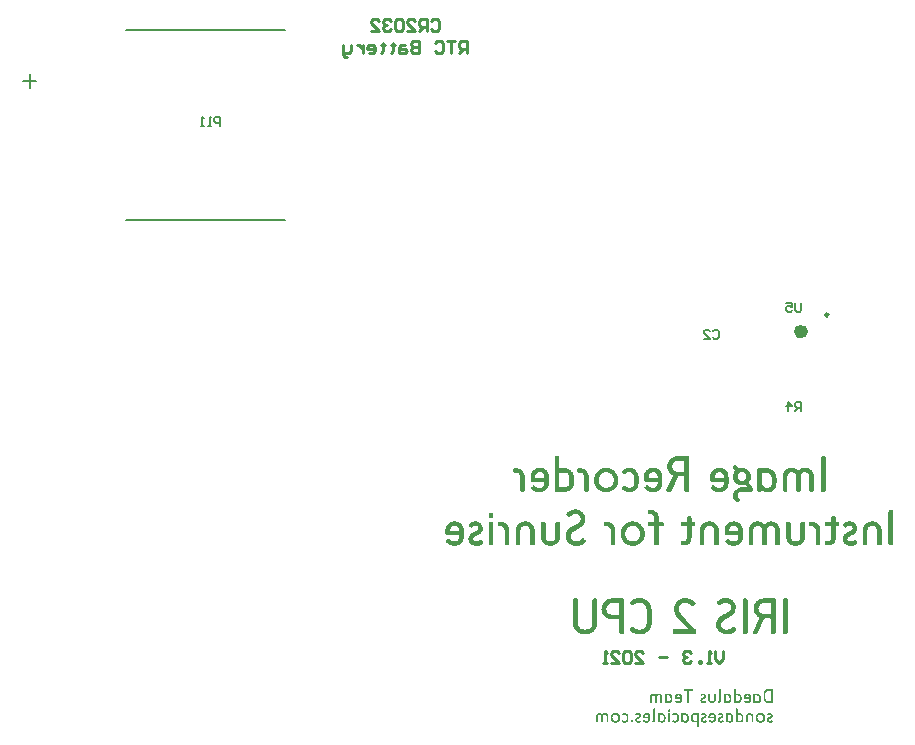
<source format=gbo>
G04*
G04 #@! TF.GenerationSoftware,Altium Limited,Altium Designer,21.1.1 (26)*
G04*
G04 Layer_Color=32896*
%FSLAX25Y25*%
%MOIN*%
G70*
G04*
G04 #@! TF.SameCoordinates,86C13C5E-EFD7-4FBB-8F38-476846F7A0A0*
G04*
G04*
G04 #@! TF.FilePolarity,Positive*
G04*
G01*
G75*
%ADD11C,0.00984*%
%ADD13C,0.02362*%
%ADD16C,0.01000*%
%ADD17C,0.00700*%
G36*
X299957Y192996D02*
X300190Y192980D01*
X300390Y192946D01*
X300573Y192896D01*
X300723Y192846D01*
X300840Y192813D01*
X300906Y192796D01*
X300940Y192780D01*
X301140Y192680D01*
X301323Y192580D01*
X301489Y192480D01*
X301623Y192380D01*
X301739Y192297D01*
X301823Y192230D01*
X301873Y192180D01*
X301889Y192163D01*
X302023Y192013D01*
X302139Y191863D01*
X302239Y191697D01*
X302339Y191547D01*
X302406Y191430D01*
X302456Y191330D01*
X302472Y191247D01*
X302489Y191230D01*
X302556Y191030D01*
X302606Y190814D01*
X302656Y190614D01*
X302672Y190447D01*
X302689Y190281D01*
X302706Y190164D01*
Y190097D01*
Y190064D01*
Y185566D01*
X302689Y185399D01*
X302639Y185283D01*
X302589Y185216D01*
X302572Y185183D01*
X302456Y185099D01*
X302323Y185066D01*
X302223Y185049D01*
X301673D01*
X301506Y185066D01*
X301390Y185116D01*
X301306Y185166D01*
X301290Y185183D01*
X301206Y185299D01*
X301156Y185433D01*
X301140Y185533D01*
Y185549D01*
Y185566D01*
Y190064D01*
X301123Y190264D01*
X301090Y190431D01*
Y190497D01*
X301073Y190547D01*
X301056Y190581D01*
Y190597D01*
X300990Y190780D01*
X300906Y190930D01*
X300840Y191030D01*
X300806Y191047D01*
Y191064D01*
X300657Y191214D01*
X300507Y191314D01*
X300457Y191364D01*
X300407Y191397D01*
X300373Y191414D01*
X300357D01*
X300140Y191497D01*
X299923Y191530D01*
X299840Y191547D01*
X299707D01*
X299457Y191530D01*
X299340Y191514D01*
X299257Y191480D01*
X299174Y191463D01*
X299124Y191430D01*
X299091Y191414D01*
X299074D01*
X298891Y191297D01*
X298757Y191197D01*
X298674Y191097D01*
X298641Y191080D01*
Y191064D01*
X298524Y190914D01*
X298441Y190764D01*
X298407Y190697D01*
X298391Y190647D01*
X298374Y190614D01*
Y190597D01*
X298324Y190414D01*
X298307Y190231D01*
X298291Y190164D01*
Y190114D01*
Y190081D01*
Y190064D01*
Y185566D01*
X298274Y185399D01*
X298224Y185283D01*
X298174Y185216D01*
X298158Y185183D01*
X298041Y185099D01*
X297908Y185066D01*
X297808Y185049D01*
X297241D01*
X297091Y185066D01*
X296975Y185116D01*
X296891Y185166D01*
X296875Y185183D01*
X296791Y185299D01*
X296741Y185433D01*
X296725Y185533D01*
Y185549D01*
Y185566D01*
Y190064D01*
X296708Y190264D01*
X296691Y190431D01*
X296675Y190497D01*
Y190547D01*
X296658Y190581D01*
Y190597D01*
X296591Y190780D01*
X296508Y190930D01*
X296442Y191030D01*
X296408Y191047D01*
Y191064D01*
X296258Y191214D01*
X296108Y191314D01*
X296058Y191364D01*
X296008Y191397D01*
X295975Y191414D01*
X295958D01*
X295742Y191497D01*
X295525Y191530D01*
X295442Y191547D01*
X295309D01*
X295042Y191530D01*
X294942Y191514D01*
X294842Y191480D01*
X294759Y191463D01*
X294709Y191430D01*
X294676Y191414D01*
X294659D01*
X294476Y191297D01*
X294342Y191197D01*
X294259Y191097D01*
X294226Y191080D01*
Y191064D01*
X294109Y190914D01*
X294026Y190764D01*
X293992Y190697D01*
X293976Y190647D01*
X293959Y190614D01*
Y190597D01*
X293909Y190414D01*
X293893Y190231D01*
X293876Y190164D01*
Y190114D01*
Y190081D01*
Y190064D01*
Y185566D01*
X293859Y185399D01*
X293809Y185283D01*
X293759Y185216D01*
X293743Y185183D01*
X293609Y185099D01*
X293493Y185066D01*
X293376Y185049D01*
X292826D01*
X292676Y185066D01*
X292560Y185116D01*
X292477Y185166D01*
X292460Y185183D01*
X292376Y185299D01*
X292326Y185433D01*
X292310Y185533D01*
Y185549D01*
Y185566D01*
Y190064D01*
X292326Y190297D01*
X292343Y190514D01*
X292376Y190697D01*
X292410Y190880D01*
X292460Y191030D01*
X292493Y191130D01*
X292510Y191214D01*
X292527Y191230D01*
X292610Y191430D01*
X292710Y191613D01*
X292810Y191763D01*
X292910Y191897D01*
X293010Y192013D01*
X293076Y192097D01*
X293126Y192147D01*
X293143Y192163D01*
X293443Y192430D01*
X293609Y192530D01*
X293759Y192613D01*
X293876Y192680D01*
X293976Y192730D01*
X294059Y192763D01*
X294076Y192780D01*
X294292Y192863D01*
X294492Y192913D01*
X294709Y192963D01*
X294892Y192980D01*
X295059Y192996D01*
X295192Y193013D01*
X295309D01*
X295559Y192996D01*
X295792Y192980D01*
X296008Y192946D01*
X296175Y192896D01*
X296325Y192846D01*
X296425Y192813D01*
X296508Y192796D01*
X296525Y192780D01*
X296708Y192696D01*
X296858Y192596D01*
X297008Y192497D01*
X297125Y192413D01*
X297225Y192347D01*
X297291Y192280D01*
X297341Y192247D01*
X297358Y192230D01*
X297408Y192180D01*
X297475Y192163D01*
X297574D01*
X297641Y192213D01*
X297674Y192230D01*
X297958Y192430D01*
X298241Y192596D01*
X298358Y192663D01*
X298457Y192713D01*
X298524Y192746D01*
X298541Y192763D01*
X298741Y192846D01*
X298940Y192913D01*
X299141Y192946D01*
X299324Y192980D01*
X299474Y192996D01*
X299590Y193013D01*
X299707D01*
X299957Y192996D01*
D02*
G37*
G36*
X271451D02*
X271702Y192980D01*
X271918Y192930D01*
X272101Y192896D01*
X272268Y192846D01*
X272385Y192796D01*
X272451Y192780D01*
X272484Y192763D01*
X272684Y192663D01*
X272868Y192546D01*
X273034Y192446D01*
X273184Y192330D01*
X273301Y192247D01*
X273384Y192163D01*
X273434Y192113D01*
X273451Y192097D01*
X273584Y191947D01*
X273701Y191780D01*
X273801Y191613D01*
X273884Y191463D01*
X273951Y191330D01*
X274001Y191230D01*
X274017Y191164D01*
X274034Y191130D01*
X274100Y190914D01*
X274134Y190714D01*
X274167Y190514D01*
X274201Y190331D01*
Y190181D01*
X274217Y190047D01*
Y189981D01*
Y189947D01*
Y187898D01*
X274201Y187665D01*
X274184Y187449D01*
X274150Y187249D01*
X274100Y187082D01*
X274067Y186932D01*
X274034Y186815D01*
X274017Y186749D01*
X274001Y186715D01*
X273901Y186515D01*
X273801Y186332D01*
X273701Y186166D01*
X273601Y186032D01*
X273501Y185916D01*
X273434Y185816D01*
X273384Y185766D01*
X273368Y185749D01*
X273201Y185616D01*
X273034Y185483D01*
X272868Y185366D01*
X272718Y185283D01*
X272568Y185216D01*
X272468Y185166D01*
X272401Y185133D01*
X272368Y185116D01*
X272151Y185033D01*
X271918Y184983D01*
X271702Y184933D01*
X271485Y184916D01*
X271318Y184899D01*
X271168Y184883D01*
X271052D01*
X270719Y184899D01*
X270402Y184933D01*
X270135Y185000D01*
X269902Y185066D01*
X269719Y185116D01*
X269569Y185183D01*
X269486Y185216D01*
X269452Y185233D01*
X269219Y185366D01*
X269003Y185516D01*
X268819Y185649D01*
X268686Y185766D01*
X268569Y185882D01*
X268486Y185966D01*
X268436Y186016D01*
X268419Y186032D01*
X268336Y186166D01*
X268303Y186266D01*
X268286Y186349D01*
Y186382D01*
X268303Y186515D01*
X268353Y186632D01*
X268403Y186699D01*
X268419Y186732D01*
X268753Y187032D01*
X268869Y187115D01*
X268986Y187165D01*
X269069Y187199D01*
X269169D01*
X269236Y187182D01*
X269369Y187115D01*
X269452Y187049D01*
X269469Y187032D01*
X269486Y187015D01*
X269569Y186932D01*
X269652Y186865D01*
X269835Y186732D01*
X269902Y186665D01*
X269969Y186616D01*
X270019Y186599D01*
X270035Y186582D01*
X270185Y186499D01*
X270352Y186449D01*
X270519Y186399D01*
X270685Y186382D01*
X270818Y186366D01*
X270952Y186349D01*
X271052D01*
X271352Y186366D01*
X271602Y186416D01*
X271801Y186499D01*
X271985Y186582D01*
X272118Y186649D01*
X272201Y186732D01*
X272268Y186782D01*
X272285Y186799D01*
X272418Y186982D01*
X272501Y187165D01*
X272568Y187348D01*
X272618Y187515D01*
X272651Y187665D01*
X272668Y187798D01*
Y187865D01*
Y187898D01*
Y188215D01*
X272651Y188282D01*
X272634Y188315D01*
X272568Y188381D01*
X272518Y188398D01*
X268586D01*
X268436Y188415D01*
X268320Y188465D01*
X268236Y188515D01*
X268219Y188531D01*
X268136Y188648D01*
X268086Y188781D01*
X268070Y188881D01*
Y188898D01*
Y188915D01*
Y189947D01*
X268086Y190181D01*
X268103Y190397D01*
X268136Y190597D01*
X268169Y190764D01*
X268219Y190914D01*
X268253Y191030D01*
X268269Y191097D01*
X268286Y191130D01*
X268370Y191330D01*
X268469Y191514D01*
X268586Y191680D01*
X268686Y191830D01*
X268769Y191947D01*
X268853Y192030D01*
X268903Y192080D01*
X268919Y192097D01*
X269069Y192247D01*
X269236Y192380D01*
X269402Y192497D01*
X269552Y192580D01*
X269702Y192663D01*
X269802Y192713D01*
X269869Y192746D01*
X269902Y192763D01*
X270119Y192846D01*
X270335Y192913D01*
X270552Y192946D01*
X270752Y192980D01*
X270935Y192996D01*
X271068Y193013D01*
X271185D01*
X271451Y192996D01*
D02*
G37*
G36*
X249360D02*
X249610Y192980D01*
X249827Y192930D01*
X250010Y192896D01*
X250177Y192846D01*
X250293Y192796D01*
X250360Y192780D01*
X250393Y192763D01*
X250593Y192663D01*
X250777Y192546D01*
X250943Y192446D01*
X251093Y192330D01*
X251210Y192247D01*
X251293Y192163D01*
X251343Y192113D01*
X251360Y192097D01*
X251493Y191947D01*
X251609Y191780D01*
X251710Y191613D01*
X251793Y191463D01*
X251859Y191330D01*
X251909Y191230D01*
X251926Y191164D01*
X251943Y191130D01*
X252009Y190914D01*
X252043Y190714D01*
X252076Y190514D01*
X252109Y190331D01*
Y190181D01*
X252126Y190047D01*
Y189981D01*
Y189947D01*
Y187898D01*
X252109Y187665D01*
X252093Y187449D01*
X252059Y187249D01*
X252009Y187082D01*
X251976Y186932D01*
X251943Y186815D01*
X251926Y186749D01*
X251909Y186715D01*
X251809Y186515D01*
X251710Y186332D01*
X251609Y186166D01*
X251509Y186032D01*
X251410Y185916D01*
X251343Y185816D01*
X251293Y185766D01*
X251276Y185749D01*
X251110Y185616D01*
X250943Y185483D01*
X250777Y185366D01*
X250626Y185283D01*
X250477Y185216D01*
X250377Y185166D01*
X250310Y185133D01*
X250277Y185116D01*
X250060Y185033D01*
X249827Y184983D01*
X249610Y184933D01*
X249394Y184916D01*
X249227Y184899D01*
X249077Y184883D01*
X248961D01*
X248627Y184899D01*
X248311Y184933D01*
X248044Y185000D01*
X247811Y185066D01*
X247628Y185116D01*
X247478Y185183D01*
X247394Y185216D01*
X247361Y185233D01*
X247128Y185366D01*
X246911Y185516D01*
X246728Y185649D01*
X246595Y185766D01*
X246478Y185882D01*
X246395Y185966D01*
X246345Y186016D01*
X246328Y186032D01*
X246245Y186166D01*
X246212Y186266D01*
X246195Y186349D01*
Y186382D01*
X246212Y186515D01*
X246262Y186632D01*
X246312Y186699D01*
X246328Y186732D01*
X246661Y187032D01*
X246778Y187115D01*
X246895Y187165D01*
X246978Y187199D01*
X247078D01*
X247145Y187182D01*
X247278Y187115D01*
X247361Y187049D01*
X247378Y187032D01*
X247394Y187015D01*
X247478Y186932D01*
X247561Y186865D01*
X247744Y186732D01*
X247811Y186665D01*
X247878Y186616D01*
X247928Y186599D01*
X247944Y186582D01*
X248094Y186499D01*
X248261Y186449D01*
X248427Y186399D01*
X248594Y186382D01*
X248727Y186366D01*
X248861Y186349D01*
X248961D01*
X249260Y186366D01*
X249510Y186416D01*
X249710Y186499D01*
X249893Y186582D01*
X250027Y186649D01*
X250110Y186732D01*
X250177Y186782D01*
X250193Y186799D01*
X250327Y186982D01*
X250410Y187165D01*
X250477Y187348D01*
X250527Y187515D01*
X250560Y187665D01*
X250577Y187798D01*
Y187865D01*
Y187898D01*
Y188215D01*
X250560Y188282D01*
X250543Y188315D01*
X250477Y188381D01*
X250427Y188398D01*
X246495D01*
X246345Y188415D01*
X246228Y188465D01*
X246145Y188515D01*
X246128Y188531D01*
X246045Y188648D01*
X245995Y188781D01*
X245978Y188881D01*
Y188898D01*
Y188915D01*
Y189947D01*
X245995Y190181D01*
X246012Y190397D01*
X246045Y190597D01*
X246078Y190764D01*
X246128Y190914D01*
X246162Y191030D01*
X246178Y191097D01*
X246195Y191130D01*
X246278Y191330D01*
X246378Y191514D01*
X246495Y191680D01*
X246595Y191830D01*
X246678Y191947D01*
X246761Y192030D01*
X246811Y192080D01*
X246828Y192097D01*
X246978Y192247D01*
X247145Y192380D01*
X247311Y192497D01*
X247461Y192580D01*
X247611Y192663D01*
X247711Y192713D01*
X247778Y192746D01*
X247811Y192763D01*
X248028Y192846D01*
X248244Y192913D01*
X248461Y192946D01*
X248661Y192980D01*
X248844Y192996D01*
X248977Y193013D01*
X249094D01*
X249360Y192996D01*
D02*
G37*
G36*
X241397D02*
X241647Y192980D01*
X241863Y192930D01*
X242063Y192880D01*
X242230Y192830D01*
X242347Y192796D01*
X242413Y192763D01*
X242446Y192746D01*
X242646Y192646D01*
X242830Y192530D01*
X242996Y192430D01*
X243146Y192313D01*
X243263Y192230D01*
X243346Y192147D01*
X243396Y192097D01*
X243413Y192080D01*
X243546Y191913D01*
X243679Y191747D01*
X243779Y191580D01*
X243863Y191430D01*
X243946Y191280D01*
X243996Y191180D01*
X244012Y191114D01*
X244029Y191080D01*
X244096Y190864D01*
X244146Y190664D01*
X244196Y190464D01*
X244212Y190281D01*
X244229Y190131D01*
X244246Y189997D01*
Y189931D01*
Y189898D01*
Y187982D01*
X244229Y187748D01*
X244212Y187532D01*
X244179Y187332D01*
X244146Y187149D01*
X244112Y186999D01*
X244096Y186882D01*
X244062Y186815D01*
Y186782D01*
X243979Y186582D01*
X243879Y186382D01*
X243779Y186216D01*
X243679Y186082D01*
X243596Y185966D01*
X243529Y185866D01*
X243479Y185816D01*
X243463Y185799D01*
X243313Y185649D01*
X243146Y185516D01*
X242980Y185399D01*
X242813Y185316D01*
X242680Y185233D01*
X242580Y185183D01*
X242513Y185149D01*
X242480Y185133D01*
X242247Y185049D01*
X242030Y184983D01*
X241797Y184950D01*
X241580Y184916D01*
X241397Y184899D01*
X241264Y184883D01*
X241130D01*
X240847Y184899D01*
X240581Y184933D01*
X240331Y184983D01*
X240131Y185049D01*
X239964Y185099D01*
X239831Y185149D01*
X239764Y185183D01*
X239731Y185199D01*
X239514Y185333D01*
X239331Y185449D01*
X239164Y185566D01*
X239048Y185666D01*
X238948Y185749D01*
X238865Y185816D01*
X238831Y185866D01*
X238815Y185882D01*
X238731Y186016D01*
X238681Y186116D01*
X238665Y186199D01*
Y186232D01*
X238681Y186366D01*
X238731Y186482D01*
X238781Y186549D01*
X238798Y186582D01*
X239114Y186899D01*
X239231Y186999D01*
X239364Y187032D01*
X239481Y187049D01*
X239598Y187032D01*
X239681Y186982D01*
X239764Y186949D01*
X239814Y186915D01*
X239831Y186899D01*
X239998Y186765D01*
X240164Y186649D01*
X240247Y186599D01*
X240314Y186565D01*
X240347Y186549D01*
X240364Y186532D01*
X240481Y186466D01*
X240614Y186432D01*
X240864Y186366D01*
X240964D01*
X241047Y186349D01*
X241297D01*
X241430Y186366D01*
X241564Y186382D01*
X241680Y186416D01*
X241763Y186432D01*
X241830Y186449D01*
X241863Y186466D01*
X241880D01*
X242080Y186582D01*
X242230Y186699D01*
X242330Y186782D01*
X242347Y186799D01*
X242363Y186815D01*
X242480Y186999D01*
X242563Y187165D01*
X242596Y187249D01*
X242613Y187299D01*
X242630Y187332D01*
Y187348D01*
X242663Y187582D01*
X242680Y187782D01*
X242696Y187865D01*
Y187932D01*
Y187965D01*
Y187982D01*
Y189898D01*
X242680Y190131D01*
X242646Y190347D01*
X242580Y190547D01*
X242513Y190714D01*
X242446Y190847D01*
X242380Y190964D01*
X242347Y191030D01*
X242330Y191047D01*
X242180Y191214D01*
X241980Y191330D01*
X241797Y191430D01*
X241597Y191480D01*
X241414Y191514D01*
X241264Y191547D01*
X241130D01*
X240880Y191530D01*
X240681Y191480D01*
X240597Y191463D01*
X240531Y191430D01*
X240497Y191414D01*
X240481D01*
X240281Y191314D01*
X240131Y191214D01*
X240031Y191147D01*
X239998Y191114D01*
X239864Y191014D01*
X239731Y190964D01*
X239598Y190947D01*
X239498Y190964D01*
X239414Y190997D01*
X239331Y191030D01*
X239298Y191064D01*
X239281Y191080D01*
X238948Y191414D01*
X238865Y191547D01*
X238815Y191664D01*
X238798Y191747D01*
Y191763D01*
Y191780D01*
X238815Y191930D01*
X238865Y192047D01*
X238931Y192113D01*
X238948Y192147D01*
X239098Y192280D01*
X239248Y192396D01*
X239398Y192497D01*
X239548Y192580D01*
X239681Y192646D01*
X239781Y192696D01*
X239847Y192730D01*
X239881Y192746D01*
X240097Y192830D01*
X240314Y192896D01*
X240514Y192946D01*
X240714Y192980D01*
X240880Y192996D01*
X241014Y193013D01*
X241130D01*
X241397Y192996D01*
D02*
G37*
G36*
X211609D02*
X211859Y192980D01*
X212075Y192930D01*
X212259Y192896D01*
X212425Y192846D01*
X212542Y192796D01*
X212608Y192780D01*
X212642Y192763D01*
X212842Y192663D01*
X213025Y192546D01*
X213192Y192446D01*
X213341Y192330D01*
X213458Y192247D01*
X213541Y192163D01*
X213591Y192113D01*
X213608Y192097D01*
X213741Y191947D01*
X213858Y191780D01*
X213958Y191613D01*
X214041Y191463D01*
X214108Y191330D01*
X214158Y191230D01*
X214175Y191164D01*
X214191Y191130D01*
X214258Y190914D01*
X214291Y190714D01*
X214324Y190514D01*
X214358Y190331D01*
Y190181D01*
X214374Y190047D01*
Y189981D01*
Y189947D01*
Y187898D01*
X214358Y187665D01*
X214341Y187449D01*
X214308Y187249D01*
X214258Y187082D01*
X214224Y186932D01*
X214191Y186815D01*
X214175Y186749D01*
X214158Y186715D01*
X214058Y186515D01*
X213958Y186332D01*
X213858Y186166D01*
X213758Y186032D01*
X213658Y185916D01*
X213591Y185816D01*
X213541Y185766D01*
X213525Y185749D01*
X213358Y185616D01*
X213192Y185483D01*
X213025Y185366D01*
X212875Y185283D01*
X212725Y185216D01*
X212625Y185166D01*
X212558Y185133D01*
X212525Y185116D01*
X212309Y185033D01*
X212075Y184983D01*
X211859Y184933D01*
X211642Y184916D01*
X211476Y184899D01*
X211326Y184883D01*
X211209D01*
X210876Y184899D01*
X210559Y184933D01*
X210293Y185000D01*
X210059Y185066D01*
X209876Y185116D01*
X209726Y185183D01*
X209643Y185216D01*
X209610Y185233D01*
X209376Y185366D01*
X209160Y185516D01*
X208977Y185649D01*
X208843Y185766D01*
X208727Y185882D01*
X208643Y185966D01*
X208593Y186016D01*
X208577Y186032D01*
X208493Y186166D01*
X208460Y186266D01*
X208443Y186349D01*
Y186382D01*
X208460Y186515D01*
X208510Y186632D01*
X208560Y186699D01*
X208577Y186732D01*
X208910Y187032D01*
X209027Y187115D01*
X209143Y187165D01*
X209226Y187199D01*
X209326D01*
X209393Y187182D01*
X209526Y187115D01*
X209610Y187049D01*
X209626Y187032D01*
X209643Y187015D01*
X209726Y186932D01*
X209809Y186865D01*
X209993Y186732D01*
X210059Y186665D01*
X210126Y186616D01*
X210176Y186599D01*
X210193Y186582D01*
X210343Y186499D01*
X210509Y186449D01*
X210676Y186399D01*
X210842Y186382D01*
X210976Y186366D01*
X211109Y186349D01*
X211209D01*
X211509Y186366D01*
X211759Y186416D01*
X211959Y186499D01*
X212142Y186582D01*
X212275Y186649D01*
X212358Y186732D01*
X212425Y186782D01*
X212442Y186799D01*
X212575Y186982D01*
X212658Y187165D01*
X212725Y187348D01*
X212775Y187515D01*
X212808Y187665D01*
X212825Y187798D01*
Y187865D01*
Y187898D01*
Y188215D01*
X212808Y188282D01*
X212792Y188315D01*
X212725Y188381D01*
X212675Y188398D01*
X208743D01*
X208593Y188415D01*
X208477Y188465D01*
X208393Y188515D01*
X208377Y188531D01*
X208294Y188648D01*
X208243Y188781D01*
X208227Y188881D01*
Y188898D01*
Y188915D01*
Y189947D01*
X208243Y190181D01*
X208260Y190397D01*
X208294Y190597D01*
X208327Y190764D01*
X208377Y190914D01*
X208410Y191030D01*
X208427Y191097D01*
X208443Y191130D01*
X208527Y191330D01*
X208627Y191514D01*
X208743Y191680D01*
X208843Y191830D01*
X208927Y191947D01*
X209010Y192030D01*
X209060Y192080D01*
X209076Y192097D01*
X209226Y192247D01*
X209393Y192380D01*
X209560Y192497D01*
X209710Y192580D01*
X209859Y192663D01*
X209960Y192713D01*
X210026Y192746D01*
X210059Y192763D01*
X210276Y192846D01*
X210493Y192913D01*
X210709Y192946D01*
X210909Y192980D01*
X211092Y192996D01*
X211226Y193013D01*
X211342D01*
X211609Y192996D01*
D02*
G37*
G36*
X306238Y196811D02*
X306371Y196761D01*
X306438Y196695D01*
X306471Y196678D01*
X306554Y196562D01*
X306588Y196445D01*
X306604Y196345D01*
Y196312D01*
Y196295D01*
Y185566D01*
X306588Y185399D01*
X306538Y185283D01*
X306487Y185216D01*
X306471Y185183D01*
X306338Y185099D01*
X306221Y185066D01*
X306104Y185049D01*
X305471D01*
X305321Y185066D01*
X305205Y185116D01*
X305121Y185166D01*
X305105Y185183D01*
X305022Y185299D01*
X304972Y185433D01*
X304955Y185533D01*
Y185549D01*
Y185566D01*
Y196295D01*
X304972Y196461D01*
X305022Y196578D01*
X305088Y196661D01*
X305105Y196678D01*
X305221Y196761D01*
X305338Y196811D01*
X305438Y196828D01*
X306071D01*
X306238Y196811D01*
D02*
G37*
G36*
X260806D02*
X260922Y196761D01*
X260989Y196695D01*
X261022Y196678D01*
X261106Y196562D01*
X261139Y196445D01*
X261156Y196345D01*
Y196312D01*
Y196295D01*
Y185566D01*
X261139Y185399D01*
X261089Y185283D01*
X261039Y185216D01*
X261022Y185183D01*
X260906Y185099D01*
X260772Y185066D01*
X260672Y185049D01*
X260039D01*
X259873Y185066D01*
X259756Y185116D01*
X259673Y185166D01*
X259656Y185183D01*
X259573Y185299D01*
X259540Y185433D01*
X259523Y185533D01*
Y185549D01*
Y185566D01*
Y189981D01*
X259506Y190047D01*
X259490Y190081D01*
X259423Y190147D01*
X259373Y190164D01*
X257690D01*
X257607Y190147D01*
X257524Y190131D01*
X257424Y190047D01*
X257357Y189947D01*
X257341Y189931D01*
Y189914D01*
X255291Y185516D01*
X255208Y185366D01*
X255091Y185249D01*
X254992Y185166D01*
X254891Y185116D01*
X254792Y185083D01*
X254708Y185049D01*
X253842D01*
X253675Y185083D01*
X253575Y185133D01*
X253509Y185183D01*
X253492Y185216D01*
X253459Y185283D01*
X253442Y185366D01*
X253459Y185516D01*
X253475Y185566D01*
X253492Y185616D01*
X253509Y185649D01*
Y185666D01*
X255591Y190114D01*
X255625Y190231D01*
X255641Y190347D01*
X255608Y190431D01*
X255575Y190497D01*
X255491Y190581D01*
X255475Y190614D01*
X255458D01*
X255208Y190780D01*
X254975Y190964D01*
X254775Y191164D01*
X254592Y191347D01*
X254458Y191514D01*
X254358Y191647D01*
X254292Y191747D01*
X254275Y191780D01*
X254109Y192080D01*
X253992Y192380D01*
X253909Y192663D01*
X253859Y192946D01*
X253809Y193180D01*
X253792Y193363D01*
Y193429D01*
Y193479D01*
Y193513D01*
Y193529D01*
X253809Y193779D01*
X253825Y194029D01*
X253875Y194246D01*
X253925Y194446D01*
X253975Y194596D01*
X254009Y194729D01*
X254042Y194796D01*
X254059Y194829D01*
X254158Y195045D01*
X254275Y195245D01*
X254392Y195412D01*
X254508Y195579D01*
X254608Y195695D01*
X254692Y195779D01*
X254742Y195845D01*
X254758Y195862D01*
X254925Y196028D01*
X255108Y196162D01*
X255275Y196278D01*
X255441Y196378D01*
X255575Y196461D01*
X255691Y196511D01*
X255758Y196545D01*
X255791Y196562D01*
X256024Y196645D01*
X256241Y196711D01*
X256457Y196761D01*
X256658Y196795D01*
X256841Y196811D01*
X256974Y196828D01*
X260639D01*
X260806Y196811D01*
D02*
G37*
G36*
X225120Y192830D02*
X225353Y192813D01*
X225753Y192730D01*
X226103Y192596D01*
X226386Y192446D01*
X226620Y192297D01*
X226786Y192180D01*
X226836Y192113D01*
X226886Y192080D01*
X226903Y192063D01*
X226919Y192047D01*
X227053Y191897D01*
X227153Y191730D01*
X227336Y191380D01*
X227452Y191047D01*
X227552Y190714D01*
X227602Y190431D01*
X227619Y190297D01*
Y190197D01*
X227636Y190097D01*
Y190031D01*
Y189997D01*
Y189981D01*
Y185566D01*
X227619Y185399D01*
X227569Y185283D01*
X227519Y185216D01*
X227502Y185183D01*
X227386Y185099D01*
X227253Y185066D01*
X227153Y185049D01*
X226603D01*
X226436Y185066D01*
X226320Y185116D01*
X226236Y185166D01*
X226220Y185183D01*
X226136Y185299D01*
X226086Y185433D01*
X226070Y185533D01*
Y185549D01*
Y185566D01*
Y189898D01*
X226053Y190131D01*
X226020Y190347D01*
X225970Y190531D01*
X225903Y190681D01*
X225853Y190797D01*
X225803Y190897D01*
X225770Y190947D01*
X225753Y190964D01*
X225620Y191097D01*
X225470Y191197D01*
X225303Y191280D01*
X225137Y191330D01*
X225004Y191364D01*
X224887Y191380D01*
X224254D01*
X224104Y191397D01*
X223987Y191447D01*
X223904Y191497D01*
X223887Y191514D01*
X223804Y191630D01*
X223754Y191763D01*
X223737Y191863D01*
Y191880D01*
Y191897D01*
Y192313D01*
X223754Y192480D01*
X223804Y192596D01*
X223871Y192680D01*
X223887Y192696D01*
X224004Y192780D01*
X224120Y192830D01*
X224220Y192846D01*
X224887D01*
X225120Y192830D01*
D02*
G37*
G36*
X217490Y196811D02*
X217606Y196761D01*
X217673Y196695D01*
X217706Y196678D01*
X217790Y196562D01*
X217823Y196445D01*
X217840Y196345D01*
Y196312D01*
Y196295D01*
Y193013D01*
Y192963D01*
X217873Y192913D01*
X217923Y192863D01*
X217990Y192846D01*
X219739D01*
X219972Y192830D01*
X220189Y192813D01*
X220389Y192780D01*
X220572Y192730D01*
X220722Y192680D01*
X220822Y192646D01*
X220888Y192630D01*
X220922Y192613D01*
X221122Y192513D01*
X221305Y192413D01*
X221455Y192313D01*
X221588Y192213D01*
X221705Y192130D01*
X221788Y192063D01*
X221838Y192013D01*
X221855Y191997D01*
X222105Y191697D01*
X222221Y191530D01*
X222305Y191380D01*
X222371Y191264D01*
X222421Y191164D01*
X222455Y191080D01*
X222471Y191064D01*
X222538Y190864D01*
X222588Y190647D01*
X222638Y190447D01*
X222654Y190281D01*
X222671Y190114D01*
X222688Y189997D01*
Y189931D01*
Y189898D01*
Y187982D01*
X222671Y187748D01*
X222654Y187532D01*
X222621Y187348D01*
X222571Y187165D01*
X222538Y187015D01*
X222504Y186915D01*
X222488Y186849D01*
X222471Y186815D01*
X222388Y186616D01*
X222288Y186432D01*
X222188Y186282D01*
X222088Y186149D01*
X222005Y186032D01*
X221938Y185949D01*
X221888Y185899D01*
X221871Y185882D01*
X221555Y185633D01*
X221388Y185516D01*
X221238Y185433D01*
X221105Y185366D01*
X221005Y185316D01*
X220922Y185283D01*
X220905Y185266D01*
X220689Y185199D01*
X220472Y185149D01*
X220255Y185099D01*
X220072Y185083D01*
X219905Y185066D01*
X219772Y185049D01*
X216807D01*
X216640Y185066D01*
X216524Y185116D01*
X216440Y185166D01*
X216424Y185183D01*
X216340Y185299D01*
X216307Y185433D01*
X216290Y185533D01*
Y185549D01*
Y185566D01*
Y196295D01*
X216307Y196461D01*
X216357Y196578D01*
X216407Y196661D01*
X216424Y196678D01*
X216540Y196761D01*
X216657Y196811D01*
X216757Y196828D01*
X217323D01*
X217490Y196811D01*
D02*
G37*
G36*
X203812Y192830D02*
X204045Y192813D01*
X204445Y192730D01*
X204795Y192596D01*
X205078Y192446D01*
X205311Y192297D01*
X205478Y192180D01*
X205528Y192113D01*
X205578Y192080D01*
X205595Y192063D01*
X205611Y192047D01*
X205745Y191897D01*
X205844Y191730D01*
X206028Y191380D01*
X206144Y191047D01*
X206244Y190714D01*
X206294Y190431D01*
X206311Y190297D01*
Y190197D01*
X206328Y190097D01*
Y190031D01*
Y189997D01*
Y189981D01*
Y185566D01*
X206311Y185399D01*
X206261Y185283D01*
X206211Y185216D01*
X206194Y185183D01*
X206078Y185099D01*
X205944Y185066D01*
X205844Y185049D01*
X205295D01*
X205128Y185066D01*
X205012Y185116D01*
X204928Y185166D01*
X204911Y185183D01*
X204828Y185299D01*
X204778Y185433D01*
X204762Y185533D01*
Y185549D01*
Y185566D01*
Y189898D01*
X204745Y190131D01*
X204712Y190347D01*
X204662Y190531D01*
X204595Y190681D01*
X204545Y190797D01*
X204495Y190897D01*
X204462Y190947D01*
X204445Y190964D01*
X204312Y191097D01*
X204162Y191197D01*
X203995Y191280D01*
X203829Y191330D01*
X203695Y191364D01*
X203579Y191380D01*
X202946D01*
X202796Y191397D01*
X202679Y191447D01*
X202596Y191497D01*
X202579Y191514D01*
X202496Y191630D01*
X202446Y191763D01*
X202429Y191863D01*
Y191880D01*
Y191897D01*
Y192313D01*
X202446Y192480D01*
X202496Y192596D01*
X202562Y192680D01*
X202579Y192696D01*
X202696Y192780D01*
X202812Y192830D01*
X202912Y192846D01*
X203579D01*
X203812Y192830D01*
D02*
G37*
G36*
X287179D02*
X287428Y192813D01*
X287662Y192763D01*
X287862Y192713D01*
X288028Y192663D01*
X288145Y192630D01*
X288228Y192596D01*
X288262Y192580D01*
X288478Y192480D01*
X288678Y192363D01*
X288861Y192230D01*
X289011Y192130D01*
X289144Y192013D01*
X289228Y191947D01*
X289294Y191880D01*
X289311Y191863D01*
X289461Y191697D01*
X289594Y191514D01*
X289711Y191347D01*
X289811Y191180D01*
X289894Y191047D01*
X289944Y190930D01*
X289978Y190864D01*
X289994Y190831D01*
X290077Y190597D01*
X290127Y190381D01*
X290177Y190164D01*
X290194Y189964D01*
X290211Y189797D01*
X290227Y189664D01*
Y189581D01*
Y189548D01*
Y188015D01*
X290211Y187765D01*
X290194Y187515D01*
X290161Y187299D01*
X290127Y187115D01*
X290094Y186949D01*
X290061Y186832D01*
X290027Y186765D01*
Y186732D01*
X289944Y186515D01*
X289844Y186332D01*
X289744Y186166D01*
X289661Y186016D01*
X289578Y185899D01*
X289511Y185799D01*
X289461Y185749D01*
X289444Y185732D01*
X289294Y185599D01*
X289161Y185466D01*
X289011Y185349D01*
X288878Y185266D01*
X288761Y185199D01*
X288661Y185149D01*
X288595Y185116D01*
X288578Y185099D01*
X288395Y185033D01*
X288195Y184983D01*
X288012Y184933D01*
X287845Y184916D01*
X287695Y184899D01*
X287578Y184883D01*
X287478D01*
X287229Y184899D01*
X287012Y184916D01*
X286812Y184950D01*
X286646Y184983D01*
X286512Y185016D01*
X286412Y185049D01*
X286346Y185083D01*
X286329D01*
X286162Y185166D01*
X286012Y185249D01*
X285879Y185333D01*
X285779Y185433D01*
X285696Y185499D01*
X285646Y185566D01*
X285613Y185599D01*
X285596Y185616D01*
X285546Y185666D01*
X285463D01*
X285413Y185649D01*
X285396Y185599D01*
X285379Y185566D01*
Y185549D01*
X285363Y185416D01*
X285313Y185299D01*
X285263Y185233D01*
X285246Y185199D01*
X285129Y185116D01*
X284996Y185066D01*
X284896Y185049D01*
X284330D01*
X284180Y185066D01*
X284063Y185116D01*
X283980Y185166D01*
X283963Y185183D01*
X283880Y185299D01*
X283830Y185433D01*
X283813Y185533D01*
Y185549D01*
Y185566D01*
Y192313D01*
X283830Y192480D01*
X283880Y192596D01*
X283946Y192680D01*
X283963Y192696D01*
X284080Y192780D01*
X284196Y192830D01*
X284296Y192846D01*
X286912D01*
X287179Y192830D01*
D02*
G37*
G36*
X233750Y192996D02*
X234033Y192963D01*
X234316Y192913D01*
X234550Y192846D01*
X234750Y192780D01*
X234899Y192730D01*
X234999Y192696D01*
X235016Y192680D01*
X235033D01*
X235299Y192546D01*
X235549Y192413D01*
X235766Y192263D01*
X235949Y192130D01*
X236099Y191997D01*
X236216Y191897D01*
X236282Y191830D01*
X236316Y191813D01*
X236515Y191597D01*
X236682Y191380D01*
X236832Y191164D01*
X236965Y190964D01*
X237065Y190780D01*
X237132Y190647D01*
X237182Y190547D01*
X237199Y190531D01*
Y190514D01*
X237298Y190231D01*
X237382Y189964D01*
X237432Y189698D01*
X237482Y189464D01*
X237498Y189248D01*
X237515Y189098D01*
Y189031D01*
Y188981D01*
Y188964D01*
Y188948D01*
X237498Y188631D01*
X237465Y188348D01*
X237415Y188065D01*
X237349Y187832D01*
X237298Y187632D01*
X237249Y187482D01*
X237215Y187382D01*
X237199Y187365D01*
Y187348D01*
X237065Y187082D01*
X236915Y186832D01*
X236765Y186616D01*
X236632Y186432D01*
X236499Y186282D01*
X236399Y186166D01*
X236332Y186099D01*
X236316Y186066D01*
X236099Y185866D01*
X235882Y185699D01*
X235666Y185549D01*
X235466Y185433D01*
X235299Y185333D01*
X235149Y185266D01*
X235066Y185216D01*
X235033Y185199D01*
X234750Y185099D01*
X234466Y185016D01*
X234200Y184966D01*
X233950Y184916D01*
X233733Y184899D01*
X233583Y184883D01*
X233433D01*
X233134Y184899D01*
X232834Y184933D01*
X232567Y184983D01*
X232334Y185049D01*
X232151Y185099D01*
X232001Y185149D01*
X231901Y185183D01*
X231867Y185199D01*
X231601Y185333D01*
X231351Y185466D01*
X231134Y185616D01*
X230934Y185749D01*
X230785Y185882D01*
X230668Y185982D01*
X230585Y186049D01*
X230568Y186066D01*
X230368Y186282D01*
X230201Y186499D01*
X230051Y186715D01*
X229935Y186915D01*
X229835Y187082D01*
X229752Y187232D01*
X229718Y187315D01*
X229702Y187348D01*
X229585Y187632D01*
X229502Y187915D01*
X229452Y188181D01*
X229402Y188431D01*
X229385Y188648D01*
X229368Y188798D01*
Y188865D01*
Y188915D01*
Y188931D01*
Y188948D01*
X229385Y189248D01*
X229418Y189548D01*
X229468Y189814D01*
X229535Y190047D01*
X229602Y190231D01*
X229652Y190381D01*
X229685Y190481D01*
X229702Y190514D01*
X229835Y190780D01*
X229968Y191030D01*
X230118Y191247D01*
X230251Y191447D01*
X230385Y191597D01*
X230485Y191713D01*
X230551Y191797D01*
X230568Y191813D01*
X230785Y192013D01*
X231001Y192180D01*
X231218Y192330D01*
X231418Y192446D01*
X231601Y192546D01*
X231734Y192630D01*
X231834Y192663D01*
X231851Y192680D01*
X231867D01*
X232151Y192796D01*
X232417Y192880D01*
X232684Y192930D01*
X232917Y192980D01*
X233134Y192996D01*
X233283Y193013D01*
X233433D01*
X233750Y192996D01*
D02*
G37*
G36*
X276633Y193963D02*
X276733Y193896D01*
X276799Y193829D01*
X276833Y193813D01*
Y193796D01*
X277382Y193046D01*
X277449Y192963D01*
X277516Y192913D01*
X277566Y192880D01*
X277582Y192863D01*
X277682Y192846D01*
X277782Y192863D01*
X277882Y192880D01*
X277899Y192896D01*
X277916D01*
X278082Y192946D01*
X278232Y192980D01*
X278315Y192996D01*
X278349D01*
X278482Y193013D01*
X278699D01*
X278915Y192996D01*
X279132Y192980D01*
X279332Y192946D01*
X279498Y192896D01*
X279648Y192846D01*
X279748Y192813D01*
X279815Y192796D01*
X279848Y192780D01*
X280048Y192680D01*
X280231Y192580D01*
X280398Y192480D01*
X280531Y192380D01*
X280648Y192280D01*
X280748Y192213D01*
X280798Y192163D01*
X280815Y192147D01*
X280964Y191997D01*
X281098Y191830D01*
X281214Y191680D01*
X281298Y191530D01*
X281381Y191397D01*
X281431Y191297D01*
X281464Y191230D01*
X281481Y191214D01*
X281564Y191014D01*
X281631Y190814D01*
X281664Y190614D01*
X281697Y190447D01*
X281714Y190281D01*
X281731Y190164D01*
Y190097D01*
Y190064D01*
X281714Y189731D01*
X281681Y189581D01*
X281647Y189448D01*
X281631Y189348D01*
X281597Y189264D01*
X281581Y189198D01*
Y189181D01*
X281448Y188881D01*
X281381Y188748D01*
X281331Y188631D01*
X281264Y188531D01*
X281214Y188465D01*
X281198Y188415D01*
X281181Y188398D01*
X281131Y188331D01*
X281114Y188248D01*
X281098Y188198D01*
Y188165D01*
Y188065D01*
X281114Y187982D01*
X281131Y187915D01*
X281148Y187898D01*
X281964Y186782D01*
X282064Y186632D01*
X282131Y186499D01*
X282181Y186366D01*
X282214Y186249D01*
X282231Y186149D01*
X282247Y186066D01*
Y186016D01*
Y185999D01*
Y185566D01*
X282231Y185399D01*
X282181Y185283D01*
X282131Y185216D01*
X282114Y185183D01*
X281997Y185099D01*
X281864Y185066D01*
X281764Y185049D01*
X278749D01*
X278515Y185033D01*
X278315Y185000D01*
X278132Y184950D01*
X277966Y184883D01*
X277849Y184816D01*
X277749Y184766D01*
X277699Y184733D01*
X277682Y184716D01*
X277533Y184583D01*
X277432Y184433D01*
X277349Y184283D01*
X277299Y184150D01*
X277266Y184033D01*
X277249Y183933D01*
Y183850D01*
Y183833D01*
Y183700D01*
X277266Y183567D01*
X277299Y183450D01*
X277316Y183367D01*
X277349Y183300D01*
X277382Y183250D01*
X277399Y183217D01*
Y183200D01*
X277516Y183034D01*
X277649Y182917D01*
X277749Y182834D01*
X277766Y182800D01*
X277782D01*
X277849Y182734D01*
X277916Y182684D01*
X277982Y182550D01*
X278016Y182434D01*
Y182334D01*
X277982Y182234D01*
X277949Y182167D01*
X277932Y182117D01*
X277916Y182101D01*
X277566Y181701D01*
X277466Y181601D01*
X277349Y181534D01*
X277283Y181518D01*
X277249Y181501D01*
X277099Y181484D01*
X276983Y181518D01*
X276899Y181551D01*
X276866Y181568D01*
X276699Y181684D01*
X276550Y181834D01*
X276416Y181967D01*
X276300Y182101D01*
X276200Y182234D01*
X276133Y182334D01*
X276083Y182401D01*
X276066Y182417D01*
X275933Y182634D01*
X275850Y182867D01*
X275783Y183100D01*
X275733Y183334D01*
X275700Y183533D01*
X275683Y183683D01*
Y183750D01*
Y183800D01*
Y183817D01*
Y183833D01*
X275700Y184050D01*
X275716Y184250D01*
X275766Y184433D01*
X275800Y184600D01*
X275850Y184733D01*
X275900Y184833D01*
X275916Y184899D01*
X275933Y184916D01*
X276033Y185099D01*
X276133Y185249D01*
X276250Y185399D01*
X276350Y185516D01*
X276449Y185616D01*
X276533Y185682D01*
X276583Y185732D01*
X276600Y185749D01*
X276933Y185982D01*
X277099Y186066D01*
X277249Y186149D01*
X277382Y186199D01*
X277483Y186249D01*
X277549Y186282D01*
X277582D01*
X277799Y186349D01*
X277999Y186399D01*
X278199Y186432D01*
X278382Y186466D01*
X278532D01*
X278665Y186482D01*
X280098D01*
X280198Y186499D01*
X280265Y186515D01*
X280281Y186549D01*
X280298Y186599D01*
X280281Y186682D01*
X280265Y186699D01*
Y186715D01*
X279981Y187099D01*
X279915Y187182D01*
X279848Y187232D01*
X279798Y187265D01*
X279782D01*
X279682Y187282D01*
X279598D01*
X279532Y187265D01*
X279515D01*
X279398Y187232D01*
X279282Y187215D01*
X279199Y187199D01*
X279182Y187182D01*
X279165D01*
X278998Y187165D01*
X278849Y187149D01*
X278699D01*
X278482Y187165D01*
X278266Y187182D01*
X278066Y187215D01*
X277899Y187265D01*
X277749Y187299D01*
X277649Y187332D01*
X277566Y187348D01*
X277549Y187365D01*
X277349Y187465D01*
X277166Y187565D01*
X276999Y187665D01*
X276866Y187765D01*
X276749Y187848D01*
X276649Y187915D01*
X276600Y187965D01*
X276583Y187982D01*
X276433Y188131D01*
X276300Y188298D01*
X276183Y188448D01*
X276100Y188598D01*
X276016Y188731D01*
X275966Y188831D01*
X275933Y188898D01*
X275916Y188915D01*
X275833Y189114D01*
X275766Y189331D01*
X275733Y189514D01*
X275700Y189698D01*
X275683Y189848D01*
X275666Y189964D01*
Y190031D01*
Y190064D01*
X275683Y190364D01*
X275733Y190647D01*
X275800Y190914D01*
X275883Y191130D01*
X275966Y191330D01*
X276033Y191480D01*
X276083Y191563D01*
X276100Y191597D01*
X276150Y191697D01*
X276200Y191797D01*
X276233Y191863D01*
X276250Y191880D01*
X276266Y191997D01*
X276250Y192097D01*
X276216Y192163D01*
X276200Y192180D01*
X275650Y192930D01*
X275583Y193063D01*
X275550Y193196D01*
Y193280D01*
Y193296D01*
Y193313D01*
X275583Y193446D01*
X275650Y193563D01*
X275716Y193629D01*
X275733Y193646D01*
X275750D01*
X276100Y193896D01*
X276250Y193963D01*
X276366Y193996D01*
X276500D01*
X276633Y193963D01*
D02*
G37*
G36*
X195499Y178062D02*
X195632Y178012D01*
X195698Y177946D01*
X195732Y177929D01*
X195815Y177812D01*
X195849Y177696D01*
X195865Y177596D01*
Y177562D01*
Y177546D01*
Y176680D01*
X195849Y176530D01*
X195799Y176396D01*
X195748Y176330D01*
X195732Y176296D01*
X195599Y176213D01*
X195482Y176180D01*
X195365Y176163D01*
X194816D01*
X194666Y176180D01*
X194549Y176230D01*
X194466Y176280D01*
X194449Y176296D01*
X194366Y176413D01*
X194316Y176546D01*
X194299Y176646D01*
Y176663D01*
Y176680D01*
Y177546D01*
X194316Y177712D01*
X194366Y177829D01*
X194432Y177912D01*
X194449Y177929D01*
X194566Y178012D01*
X194682Y178062D01*
X194782Y178079D01*
X195332D01*
X195499Y178062D01*
D02*
G37*
G36*
X288595Y175113D02*
X288828Y175097D01*
X289028Y175063D01*
X289211Y175013D01*
X289361Y174963D01*
X289478Y174930D01*
X289544Y174914D01*
X289578Y174897D01*
X289778Y174797D01*
X289961Y174697D01*
X290127Y174597D01*
X290261Y174497D01*
X290377Y174414D01*
X290461Y174347D01*
X290511Y174297D01*
X290527Y174280D01*
X290661Y174130D01*
X290777Y173980D01*
X290877Y173814D01*
X290977Y173664D01*
X291044Y173547D01*
X291094Y173447D01*
X291110Y173364D01*
X291127Y173347D01*
X291194Y173147D01*
X291244Y172931D01*
X291294Y172731D01*
X291310Y172564D01*
X291327Y172398D01*
X291344Y172281D01*
Y172215D01*
Y172181D01*
Y167683D01*
X291327Y167517D01*
X291277Y167400D01*
X291227Y167333D01*
X291210Y167300D01*
X291094Y167217D01*
X290960Y167183D01*
X290860Y167167D01*
X290311D01*
X290144Y167183D01*
X290027Y167233D01*
X289944Y167283D01*
X289928Y167300D01*
X289844Y167417D01*
X289794Y167550D01*
X289778Y167650D01*
Y167666D01*
Y167683D01*
Y172181D01*
X289761Y172381D01*
X289728Y172548D01*
Y172614D01*
X289711Y172664D01*
X289694Y172698D01*
Y172714D01*
X289628Y172898D01*
X289544Y173048D01*
X289478Y173147D01*
X289444Y173164D01*
Y173181D01*
X289294Y173331D01*
X289144Y173431D01*
X289094Y173481D01*
X289044Y173514D01*
X289011Y173531D01*
X288995D01*
X288778Y173614D01*
X288561Y173647D01*
X288478Y173664D01*
X288345D01*
X288095Y173647D01*
X287978Y173631D01*
X287895Y173597D01*
X287812Y173581D01*
X287762Y173547D01*
X287728Y173531D01*
X287712D01*
X287528Y173414D01*
X287395Y173314D01*
X287312Y173214D01*
X287279Y173197D01*
Y173181D01*
X287162Y173031D01*
X287079Y172881D01*
X287045Y172814D01*
X287029Y172764D01*
X287012Y172731D01*
Y172714D01*
X286962Y172531D01*
X286945Y172348D01*
X286929Y172281D01*
Y172231D01*
Y172198D01*
Y172181D01*
Y167683D01*
X286912Y167517D01*
X286862Y167400D01*
X286812Y167333D01*
X286795Y167300D01*
X286679Y167217D01*
X286545Y167183D01*
X286446Y167167D01*
X285879D01*
X285729Y167183D01*
X285613Y167233D01*
X285529Y167283D01*
X285513Y167300D01*
X285429Y167417D01*
X285379Y167550D01*
X285363Y167650D01*
Y167666D01*
Y167683D01*
Y172181D01*
X285346Y172381D01*
X285329Y172548D01*
X285313Y172614D01*
Y172664D01*
X285296Y172698D01*
Y172714D01*
X285229Y172898D01*
X285146Y173048D01*
X285079Y173147D01*
X285046Y173164D01*
Y173181D01*
X284896Y173331D01*
X284746Y173431D01*
X284696Y173481D01*
X284646Y173514D01*
X284613Y173531D01*
X284596D01*
X284380Y173614D01*
X284163Y173647D01*
X284080Y173664D01*
X283946D01*
X283680Y173647D01*
X283580Y173631D01*
X283480Y173597D01*
X283397Y173581D01*
X283347Y173547D01*
X283313Y173531D01*
X283297D01*
X283114Y173414D01*
X282980Y173314D01*
X282897Y173214D01*
X282864Y173197D01*
Y173181D01*
X282747Y173031D01*
X282664Y172881D01*
X282630Y172814D01*
X282614Y172764D01*
X282597Y172731D01*
Y172714D01*
X282547Y172531D01*
X282530Y172348D01*
X282514Y172281D01*
Y172231D01*
Y172198D01*
Y172181D01*
Y167683D01*
X282497Y167517D01*
X282447Y167400D01*
X282397Y167333D01*
X282381Y167300D01*
X282247Y167217D01*
X282131Y167183D01*
X282014Y167167D01*
X281464D01*
X281314Y167183D01*
X281198Y167233D01*
X281114Y167283D01*
X281098Y167300D01*
X281014Y167417D01*
X280964Y167550D01*
X280948Y167650D01*
Y167666D01*
Y167683D01*
Y172181D01*
X280964Y172415D01*
X280981Y172631D01*
X281014Y172814D01*
X281048Y172998D01*
X281098Y173147D01*
X281131Y173248D01*
X281148Y173331D01*
X281164Y173347D01*
X281248Y173547D01*
X281348Y173731D01*
X281448Y173881D01*
X281547Y174014D01*
X281647Y174130D01*
X281714Y174214D01*
X281764Y174264D01*
X281781Y174280D01*
X282081Y174547D01*
X282247Y174647D01*
X282397Y174730D01*
X282514Y174797D01*
X282614Y174847D01*
X282697Y174880D01*
X282714Y174897D01*
X282930Y174980D01*
X283130Y175030D01*
X283347Y175080D01*
X283530Y175097D01*
X283697Y175113D01*
X283830Y175130D01*
X283946D01*
X284196Y175113D01*
X284430Y175097D01*
X284646Y175063D01*
X284813Y175013D01*
X284963Y174963D01*
X285063Y174930D01*
X285146Y174914D01*
X285163Y174897D01*
X285346Y174813D01*
X285496Y174714D01*
X285646Y174614D01*
X285763Y174530D01*
X285862Y174464D01*
X285929Y174397D01*
X285979Y174364D01*
X285996Y174347D01*
X286046Y174297D01*
X286112Y174280D01*
X286212D01*
X286279Y174330D01*
X286312Y174347D01*
X286596Y174547D01*
X286879Y174714D01*
X286995Y174780D01*
X287095Y174830D01*
X287162Y174864D01*
X287179Y174880D01*
X287379Y174963D01*
X287578Y175030D01*
X287778Y175063D01*
X287962Y175097D01*
X288111Y175113D01*
X288228Y175130D01*
X288345D01*
X288595Y175113D01*
D02*
G37*
G36*
X299374Y174947D02*
X299507Y174897D01*
X299574Y174830D01*
X299607Y174813D01*
X299690Y174697D01*
X299724Y174580D01*
X299740Y174480D01*
Y174447D01*
Y174430D01*
Y170115D01*
X299724Y169882D01*
X299707Y169666D01*
X299674Y169466D01*
X299624Y169282D01*
X299590Y169132D01*
X299557Y169016D01*
X299540Y168949D01*
X299524Y168916D01*
X299424Y168716D01*
X299324Y168516D01*
X299207Y168350D01*
X299107Y168200D01*
X299024Y168083D01*
X298940Y168000D01*
X298891Y167933D01*
X298874Y167916D01*
X298707Y167766D01*
X298541Y167633D01*
X298374Y167517D01*
X298224Y167433D01*
X298074Y167350D01*
X297974Y167300D01*
X297908Y167267D01*
X297874Y167250D01*
X297658Y167167D01*
X297425Y167100D01*
X297208Y167067D01*
X297008Y167033D01*
X296825Y167017D01*
X296691Y167000D01*
X296575D01*
X296308Y167017D01*
X296058Y167033D01*
X295842Y167083D01*
X295642Y167133D01*
X295475Y167167D01*
X295359Y167217D01*
X295292Y167233D01*
X295259Y167250D01*
X295042Y167350D01*
X294859Y167466D01*
X294692Y167566D01*
X294542Y167683D01*
X294426Y167766D01*
X294342Y167850D01*
X294292Y167900D01*
X294276Y167916D01*
X294126Y168083D01*
X294009Y168249D01*
X293893Y168416D01*
X293809Y168583D01*
X293743Y168716D01*
X293693Y168816D01*
X293659Y168899D01*
X293643Y168916D01*
X293559Y169132D01*
X293509Y169349D01*
X293459Y169549D01*
X293443Y169732D01*
X293426Y169882D01*
X293409Y170016D01*
Y170082D01*
Y170115D01*
Y174430D01*
X293426Y174597D01*
X293476Y174714D01*
X293543Y174797D01*
X293559Y174813D01*
X293676Y174897D01*
X293793Y174947D01*
X293893Y174963D01*
X294459D01*
X294609Y174947D01*
X294742Y174897D01*
X294809Y174830D01*
X294842Y174813D01*
X294925Y174697D01*
X294959Y174580D01*
X294975Y174480D01*
Y174447D01*
Y174430D01*
Y170099D01*
X294992Y169866D01*
X295042Y169649D01*
X295092Y169449D01*
X295159Y169282D01*
X295242Y169149D01*
X295292Y169033D01*
X295342Y168966D01*
X295359Y168949D01*
X295525Y168783D01*
X295708Y168666D01*
X295908Y168583D01*
X296108Y168533D01*
X296292Y168499D01*
X296442Y168466D01*
X296575D01*
X296858Y168483D01*
X297108Y168549D01*
X297324Y168616D01*
X297491Y168716D01*
X297624Y168799D01*
X297724Y168883D01*
X297774Y168933D01*
X297791Y168949D01*
X297924Y169149D01*
X298008Y169332D01*
X298074Y169532D01*
X298124Y169716D01*
X298158Y169866D01*
X298174Y169982D01*
Y170065D01*
Y170099D01*
Y174430D01*
X298191Y174597D01*
X298241Y174714D01*
X298307Y174797D01*
X298324Y174813D01*
X298441Y174897D01*
X298557Y174947D01*
X298657Y174963D01*
X299224D01*
X299374Y174947D01*
D02*
G37*
G36*
X276266Y175113D02*
X276516Y175097D01*
X276733Y175047D01*
X276916Y175013D01*
X277083Y174963D01*
X277199Y174914D01*
X277266Y174897D01*
X277299Y174880D01*
X277499Y174780D01*
X277682Y174664D01*
X277849Y174564D01*
X277999Y174447D01*
X278116Y174364D01*
X278199Y174280D01*
X278249Y174230D01*
X278266Y174214D01*
X278399Y174064D01*
X278515Y173897D01*
X278615Y173731D01*
X278699Y173581D01*
X278765Y173447D01*
X278815Y173347D01*
X278832Y173281D01*
X278849Y173248D01*
X278915Y173031D01*
X278948Y172831D01*
X278982Y172631D01*
X279015Y172448D01*
Y172298D01*
X279032Y172165D01*
Y172098D01*
Y172065D01*
Y170016D01*
X279015Y169782D01*
X278998Y169566D01*
X278965Y169366D01*
X278915Y169199D01*
X278882Y169049D01*
X278849Y168933D01*
X278832Y168866D01*
X278815Y168833D01*
X278715Y168633D01*
X278615Y168449D01*
X278515Y168283D01*
X278415Y168149D01*
X278315Y168033D01*
X278249Y167933D01*
X278199Y167883D01*
X278182Y167866D01*
X278016Y167733D01*
X277849Y167600D01*
X277682Y167483D01*
X277533Y167400D01*
X277382Y167333D01*
X277283Y167283D01*
X277216Y167250D01*
X277183Y167233D01*
X276966Y167150D01*
X276733Y167100D01*
X276516Y167050D01*
X276300Y167033D01*
X276133Y167017D01*
X275983Y167000D01*
X275866D01*
X275533Y167017D01*
X275217Y167050D01*
X274950Y167117D01*
X274717Y167183D01*
X274534Y167233D01*
X274384Y167300D01*
X274300Y167333D01*
X274267Y167350D01*
X274034Y167483D01*
X273817Y167633D01*
X273634Y167766D01*
X273501Y167883D01*
X273384Y168000D01*
X273301Y168083D01*
X273251Y168133D01*
X273234Y168149D01*
X273151Y168283D01*
X273117Y168383D01*
X273101Y168466D01*
Y168499D01*
X273117Y168633D01*
X273167Y168749D01*
X273218Y168816D01*
X273234Y168849D01*
X273567Y169149D01*
X273684Y169232D01*
X273801Y169282D01*
X273884Y169316D01*
X273984D01*
X274050Y169299D01*
X274184Y169232D01*
X274267Y169166D01*
X274284Y169149D01*
X274300Y169132D01*
X274384Y169049D01*
X274467Y168983D01*
X274650Y168849D01*
X274717Y168783D01*
X274784Y168733D01*
X274833Y168716D01*
X274850Y168699D01*
X275000Y168616D01*
X275167Y168566D01*
X275333Y168516D01*
X275500Y168499D01*
X275633Y168483D01*
X275766Y168466D01*
X275866D01*
X276166Y168483D01*
X276416Y168533D01*
X276616Y168616D01*
X276799Y168699D01*
X276933Y168766D01*
X277016Y168849D01*
X277083Y168899D01*
X277099Y168916D01*
X277233Y169099D01*
X277316Y169282D01*
X277382Y169466D01*
X277432Y169632D01*
X277466Y169782D01*
X277483Y169915D01*
Y169982D01*
Y170016D01*
Y170332D01*
X277466Y170399D01*
X277449Y170432D01*
X277382Y170499D01*
X277332Y170515D01*
X273401D01*
X273251Y170532D01*
X273134Y170582D01*
X273051Y170632D01*
X273034Y170649D01*
X272951Y170765D01*
X272901Y170898D01*
X272884Y170998D01*
Y171015D01*
Y171032D01*
Y172065D01*
X272901Y172298D01*
X272918Y172514D01*
X272951Y172714D01*
X272984Y172881D01*
X273034Y173031D01*
X273068Y173147D01*
X273084Y173214D01*
X273101Y173248D01*
X273184Y173447D01*
X273284Y173631D01*
X273401Y173797D01*
X273501Y173947D01*
X273584Y174064D01*
X273667Y174147D01*
X273717Y174197D01*
X273734Y174214D01*
X273884Y174364D01*
X274050Y174497D01*
X274217Y174614D01*
X274367Y174697D01*
X274517Y174780D01*
X274617Y174830D01*
X274684Y174864D01*
X274717Y174880D01*
X274934Y174963D01*
X275150Y175030D01*
X275367Y175063D01*
X275567Y175097D01*
X275750Y175113D01*
X275883Y175130D01*
X276000D01*
X276266Y175113D01*
D02*
G37*
G36*
X217673Y174947D02*
X217806Y174897D01*
X217873Y174830D01*
X217906Y174813D01*
X217990Y174697D01*
X218023Y174580D01*
X218040Y174480D01*
Y174447D01*
Y174430D01*
Y170115D01*
X218023Y169882D01*
X218006Y169666D01*
X217973Y169466D01*
X217923Y169282D01*
X217890Y169132D01*
X217856Y169016D01*
X217840Y168949D01*
X217823Y168916D01*
X217723Y168716D01*
X217623Y168516D01*
X217507Y168350D01*
X217407Y168200D01*
X217323Y168083D01*
X217240Y168000D01*
X217190Y167933D01*
X217173Y167916D01*
X217007Y167766D01*
X216840Y167633D01*
X216673Y167517D01*
X216524Y167433D01*
X216374Y167350D01*
X216274Y167300D01*
X216207Y167267D01*
X216174Y167250D01*
X215957Y167167D01*
X215724Y167100D01*
X215507Y167067D01*
X215307Y167033D01*
X215124Y167017D01*
X214991Y167000D01*
X214874D01*
X214608Y167017D01*
X214358Y167033D01*
X214141Y167083D01*
X213941Y167133D01*
X213775Y167167D01*
X213658Y167217D01*
X213591Y167233D01*
X213558Y167250D01*
X213341Y167350D01*
X213158Y167466D01*
X212992Y167566D01*
X212842Y167683D01*
X212725Y167766D01*
X212642Y167850D01*
X212592Y167900D01*
X212575Y167916D01*
X212425Y168083D01*
X212309Y168249D01*
X212192Y168416D01*
X212109Y168583D01*
X212042Y168716D01*
X211992Y168816D01*
X211959Y168899D01*
X211942Y168916D01*
X211859Y169132D01*
X211809Y169349D01*
X211759Y169549D01*
X211742Y169732D01*
X211725Y169882D01*
X211709Y170016D01*
Y170082D01*
Y170115D01*
Y174430D01*
X211725Y174597D01*
X211775Y174714D01*
X211842Y174797D01*
X211859Y174813D01*
X211975Y174897D01*
X212092Y174947D01*
X212192Y174963D01*
X212758D01*
X212908Y174947D01*
X213042Y174897D01*
X213108Y174830D01*
X213142Y174813D01*
X213225Y174697D01*
X213258Y174580D01*
X213275Y174480D01*
Y174447D01*
Y174430D01*
Y170099D01*
X213292Y169866D01*
X213341Y169649D01*
X213391Y169449D01*
X213458Y169282D01*
X213541Y169149D01*
X213591Y169033D01*
X213641Y168966D01*
X213658Y168949D01*
X213825Y168783D01*
X214008Y168666D01*
X214208Y168583D01*
X214408Y168533D01*
X214591Y168499D01*
X214741Y168466D01*
X214874D01*
X215157Y168483D01*
X215407Y168549D01*
X215624Y168616D01*
X215791Y168716D01*
X215924Y168799D01*
X216024Y168883D01*
X216074Y168933D01*
X216090Y168949D01*
X216224Y169149D01*
X216307Y169332D01*
X216374Y169532D01*
X216424Y169716D01*
X216457Y169866D01*
X216474Y169982D01*
Y170065D01*
Y170099D01*
Y174430D01*
X216490Y174597D01*
X216540Y174714D01*
X216607Y174797D01*
X216623Y174813D01*
X216740Y174897D01*
X216857Y174947D01*
X216957Y174963D01*
X217523D01*
X217673Y174947D01*
D02*
G37*
G36*
X183220Y175113D02*
X183470Y175097D01*
X183687Y175047D01*
X183870Y175013D01*
X184037Y174963D01*
X184153Y174914D01*
X184220Y174897D01*
X184253Y174880D01*
X184453Y174780D01*
X184636Y174664D01*
X184803Y174564D01*
X184953Y174447D01*
X185070Y174364D01*
X185153Y174280D01*
X185203Y174230D01*
X185219Y174214D01*
X185353Y174064D01*
X185469Y173897D01*
X185569Y173731D01*
X185652Y173581D01*
X185719Y173447D01*
X185769Y173347D01*
X185786Y173281D01*
X185802Y173248D01*
X185869Y173031D01*
X185902Y172831D01*
X185936Y172631D01*
X185969Y172448D01*
Y172298D01*
X185986Y172165D01*
Y172098D01*
Y172065D01*
Y170016D01*
X185969Y169782D01*
X185952Y169566D01*
X185919Y169366D01*
X185869Y169199D01*
X185836Y169049D01*
X185802Y168933D01*
X185786Y168866D01*
X185769Y168833D01*
X185669Y168633D01*
X185569Y168449D01*
X185469Y168283D01*
X185369Y168149D01*
X185269Y168033D01*
X185203Y167933D01*
X185153Y167883D01*
X185136Y167866D01*
X184969Y167733D01*
X184803Y167600D01*
X184636Y167483D01*
X184486Y167400D01*
X184336Y167333D01*
X184236Y167283D01*
X184170Y167250D01*
X184136Y167233D01*
X183920Y167150D01*
X183687Y167100D01*
X183470Y167050D01*
X183254Y167033D01*
X183087Y167017D01*
X182937Y167000D01*
X182820D01*
X182487Y167017D01*
X182171Y167050D01*
X181904Y167117D01*
X181671Y167183D01*
X181488Y167233D01*
X181338Y167300D01*
X181254Y167333D01*
X181221Y167350D01*
X180988Y167483D01*
X180771Y167633D01*
X180588Y167766D01*
X180455Y167883D01*
X180338Y168000D01*
X180255Y168083D01*
X180205Y168133D01*
X180188Y168149D01*
X180105Y168283D01*
X180071Y168383D01*
X180055Y168466D01*
Y168499D01*
X180071Y168633D01*
X180121Y168749D01*
X180171Y168816D01*
X180188Y168849D01*
X180521Y169149D01*
X180638Y169232D01*
X180754Y169282D01*
X180838Y169316D01*
X180938D01*
X181004Y169299D01*
X181138Y169232D01*
X181221Y169166D01*
X181238Y169149D01*
X181254Y169132D01*
X181338Y169049D01*
X181421Y168983D01*
X181604Y168849D01*
X181671Y168783D01*
X181737Y168733D01*
X181787Y168716D01*
X181804Y168699D01*
X181954Y168616D01*
X182121Y168566D01*
X182287Y168516D01*
X182454Y168499D01*
X182587Y168483D01*
X182720Y168466D01*
X182820D01*
X183120Y168483D01*
X183370Y168533D01*
X183570Y168616D01*
X183753Y168699D01*
X183887Y168766D01*
X183970Y168849D01*
X184037Y168899D01*
X184053Y168916D01*
X184186Y169099D01*
X184270Y169282D01*
X184336Y169466D01*
X184386Y169632D01*
X184420Y169782D01*
X184436Y169915D01*
Y169982D01*
Y170016D01*
Y170332D01*
X184420Y170399D01*
X184403Y170432D01*
X184336Y170499D01*
X184286Y170515D01*
X180355D01*
X180205Y170532D01*
X180088Y170582D01*
X180005Y170632D01*
X179988Y170649D01*
X179905Y170765D01*
X179855Y170898D01*
X179838Y170998D01*
Y171015D01*
Y171032D01*
Y172065D01*
X179855Y172298D01*
X179871Y172514D01*
X179905Y172714D01*
X179938Y172881D01*
X179988Y173031D01*
X180022Y173147D01*
X180038Y173214D01*
X180055Y173248D01*
X180138Y173447D01*
X180238Y173631D01*
X180355Y173797D01*
X180455Y173947D01*
X180538Y174064D01*
X180621Y174147D01*
X180671Y174197D01*
X180688Y174214D01*
X180838Y174364D01*
X181004Y174497D01*
X181171Y174614D01*
X181321Y174697D01*
X181471Y174780D01*
X181571Y174830D01*
X181638Y174864D01*
X181671Y174880D01*
X181887Y174963D01*
X182104Y175030D01*
X182321Y175063D01*
X182520Y175097D01*
X182704Y175113D01*
X182837Y175130D01*
X182954D01*
X183220Y175113D01*
D02*
G37*
G36*
X328829Y178929D02*
X328962Y178879D01*
X329029Y178812D01*
X329062Y178795D01*
X329145Y178679D01*
X329179Y178562D01*
X329195Y178462D01*
Y178429D01*
Y178412D01*
Y167683D01*
X329179Y167517D01*
X329129Y167400D01*
X329079Y167333D01*
X329062Y167300D01*
X328928Y167217D01*
X328812Y167183D01*
X328695Y167167D01*
X328062D01*
X327912Y167183D01*
X327796Y167233D01*
X327712Y167283D01*
X327696Y167300D01*
X327612Y167417D01*
X327562Y167550D01*
X327546Y167650D01*
Y167666D01*
Y167683D01*
Y178412D01*
X327562Y178579D01*
X327612Y178695D01*
X327679Y178779D01*
X327696Y178795D01*
X327812Y178879D01*
X327929Y178929D01*
X328029Y178945D01*
X328662D01*
X328829Y178929D01*
D02*
G37*
G36*
X322364Y175113D02*
X322598Y175097D01*
X322831Y175047D01*
X323031Y174997D01*
X323181Y174947D01*
X323314Y174914D01*
X323381Y174880D01*
X323414Y174864D01*
X323631Y174764D01*
X323814Y174647D01*
X323980Y174530D01*
X324131Y174430D01*
X324247Y174330D01*
X324347Y174247D01*
X324397Y174197D01*
X324414Y174180D01*
X324564Y174014D01*
X324697Y173847D01*
X324797Y173681D01*
X324897Y173531D01*
X324963Y173397D01*
X325013Y173298D01*
X325047Y173231D01*
X325063Y173197D01*
X325147Y172981D01*
X325197Y172764D01*
X325247Y172564D01*
X325263Y172381D01*
X325280Y172231D01*
X325297Y172115D01*
Y172031D01*
Y171998D01*
Y167683D01*
X325280Y167517D01*
X325230Y167400D01*
X325180Y167333D01*
X325163Y167300D01*
X325047Y167217D01*
X324914Y167183D01*
X324814Y167167D01*
X324264D01*
X324097Y167183D01*
X323980Y167233D01*
X323897Y167283D01*
X323881Y167300D01*
X323797Y167417D01*
X323747Y167550D01*
X323731Y167650D01*
Y167666D01*
Y167683D01*
Y172015D01*
X323714Y172248D01*
X323664Y172465D01*
X323597Y172664D01*
X323531Y172831D01*
X323464Y172964D01*
X323397Y173081D01*
X323347Y173147D01*
X323331Y173164D01*
X323164Y173331D01*
X322964Y173447D01*
X322764Y173547D01*
X322564Y173597D01*
X322381Y173631D01*
X322231Y173664D01*
X322098D01*
X321798Y173647D01*
X321548Y173581D01*
X321348Y173514D01*
X321165Y173414D01*
X321032Y173331D01*
X320932Y173248D01*
X320882Y173181D01*
X320865Y173164D01*
X320732Y172964D01*
X320632Y172781D01*
X320549Y172581D01*
X320499Y172398D01*
X320465Y172248D01*
X320449Y172131D01*
Y172048D01*
Y172015D01*
Y167683D01*
X320432Y167517D01*
X320382Y167400D01*
X320332Y167333D01*
X320315Y167300D01*
X320199Y167217D01*
X320065Y167183D01*
X319966Y167167D01*
X319399D01*
X319249Y167183D01*
X319132Y167233D01*
X319049Y167283D01*
X319033Y167300D01*
X318949Y167417D01*
X318899Y167550D01*
X318883Y167650D01*
Y167666D01*
Y167683D01*
Y171998D01*
X318899Y172231D01*
X318916Y172448D01*
X318949Y172664D01*
X318999Y172831D01*
X319049Y172981D01*
X319082Y173098D01*
X319099Y173164D01*
X319116Y173197D01*
X319216Y173397D01*
X319316Y173597D01*
X319416Y173764D01*
X319532Y173897D01*
X319616Y174014D01*
X319699Y174114D01*
X319749Y174164D01*
X319765Y174180D01*
X319932Y174330D01*
X320099Y174464D01*
X320265Y174580D01*
X320432Y174680D01*
X320565Y174764D01*
X320682Y174813D01*
X320748Y174847D01*
X320782Y174864D01*
X320998Y174947D01*
X321232Y175013D01*
X321448Y175063D01*
X321665Y175097D01*
X321831Y175113D01*
X321981Y175130D01*
X322098D01*
X322364Y175113D01*
D02*
G37*
G36*
X309603Y176846D02*
X309736Y176796D01*
X309803Y176729D01*
X309836Y176713D01*
X309920Y176596D01*
X309953Y176479D01*
X309969Y176380D01*
Y176346D01*
Y176330D01*
Y175130D01*
X310003Y175030D01*
X310053Y174980D01*
X310103Y174963D01*
X310652D01*
X310819Y174947D01*
X310936Y174897D01*
X311002Y174830D01*
X311036Y174813D01*
X311119Y174697D01*
X311152Y174580D01*
X311169Y174480D01*
Y174447D01*
Y174430D01*
Y174014D01*
X311152Y173847D01*
X311102Y173731D01*
X311052Y173664D01*
X311036Y173631D01*
X310919Y173547D01*
X310786Y173514D01*
X310686Y173497D01*
X310086D01*
X310036Y173464D01*
X309986Y173414D01*
X309969Y173347D01*
Y173331D01*
Y173314D01*
Y169849D01*
X309936Y169399D01*
X309870Y168999D01*
X309770Y168666D01*
X309653Y168383D01*
X309553Y168166D01*
X309453Y168000D01*
X309386Y167900D01*
X309353Y167883D01*
Y167866D01*
X309086Y167633D01*
X308787Y167466D01*
X308470Y167333D01*
X308170Y167250D01*
X307887Y167200D01*
X307754Y167183D01*
X307654D01*
X307554Y167167D01*
X306937D01*
X306771Y167183D01*
X306654Y167233D01*
X306571Y167283D01*
X306554Y167300D01*
X306471Y167417D01*
X306421Y167550D01*
X306404Y167650D01*
Y167666D01*
Y167683D01*
Y168100D01*
X306421Y168266D01*
X306471Y168383D01*
X306538Y168466D01*
X306554Y168483D01*
X306671Y168566D01*
X306787Y168616D01*
X306887Y168633D01*
X307271D01*
X307504Y168649D01*
X307687Y168683D01*
X307854Y168733D01*
X307970Y168799D01*
X308054Y168866D01*
X308120Y168916D01*
X308154Y168949D01*
X308170Y168966D01*
X308254Y169116D01*
X308303Y169266D01*
X308370Y169582D01*
X308387Y169716D01*
X308403Y169832D01*
Y169899D01*
Y169932D01*
Y173314D01*
Y173381D01*
X308370Y173414D01*
X308320Y173481D01*
X308270Y173497D01*
X306937D01*
X306771Y173514D01*
X306654Y173564D01*
X306571Y173614D01*
X306554Y173631D01*
X306471Y173747D01*
X306421Y173881D01*
X306404Y173980D01*
Y173997D01*
Y174014D01*
Y174430D01*
X306421Y174597D01*
X306471Y174714D01*
X306538Y174797D01*
X306554Y174813D01*
X306671Y174897D01*
X306787Y174947D01*
X306887Y174963D01*
X308237D01*
X308337Y174997D01*
X308387Y175047D01*
X308403Y175097D01*
Y175130D01*
Y176330D01*
X308420Y176496D01*
X308470Y176613D01*
X308537Y176696D01*
X308553Y176713D01*
X308670Y176796D01*
X308787Y176846D01*
X308887Y176863D01*
X309436D01*
X309603Y176846D01*
D02*
G37*
G36*
X302339Y174947D02*
X302572Y174930D01*
X302972Y174847D01*
X303322Y174714D01*
X303605Y174564D01*
X303839Y174414D01*
X304005Y174297D01*
X304055Y174230D01*
X304105Y174197D01*
X304122Y174180D01*
X304138Y174164D01*
X304272Y174014D01*
X304372Y173847D01*
X304555Y173497D01*
X304672Y173164D01*
X304771Y172831D01*
X304821Y172548D01*
X304838Y172415D01*
Y172315D01*
X304855Y172215D01*
Y172148D01*
Y172115D01*
Y172098D01*
Y167683D01*
X304838Y167517D01*
X304788Y167400D01*
X304738Y167333D01*
X304722Y167300D01*
X304605Y167217D01*
X304472Y167183D01*
X304372Y167167D01*
X303822D01*
X303655Y167183D01*
X303539Y167233D01*
X303455Y167283D01*
X303439Y167300D01*
X303356Y167417D01*
X303306Y167550D01*
X303289Y167650D01*
Y167666D01*
Y167683D01*
Y172015D01*
X303272Y172248D01*
X303239Y172465D01*
X303189Y172648D01*
X303122Y172798D01*
X303072Y172914D01*
X303022Y173014D01*
X302989Y173064D01*
X302972Y173081D01*
X302839Y173214D01*
X302689Y173314D01*
X302522Y173397D01*
X302356Y173447D01*
X302223Y173481D01*
X302106Y173497D01*
X301473D01*
X301323Y173514D01*
X301206Y173564D01*
X301123Y173614D01*
X301106Y173631D01*
X301023Y173747D01*
X300973Y173881D01*
X300956Y173980D01*
Y173997D01*
Y174014D01*
Y174430D01*
X300973Y174597D01*
X301023Y174714D01*
X301090Y174797D01*
X301106Y174813D01*
X301223Y174897D01*
X301340Y174947D01*
X301440Y174963D01*
X302106D01*
X302339Y174947D01*
D02*
G37*
G36*
X268053Y175113D02*
X268286Y175097D01*
X268519Y175047D01*
X268719Y174997D01*
X268869Y174947D01*
X269003Y174914D01*
X269069Y174880D01*
X269103Y174864D01*
X269319Y174764D01*
X269502Y174647D01*
X269669Y174530D01*
X269819Y174430D01*
X269935Y174330D01*
X270035Y174247D01*
X270085Y174197D01*
X270102Y174180D01*
X270252Y174014D01*
X270385Y173847D01*
X270485Y173681D01*
X270585Y173531D01*
X270652Y173397D01*
X270702Y173298D01*
X270735Y173231D01*
X270752Y173197D01*
X270835Y172981D01*
X270885Y172764D01*
X270935Y172564D01*
X270952Y172381D01*
X270968Y172231D01*
X270985Y172115D01*
Y172031D01*
Y171998D01*
Y167683D01*
X270968Y167517D01*
X270918Y167400D01*
X270868Y167333D01*
X270852Y167300D01*
X270735Y167217D01*
X270602Y167183D01*
X270502Y167167D01*
X269952D01*
X269786Y167183D01*
X269669Y167233D01*
X269586Y167283D01*
X269569Y167300D01*
X269486Y167417D01*
X269436Y167550D01*
X269419Y167650D01*
Y167666D01*
Y167683D01*
Y172015D01*
X269402Y172248D01*
X269352Y172465D01*
X269286Y172664D01*
X269219Y172831D01*
X269152Y172964D01*
X269086Y173081D01*
X269036Y173147D01*
X269019Y173164D01*
X268853Y173331D01*
X268653Y173447D01*
X268453Y173547D01*
X268253Y173597D01*
X268070Y173631D01*
X267920Y173664D01*
X267786D01*
X267487Y173647D01*
X267237Y173581D01*
X267037Y173514D01*
X266853Y173414D01*
X266720Y173331D01*
X266620Y173248D01*
X266570Y173181D01*
X266553Y173164D01*
X266420Y172964D01*
X266320Y172781D01*
X266237Y172581D01*
X266187Y172398D01*
X266154Y172248D01*
X266137Y172131D01*
Y172048D01*
Y172015D01*
Y167683D01*
X266120Y167517D01*
X266070Y167400D01*
X266020Y167333D01*
X266004Y167300D01*
X265887Y167217D01*
X265754Y167183D01*
X265654Y167167D01*
X265087D01*
X264937Y167183D01*
X264821Y167233D01*
X264738Y167283D01*
X264721Y167300D01*
X264638Y167417D01*
X264588Y167550D01*
X264571Y167650D01*
Y167666D01*
Y167683D01*
Y171998D01*
X264588Y172231D01*
X264604Y172448D01*
X264638Y172664D01*
X264688Y172831D01*
X264738Y172981D01*
X264771Y173098D01*
X264788Y173164D01*
X264804Y173197D01*
X264904Y173397D01*
X265004Y173597D01*
X265104Y173764D01*
X265221Y173897D01*
X265304Y174014D01*
X265387Y174114D01*
X265437Y174164D01*
X265454Y174180D01*
X265621Y174330D01*
X265787Y174464D01*
X265954Y174580D01*
X266120Y174680D01*
X266254Y174764D01*
X266370Y174813D01*
X266437Y174847D01*
X266470Y174864D01*
X266687Y174947D01*
X266920Y175013D01*
X267137Y175063D01*
X267353Y175097D01*
X267520Y175113D01*
X267670Y175130D01*
X267786D01*
X268053Y175113D01*
D02*
G37*
G36*
X261522Y176846D02*
X261655Y176796D01*
X261722Y176729D01*
X261755Y176713D01*
X261839Y176596D01*
X261872Y176479D01*
X261889Y176380D01*
Y176346D01*
Y176330D01*
Y175130D01*
X261922Y175030D01*
X261972Y174980D01*
X262022Y174963D01*
X262572D01*
X262738Y174947D01*
X262855Y174897D01*
X262922Y174830D01*
X262955Y174813D01*
X263038Y174697D01*
X263072Y174580D01*
X263088Y174480D01*
Y174447D01*
Y174430D01*
Y174014D01*
X263072Y173847D01*
X263022Y173731D01*
X262972Y173664D01*
X262955Y173631D01*
X262838Y173547D01*
X262705Y173514D01*
X262605Y173497D01*
X262005D01*
X261955Y173464D01*
X261905Y173414D01*
X261889Y173347D01*
Y173331D01*
Y173314D01*
Y169849D01*
X261855Y169399D01*
X261789Y168999D01*
X261689Y168666D01*
X261572Y168383D01*
X261472Y168166D01*
X261372Y168000D01*
X261306Y167900D01*
X261272Y167883D01*
Y167866D01*
X261006Y167633D01*
X260706Y167466D01*
X260389Y167333D01*
X260089Y167250D01*
X259806Y167200D01*
X259673Y167183D01*
X259573D01*
X259473Y167167D01*
X258857D01*
X258690Y167183D01*
X258573Y167233D01*
X258490Y167283D01*
X258473Y167300D01*
X258390Y167417D01*
X258340Y167550D01*
X258324Y167650D01*
Y167666D01*
Y167683D01*
Y168100D01*
X258340Y168266D01*
X258390Y168383D01*
X258457Y168466D01*
X258473Y168483D01*
X258590Y168566D01*
X258707Y168616D01*
X258807Y168633D01*
X259190D01*
X259423Y168649D01*
X259606Y168683D01*
X259773Y168733D01*
X259890Y168799D01*
X259973Y168866D01*
X260039Y168916D01*
X260073Y168949D01*
X260089Y168966D01*
X260173Y169116D01*
X260223Y169266D01*
X260289Y169582D01*
X260306Y169716D01*
X260323Y169832D01*
Y169899D01*
Y169932D01*
Y173314D01*
Y173381D01*
X260289Y173414D01*
X260239Y173481D01*
X260189Y173497D01*
X258857D01*
X258690Y173514D01*
X258573Y173564D01*
X258490Y173614D01*
X258473Y173631D01*
X258390Y173747D01*
X258340Y173881D01*
X258324Y173980D01*
Y173997D01*
Y174014D01*
Y174430D01*
X258340Y174597D01*
X258390Y174714D01*
X258457Y174797D01*
X258473Y174813D01*
X258590Y174897D01*
X258707Y174947D01*
X258807Y174963D01*
X260156D01*
X260256Y174997D01*
X260306Y175047D01*
X260323Y175097D01*
Y175130D01*
Y176330D01*
X260339Y176496D01*
X260389Y176613D01*
X260456Y176696D01*
X260473Y176713D01*
X260589Y176796D01*
X260706Y176846D01*
X260806Y176863D01*
X261356D01*
X261522Y176846D01*
D02*
G37*
G36*
X248511Y178929D02*
X248727Y178912D01*
X248927Y178879D01*
X249094Y178829D01*
X249244Y178779D01*
X249344Y178745D01*
X249427Y178729D01*
X249444Y178712D01*
X249627Y178612D01*
X249794Y178512D01*
X249943Y178412D01*
X250077Y178312D01*
X250177Y178229D01*
X250260Y178162D01*
X250310Y178112D01*
X250327Y178096D01*
X250560Y177796D01*
X250660Y177629D01*
X250727Y177479D01*
X250793Y177363D01*
X250843Y177263D01*
X250860Y177179D01*
X250876Y177163D01*
X250943Y176963D01*
X250976Y176746D01*
X251010Y176546D01*
X251043Y176380D01*
Y176213D01*
X251060Y176096D01*
Y176030D01*
Y175996D01*
Y175130D01*
X251093Y175030D01*
X251143Y174980D01*
X251193Y174963D01*
X252093D01*
X252259Y174947D01*
X252393Y174897D01*
X252459Y174830D01*
X252492Y174813D01*
X252576Y174697D01*
X252609Y174580D01*
X252626Y174480D01*
Y174447D01*
Y174430D01*
Y174014D01*
X252609Y173847D01*
X252559Y173731D01*
X252509Y173664D01*
X252492Y173631D01*
X252359Y173547D01*
X252243Y173514D01*
X252126Y173497D01*
X251176D01*
X251126Y173464D01*
X251076Y173414D01*
X251060Y173347D01*
Y173331D01*
Y173314D01*
Y167683D01*
X251043Y167517D01*
X250993Y167400D01*
X250943Y167333D01*
X250926Y167300D01*
X250810Y167217D01*
X250676Y167183D01*
X250577Y167167D01*
X250027D01*
X249860Y167183D01*
X249744Y167233D01*
X249660Y167283D01*
X249644Y167300D01*
X249560Y167417D01*
X249510Y167550D01*
X249494Y167650D01*
Y167666D01*
Y167683D01*
Y173314D01*
Y173381D01*
X249460Y173414D01*
X249410Y173481D01*
X249360Y173497D01*
X247944D01*
X247778Y173514D01*
X247661Y173564D01*
X247578Y173614D01*
X247561Y173631D01*
X247478Y173747D01*
X247445Y173881D01*
X247428Y173980D01*
Y173997D01*
Y174014D01*
Y174430D01*
X247445Y174597D01*
X247495Y174714D01*
X247545Y174797D01*
X247561Y174813D01*
X247678Y174897D01*
X247794Y174947D01*
X247894Y174963D01*
X249327D01*
X249427Y174997D01*
X249477Y175047D01*
X249494Y175097D01*
Y175130D01*
Y175996D01*
X249477Y176246D01*
X249444Y176446D01*
X249394Y176646D01*
X249327Y176796D01*
X249277Y176913D01*
X249227Y177013D01*
X249194Y177063D01*
X249177Y177079D01*
X249044Y177213D01*
X248894Y177313D01*
X248727Y177379D01*
X248561Y177429D01*
X248427Y177462D01*
X248311Y177479D01*
X247944D01*
X247778Y177496D01*
X247661Y177546D01*
X247578Y177596D01*
X247561Y177612D01*
X247478Y177729D01*
X247445Y177862D01*
X247428Y177962D01*
Y177979D01*
Y177996D01*
Y178412D01*
X247445Y178579D01*
X247495Y178695D01*
X247545Y178779D01*
X247561Y178795D01*
X247678Y178879D01*
X247794Y178929D01*
X247894Y178945D01*
X248277D01*
X248511Y178929D01*
D02*
G37*
G36*
X233983Y174947D02*
X234216Y174930D01*
X234616Y174847D01*
X234966Y174714D01*
X235249Y174564D01*
X235483Y174414D01*
X235649Y174297D01*
X235699Y174230D01*
X235749Y174197D01*
X235766Y174180D01*
X235783Y174164D01*
X235916Y174014D01*
X236016Y173847D01*
X236199Y173497D01*
X236316Y173164D01*
X236416Y172831D01*
X236466Y172548D01*
X236482Y172415D01*
Y172315D01*
X236499Y172215D01*
Y172148D01*
Y172115D01*
Y172098D01*
Y167683D01*
X236482Y167517D01*
X236432Y167400D01*
X236382Y167333D01*
X236366Y167300D01*
X236249Y167217D01*
X236116Y167183D01*
X236016Y167167D01*
X235466D01*
X235299Y167183D01*
X235183Y167233D01*
X235099Y167283D01*
X235083Y167300D01*
X234999Y167417D01*
X234949Y167550D01*
X234933Y167650D01*
Y167666D01*
Y167683D01*
Y172015D01*
X234916Y172248D01*
X234883Y172465D01*
X234833Y172648D01*
X234766Y172798D01*
X234716Y172914D01*
X234666Y173014D01*
X234633Y173064D01*
X234616Y173081D01*
X234483Y173214D01*
X234333Y173314D01*
X234167Y173397D01*
X234000Y173447D01*
X233867Y173481D01*
X233750Y173497D01*
X233117D01*
X232967Y173514D01*
X232850Y173564D01*
X232767Y173614D01*
X232750Y173631D01*
X232667Y173747D01*
X232617Y173881D01*
X232600Y173980D01*
Y173997D01*
Y174014D01*
Y174430D01*
X232617Y174597D01*
X232667Y174714D01*
X232734Y174797D01*
X232750Y174813D01*
X232867Y174897D01*
X232984Y174947D01*
X233084Y174963D01*
X233750D01*
X233983Y174947D01*
D02*
G37*
G36*
X206711Y175113D02*
X206944Y175097D01*
X207177Y175047D01*
X207377Y174997D01*
X207527Y174947D01*
X207660Y174914D01*
X207727Y174880D01*
X207760Y174864D01*
X207977Y174764D01*
X208160Y174647D01*
X208327Y174530D01*
X208477Y174430D01*
X208593Y174330D01*
X208693Y174247D01*
X208743Y174197D01*
X208760Y174180D01*
X208910Y174014D01*
X209043Y173847D01*
X209143Y173681D01*
X209243Y173531D01*
X209310Y173397D01*
X209360Y173298D01*
X209393Y173231D01*
X209410Y173197D01*
X209493Y172981D01*
X209543Y172764D01*
X209593Y172564D01*
X209610Y172381D01*
X209626Y172231D01*
X209643Y172115D01*
Y172031D01*
Y171998D01*
Y167683D01*
X209626Y167517D01*
X209576Y167400D01*
X209526Y167333D01*
X209510Y167300D01*
X209393Y167217D01*
X209260Y167183D01*
X209160Y167167D01*
X208610D01*
X208443Y167183D01*
X208327Y167233D01*
X208243Y167283D01*
X208227Y167300D01*
X208144Y167417D01*
X208094Y167550D01*
X208077Y167650D01*
Y167666D01*
Y167683D01*
Y172015D01*
X208060Y172248D01*
X208010Y172465D01*
X207944Y172664D01*
X207877Y172831D01*
X207810Y172964D01*
X207744Y173081D01*
X207694Y173147D01*
X207677Y173164D01*
X207510Y173331D01*
X207311Y173447D01*
X207111Y173547D01*
X206911Y173597D01*
X206727Y173631D01*
X206577Y173664D01*
X206444D01*
X206144Y173647D01*
X205894Y173581D01*
X205695Y173514D01*
X205511Y173414D01*
X205378Y173331D01*
X205278Y173248D01*
X205228Y173181D01*
X205211Y173164D01*
X205078Y172964D01*
X204978Y172781D01*
X204895Y172581D01*
X204845Y172398D01*
X204812Y172248D01*
X204795Y172131D01*
Y172048D01*
Y172015D01*
Y167683D01*
X204778Y167517D01*
X204728Y167400D01*
X204678Y167333D01*
X204662Y167300D01*
X204545Y167217D01*
X204412Y167183D01*
X204312Y167167D01*
X203745D01*
X203595Y167183D01*
X203479Y167233D01*
X203396Y167283D01*
X203379Y167300D01*
X203295Y167417D01*
X203245Y167550D01*
X203229Y167650D01*
Y167666D01*
Y167683D01*
Y171998D01*
X203245Y172231D01*
X203262Y172448D01*
X203295Y172664D01*
X203345Y172831D01*
X203396Y172981D01*
X203429Y173098D01*
X203445Y173164D01*
X203462Y173197D01*
X203562Y173397D01*
X203662Y173597D01*
X203762Y173764D01*
X203879Y173897D01*
X203962Y174014D01*
X204045Y174114D01*
X204095Y174164D01*
X204112Y174180D01*
X204278Y174330D01*
X204445Y174464D01*
X204612Y174580D01*
X204778Y174680D01*
X204911Y174764D01*
X205028Y174813D01*
X205095Y174847D01*
X205128Y174864D01*
X205345Y174947D01*
X205578Y175013D01*
X205795Y175063D01*
X206011Y175097D01*
X206178Y175113D01*
X206328Y175130D01*
X206444D01*
X206711Y175113D01*
D02*
G37*
G36*
X198631Y174947D02*
X198864Y174930D01*
X199264Y174847D01*
X199614Y174714D01*
X199897Y174564D01*
X200130Y174414D01*
X200297Y174297D01*
X200347Y174230D01*
X200397Y174197D01*
X200413Y174180D01*
X200430Y174164D01*
X200563Y174014D01*
X200663Y173847D01*
X200847Y173497D01*
X200963Y173164D01*
X201063Y172831D01*
X201113Y172548D01*
X201130Y172415D01*
Y172315D01*
X201146Y172215D01*
Y172148D01*
Y172115D01*
Y172098D01*
Y167683D01*
X201130Y167517D01*
X201080Y167400D01*
X201030Y167333D01*
X201013Y167300D01*
X200897Y167217D01*
X200763Y167183D01*
X200663Y167167D01*
X200113D01*
X199947Y167183D01*
X199830Y167233D01*
X199747Y167283D01*
X199730Y167300D01*
X199647Y167417D01*
X199597Y167550D01*
X199580Y167650D01*
Y167666D01*
Y167683D01*
Y172015D01*
X199564Y172248D01*
X199530Y172465D01*
X199480Y172648D01*
X199414Y172798D01*
X199364Y172914D01*
X199314Y173014D01*
X199280Y173064D01*
X199264Y173081D01*
X199130Y173214D01*
X198980Y173314D01*
X198814Y173397D01*
X198647Y173447D01*
X198514Y173481D01*
X198398Y173497D01*
X197764D01*
X197614Y173514D01*
X197498Y173564D01*
X197415Y173614D01*
X197398Y173631D01*
X197315Y173747D01*
X197265Y173881D01*
X197248Y173980D01*
Y173997D01*
Y174014D01*
Y174430D01*
X197265Y174597D01*
X197315Y174714D01*
X197381Y174797D01*
X197398Y174813D01*
X197514Y174897D01*
X197631Y174947D01*
X197731Y174963D01*
X198398D01*
X198631Y174947D01*
D02*
G37*
G36*
X195499D02*
X195632Y174897D01*
X195698Y174830D01*
X195732Y174813D01*
X195815Y174697D01*
X195849Y174580D01*
X195865Y174480D01*
Y174447D01*
Y174430D01*
Y167683D01*
X195849Y167517D01*
X195799Y167400D01*
X195748Y167333D01*
X195732Y167300D01*
X195599Y167217D01*
X195482Y167183D01*
X195365Y167167D01*
X194816D01*
X194666Y167183D01*
X194549Y167233D01*
X194466Y167283D01*
X194449Y167300D01*
X194366Y167417D01*
X194316Y167550D01*
X194299Y167650D01*
Y167666D01*
Y167683D01*
Y174430D01*
X194316Y174597D01*
X194366Y174714D01*
X194432Y174797D01*
X194449Y174813D01*
X194566Y174897D01*
X194682Y174947D01*
X194782Y174963D01*
X195332D01*
X195499Y174947D01*
D02*
G37*
G36*
X314984Y175097D02*
X315167Y175080D01*
X315317Y175047D01*
X315434Y175013D01*
X315534Y174980D01*
X315601Y174963D01*
X315617Y174947D01*
X315934Y174797D01*
X316067Y174714D01*
X316184Y174630D01*
X316267Y174564D01*
X316334Y174497D01*
X316384Y174464D01*
X316400Y174447D01*
X316617Y174197D01*
X316767Y173964D01*
X316817Y173864D01*
X316867Y173781D01*
X316883Y173731D01*
X316900Y173714D01*
X317000Y173397D01*
X317033Y173248D01*
X317050Y173114D01*
Y172998D01*
X317067Y172914D01*
Y172848D01*
Y172831D01*
X317050Y172514D01*
X317017Y172364D01*
X317000Y172248D01*
X316967Y172148D01*
X316950Y172081D01*
X316933Y172031D01*
Y172015D01*
X316800Y171781D01*
X316683Y171581D01*
X316617Y171498D01*
X316567Y171432D01*
X316550Y171398D01*
X316533Y171382D01*
X316334Y171182D01*
X316134Y171015D01*
X316050Y170948D01*
X315984Y170898D01*
X315934Y170865D01*
X315917Y170849D01*
X315634Y170682D01*
X315484Y170599D01*
X315367Y170532D01*
X315251Y170482D01*
X315167Y170432D01*
X315101Y170415D01*
X315084Y170399D01*
X314834Y170265D01*
X314618Y170149D01*
X314451Y170049D01*
X314301Y169949D01*
X314201Y169882D01*
X314135Y169832D01*
X314101Y169799D01*
X314085Y169782D01*
X314001Y169699D01*
X313934Y169599D01*
X313885Y169499D01*
X313851Y169416D01*
X313835Y169332D01*
X313818Y169266D01*
Y169232D01*
Y169216D01*
X313835Y169099D01*
X313868Y168983D01*
X313968Y168816D01*
X314035Y168749D01*
X314085Y168699D01*
X314118Y168683D01*
X314135Y168666D01*
X314251Y168599D01*
X314384Y168549D01*
X314651Y168499D01*
X314751Y168483D01*
X314834Y168466D01*
X314917D01*
X315184Y168483D01*
X315284Y168499D01*
X315384Y168533D01*
X315467Y168549D01*
X315517Y168566D01*
X315551Y168583D01*
X315567D01*
X315751Y168683D01*
X315884Y168783D01*
X315984Y168849D01*
X316000Y168866D01*
X316017D01*
X316167Y168966D01*
X316300Y169033D01*
X316434D01*
X316533Y169016D01*
X316617Y168983D01*
X316683Y168949D01*
X316717Y168916D01*
X316733Y168899D01*
X317050Y168516D01*
X317133Y168383D01*
X317183Y168266D01*
X317200Y168166D01*
Y168149D01*
Y168133D01*
X317167Y168000D01*
X317117Y167883D01*
X317067Y167816D01*
X317050Y167783D01*
X316917Y167650D01*
X316783Y167533D01*
X316650Y167433D01*
X316517Y167350D01*
X316400Y167283D01*
X316300Y167233D01*
X316234Y167217D01*
X316217Y167200D01*
X316017Y167133D01*
X315800Y167083D01*
X315567Y167050D01*
X315367Y167033D01*
X315184Y167017D01*
X315034Y167000D01*
X314901D01*
X314551Y167017D01*
X314384Y167050D01*
X314234Y167083D01*
X314118Y167100D01*
X314018Y167133D01*
X313951Y167150D01*
X313934D01*
X313751Y167200D01*
X313601Y167267D01*
X313451Y167350D01*
X313335Y167417D01*
X313218Y167483D01*
X313152Y167533D01*
X313102Y167566D01*
X313085Y167583D01*
X312835Y167833D01*
X312735Y167966D01*
X312652Y168083D01*
X312585Y168183D01*
X312535Y168266D01*
X312518Y168316D01*
X312502Y168333D01*
X312419Y168499D01*
X312368Y168683D01*
X312318Y168849D01*
X312302Y169016D01*
X312285Y169149D01*
X312269Y169249D01*
Y169332D01*
Y169349D01*
X312285Y169682D01*
X312318Y169816D01*
X312335Y169932D01*
X312368Y170032D01*
X312402Y170099D01*
X312419Y170149D01*
Y170165D01*
X312552Y170415D01*
X312685Y170615D01*
X312752Y170698D01*
X312802Y170748D01*
X312835Y170782D01*
X312852Y170799D01*
X313068Y171015D01*
X313285Y171182D01*
X313385Y171248D01*
X313451Y171298D01*
X313501Y171315D01*
X313518Y171332D01*
X313818Y171515D01*
X313968Y171581D01*
X314101Y171648D01*
X314218Y171698D01*
X314318Y171748D01*
X314384Y171765D01*
X314401Y171781D01*
X314584Y171865D01*
X314734Y171948D01*
X314884Y172031D01*
X315001Y172098D01*
X315101Y172165D01*
X315167Y172215D01*
X315217Y172231D01*
X315234Y172248D01*
X315334Y172348D01*
X315417Y172448D01*
X315467Y172548D01*
X315517Y172648D01*
X315534Y172731D01*
X315551Y172798D01*
Y172831D01*
Y172848D01*
X315534Y172981D01*
X315517Y173081D01*
X315434Y173264D01*
X315384Y173331D01*
X315351Y173397D01*
X315334Y173414D01*
X315317Y173431D01*
X315217Y173514D01*
X315101Y173564D01*
X314867Y173631D01*
X314751Y173647D01*
X314668Y173664D01*
X314584D01*
X314384Y173647D01*
X314184Y173597D01*
X314001Y173531D01*
X313851Y173447D01*
X313735Y173364D01*
X313635Y173298D01*
X313568Y173248D01*
X313551Y173231D01*
X313485Y173164D01*
X313418Y173131D01*
X313301Y173081D01*
X313201D01*
X313085Y173131D01*
X312985Y173214D01*
X312918Y173264D01*
X312885Y173298D01*
X312568Y173614D01*
X312485Y173747D01*
X312452Y173864D01*
X312435Y173947D01*
Y173964D01*
Y173980D01*
X312452Y174130D01*
X312502Y174247D01*
X312552Y174314D01*
X312568Y174347D01*
X312668Y174447D01*
X312802Y174530D01*
X313052Y174697D01*
X313168Y174764D01*
X313268Y174813D01*
X313335Y174847D01*
X313351Y174864D01*
X313551Y174947D01*
X313768Y175013D01*
X313968Y175063D01*
X314168Y175097D01*
X314334Y175113D01*
X314468Y175130D01*
X314784D01*
X314984Y175097D01*
D02*
G37*
G36*
X242613Y175113D02*
X242896Y175080D01*
X243179Y175030D01*
X243413Y174963D01*
X243613Y174897D01*
X243763Y174847D01*
X243863Y174813D01*
X243879Y174797D01*
X243896D01*
X244163Y174664D01*
X244412Y174530D01*
X244629Y174380D01*
X244812Y174247D01*
X244962Y174114D01*
X245079Y174014D01*
X245145Y173947D01*
X245179Y173931D01*
X245379Y173714D01*
X245545Y173497D01*
X245695Y173281D01*
X245829Y173081D01*
X245928Y172898D01*
X245995Y172764D01*
X246045Y172664D01*
X246062Y172648D01*
Y172631D01*
X246162Y172348D01*
X246245Y172081D01*
X246295Y171815D01*
X246345Y171581D01*
X246362Y171365D01*
X246378Y171215D01*
Y171148D01*
Y171098D01*
Y171082D01*
Y171065D01*
X246362Y170748D01*
X246328Y170465D01*
X246278Y170182D01*
X246212Y169949D01*
X246162Y169749D01*
X246112Y169599D01*
X246078Y169499D01*
X246062Y169482D01*
Y169466D01*
X245928Y169199D01*
X245778Y168949D01*
X245628Y168733D01*
X245495Y168549D01*
X245362Y168399D01*
X245262Y168283D01*
X245195Y168216D01*
X245179Y168183D01*
X244962Y167983D01*
X244746Y167816D01*
X244529Y167666D01*
X244329Y167550D01*
X244163Y167450D01*
X244012Y167383D01*
X243929Y167333D01*
X243896Y167316D01*
X243613Y167217D01*
X243330Y167133D01*
X243063Y167083D01*
X242813Y167033D01*
X242596Y167017D01*
X242446Y167000D01*
X242297D01*
X241997Y167017D01*
X241697Y167050D01*
X241430Y167100D01*
X241197Y167167D01*
X241014Y167217D01*
X240864Y167267D01*
X240764Y167300D01*
X240731Y167316D01*
X240464Y167450D01*
X240214Y167583D01*
X239998Y167733D01*
X239798Y167866D01*
X239648Y168000D01*
X239531Y168100D01*
X239448Y168166D01*
X239431Y168183D01*
X239231Y168399D01*
X239065Y168616D01*
X238915Y168833D01*
X238798Y169033D01*
X238698Y169199D01*
X238615Y169349D01*
X238581Y169432D01*
X238565Y169466D01*
X238448Y169749D01*
X238365Y170032D01*
X238315Y170299D01*
X238265Y170549D01*
X238248Y170765D01*
X238231Y170915D01*
Y170982D01*
Y171032D01*
Y171048D01*
Y171065D01*
X238248Y171365D01*
X238281Y171665D01*
X238332Y171931D01*
X238398Y172165D01*
X238465Y172348D01*
X238515Y172498D01*
X238548Y172598D01*
X238565Y172631D01*
X238698Y172898D01*
X238831Y173147D01*
X238981Y173364D01*
X239114Y173564D01*
X239248Y173714D01*
X239348Y173831D01*
X239414Y173914D01*
X239431Y173931D01*
X239648Y174130D01*
X239864Y174297D01*
X240081Y174447D01*
X240281Y174564D01*
X240464Y174664D01*
X240597Y174747D01*
X240697Y174780D01*
X240714Y174797D01*
X240731D01*
X241014Y174914D01*
X241280Y174997D01*
X241547Y175047D01*
X241780Y175097D01*
X241997Y175113D01*
X242147Y175130D01*
X242297D01*
X242613Y175113D01*
D02*
G37*
G36*
X223437Y179112D02*
X223687Y179095D01*
X223921Y179045D01*
X224137Y178995D01*
X224304Y178945D01*
X224420Y178912D01*
X224504Y178879D01*
X224537Y178862D01*
X224754Y178762D01*
X224954Y178645D01*
X225137Y178529D01*
X225287Y178412D01*
X225420Y178312D01*
X225503Y178229D01*
X225570Y178179D01*
X225587Y178162D01*
X225736Y177996D01*
X225870Y177829D01*
X225986Y177679D01*
X226086Y177529D01*
X226153Y177396D01*
X226203Y177296D01*
X226236Y177213D01*
X226253Y177196D01*
X226320Y176996D01*
X226370Y176779D01*
X226420Y176596D01*
X226436Y176430D01*
X226453Y176280D01*
X226469Y176163D01*
Y176096D01*
Y176063D01*
X226453Y175796D01*
X226436Y175563D01*
X226403Y175347D01*
X226370Y175163D01*
X226336Y175013D01*
X226303Y174897D01*
X226270Y174830D01*
Y174797D01*
X226186Y174597D01*
X226086Y174414D01*
X226003Y174247D01*
X225903Y174097D01*
X225820Y173980D01*
X225753Y173897D01*
X225703Y173831D01*
X225687Y173814D01*
X225387Y173514D01*
X225237Y173381D01*
X225087Y173264D01*
X224970Y173164D01*
X224870Y173098D01*
X224803Y173048D01*
X224787Y173031D01*
X224370Y172798D01*
X224170Y172681D01*
X223987Y172581D01*
X223821Y172498D01*
X223704Y172431D01*
X223621Y172398D01*
X223587Y172381D01*
X223221Y172198D01*
X222921Y172015D01*
X222654Y171848D01*
X222455Y171715D01*
X222288Y171581D01*
X222171Y171498D01*
X222105Y171432D01*
X222088Y171415D01*
X221921Y171232D01*
X221805Y171032D01*
X221722Y170815D01*
X221672Y170615D01*
X221621Y170432D01*
X221605Y170299D01*
Y170199D01*
Y170182D01*
Y170165D01*
X221621Y169915D01*
X221688Y169699D01*
X221771Y169499D01*
X221871Y169332D01*
X221971Y169199D01*
X222055Y169099D01*
X222121Y169033D01*
X222138Y169016D01*
X222355Y168866D01*
X222571Y168749D01*
X222804Y168683D01*
X223021Y168616D01*
X223204Y168583D01*
X223371Y168566D01*
X223504D01*
X223771Y168583D01*
X223887D01*
X223987Y168599D01*
X224071Y168616D01*
X224137D01*
X224170Y168633D01*
X224187D01*
X224387Y168699D01*
X224554Y168766D01*
X224620Y168799D01*
X224670Y168816D01*
X224687Y168833D01*
X224704D01*
X224853Y168916D01*
X224987Y169016D01*
X225070Y169082D01*
X225087Y169099D01*
X225103D01*
X225220Y169199D01*
X225320Y169282D01*
X225387Y169349D01*
X225403Y169366D01*
X225537Y169449D01*
X225653Y169499D01*
X225736Y169532D01*
X225836D01*
X225903Y169516D01*
X226020Y169449D01*
X226103Y169399D01*
X226136Y169382D01*
Y169366D01*
X226519Y168999D01*
X226570Y168933D01*
X226620Y168866D01*
X226653Y168733D01*
X226670Y168633D01*
Y168616D01*
Y168599D01*
X226636Y168466D01*
X226586Y168366D01*
X226536Y168283D01*
X226519Y168266D01*
X226320Y168066D01*
X226120Y167883D01*
X225936Y167733D01*
X225753Y167600D01*
X225587Y167483D01*
X225470Y167417D01*
X225387Y167367D01*
X225353Y167350D01*
X225087Y167233D01*
X224787Y167150D01*
X224470Y167083D01*
X224170Y167050D01*
X223921Y167017D01*
X223804D01*
X223704Y167000D01*
X223504D01*
X223237Y167017D01*
X222971Y167050D01*
X222738Y167083D01*
X222538Y167133D01*
X222371Y167183D01*
X222238Y167233D01*
X222155Y167250D01*
X222121Y167267D01*
X221888Y167367D01*
X221672Y167483D01*
X221472Y167600D01*
X221305Y167716D01*
X221172Y167816D01*
X221072Y167900D01*
X221005Y167950D01*
X220988Y167966D01*
X220822Y168133D01*
X220672Y168316D01*
X220539Y168499D01*
X220439Y168649D01*
X220355Y168799D01*
X220289Y168899D01*
X220255Y168966D01*
X220239Y168999D01*
X220139Y169216D01*
X220072Y169449D01*
X220022Y169649D01*
X219989Y169849D01*
X219972Y170016D01*
X219955Y170132D01*
Y170215D01*
Y170249D01*
Y170515D01*
X219989Y170748D01*
X220022Y170965D01*
X220056Y171148D01*
X220089Y171298D01*
X220122Y171398D01*
X220139Y171482D01*
X220155Y171498D01*
X220239Y171698D01*
X220322Y171881D01*
X220422Y172048D01*
X220522Y172181D01*
X220605Y172298D01*
X220672Y172398D01*
X220722Y172448D01*
X220739Y172465D01*
X221038Y172764D01*
X221205Y172898D01*
X221355Y173014D01*
X221472Y173098D01*
X221571Y173181D01*
X221655Y173214D01*
X221672Y173231D01*
X222105Y173481D01*
X222321Y173597D01*
X222504Y173697D01*
X222688Y173781D01*
X222821Y173847D01*
X222904Y173881D01*
X222921Y173897D01*
X222938D01*
X223138Y173980D01*
X223304Y174064D01*
X223454Y174147D01*
X223587Y174214D01*
X223704Y174264D01*
X223787Y174314D01*
X223837Y174330D01*
X223854Y174347D01*
X224104Y174514D01*
X224204Y174597D01*
X224287Y174680D01*
X224354Y174747D01*
X224404Y174780D01*
X224437Y174813D01*
X224454Y174830D01*
X224604Y175013D01*
X224720Y175197D01*
X224754Y175263D01*
X224787Y175313D01*
X224803Y175347D01*
Y175363D01*
X224853Y175597D01*
X224887Y175813D01*
X224903Y175913D01*
Y175980D01*
Y176030D01*
Y176046D01*
X224887Y176263D01*
X224837Y176446D01*
X224820Y176513D01*
X224803Y176563D01*
X224787Y176596D01*
Y176613D01*
X224670Y176796D01*
X224554Y176946D01*
X224454Y177046D01*
X224437Y177063D01*
X224420Y177079D01*
X224237Y177229D01*
X224054Y177329D01*
X223987Y177379D01*
X223921Y177412D01*
X223887Y177429D01*
X223871D01*
X223621Y177513D01*
X223387Y177546D01*
X223288Y177562D01*
X223154D01*
X222954Y177546D01*
X222771Y177513D01*
X222588Y177479D01*
X222438Y177429D01*
X222321Y177363D01*
X222221Y177329D01*
X222155Y177296D01*
X222138Y177279D01*
X221971Y177179D01*
X221838Y177079D01*
X221705Y176996D01*
X221605Y176929D01*
X221538Y176879D01*
X221488Y176829D01*
X221455Y176813D01*
X221438Y176796D01*
X221372Y176729D01*
X221305Y176680D01*
X221188Y176629D01*
X221122Y176596D01*
X221088D01*
X220972Y176629D01*
X220855Y176696D01*
X220789Y176763D01*
X220755Y176796D01*
X220355Y177213D01*
X220289Y177279D01*
X220255Y177346D01*
X220205Y177479D01*
X220189Y177596D01*
X220222Y177712D01*
X220255Y177796D01*
X220305Y177862D01*
X220339Y177912D01*
X220355Y177929D01*
X220522Y178096D01*
X220705Y178245D01*
X220888Y178379D01*
X221072Y178495D01*
X221222Y178595D01*
X221355Y178679D01*
X221438Y178729D01*
X221472Y178745D01*
X221738Y178879D01*
X222021Y178962D01*
X222305Y179028D01*
X222571Y179078D01*
X222804Y179112D01*
X222988Y179129D01*
X223154D01*
X223437Y179112D01*
D02*
G37*
G36*
X190234Y175097D02*
X190417Y175080D01*
X190567Y175047D01*
X190684Y175013D01*
X190784Y174980D01*
X190850Y174963D01*
X190867Y174947D01*
X191184Y174797D01*
X191317Y174714D01*
X191434Y174630D01*
X191517Y174564D01*
X191584Y174497D01*
X191633Y174464D01*
X191650Y174447D01*
X191867Y174197D01*
X192017Y173964D01*
X192067Y173864D01*
X192117Y173781D01*
X192133Y173731D01*
X192150Y173714D01*
X192250Y173397D01*
X192283Y173248D01*
X192300Y173114D01*
Y172998D01*
X192317Y172914D01*
Y172848D01*
Y172831D01*
X192300Y172514D01*
X192267Y172364D01*
X192250Y172248D01*
X192217Y172148D01*
X192200Y172081D01*
X192183Y172031D01*
Y172015D01*
X192050Y171781D01*
X191933Y171581D01*
X191867Y171498D01*
X191817Y171432D01*
X191800Y171398D01*
X191783Y171382D01*
X191584Y171182D01*
X191384Y171015D01*
X191300Y170948D01*
X191234Y170898D01*
X191184Y170865D01*
X191167Y170849D01*
X190884Y170682D01*
X190734Y170599D01*
X190617Y170532D01*
X190501Y170482D01*
X190417Y170432D01*
X190351Y170415D01*
X190334Y170399D01*
X190084Y170265D01*
X189867Y170149D01*
X189701Y170049D01*
X189551Y169949D01*
X189451Y169882D01*
X189384Y169832D01*
X189351Y169799D01*
X189334Y169782D01*
X189251Y169699D01*
X189184Y169599D01*
X189135Y169499D01*
X189101Y169416D01*
X189084Y169332D01*
X189068Y169266D01*
Y169232D01*
Y169216D01*
X189084Y169099D01*
X189118Y168983D01*
X189218Y168816D01*
X189284Y168749D01*
X189334Y168699D01*
X189368Y168683D01*
X189384Y168666D01*
X189501Y168599D01*
X189634Y168549D01*
X189901Y168499D01*
X190001Y168483D01*
X190084Y168466D01*
X190167D01*
X190434Y168483D01*
X190534Y168499D01*
X190634Y168533D01*
X190717Y168549D01*
X190767Y168566D01*
X190800Y168583D01*
X190817D01*
X191000Y168683D01*
X191134Y168783D01*
X191234Y168849D01*
X191250Y168866D01*
X191267D01*
X191417Y168966D01*
X191550Y169033D01*
X191683D01*
X191783Y169016D01*
X191867Y168983D01*
X191933Y168949D01*
X191967Y168916D01*
X191983Y168899D01*
X192300Y168516D01*
X192383Y168383D01*
X192433Y168266D01*
X192450Y168166D01*
Y168149D01*
Y168133D01*
X192417Y168000D01*
X192367Y167883D01*
X192317Y167816D01*
X192300Y167783D01*
X192167Y167650D01*
X192033Y167533D01*
X191900Y167433D01*
X191767Y167350D01*
X191650Y167283D01*
X191550Y167233D01*
X191483Y167217D01*
X191467Y167200D01*
X191267Y167133D01*
X191050Y167083D01*
X190817Y167050D01*
X190617Y167033D01*
X190434Y167017D01*
X190284Y167000D01*
X190151D01*
X189801Y167017D01*
X189634Y167050D01*
X189484Y167083D01*
X189368Y167100D01*
X189268Y167133D01*
X189201Y167150D01*
X189184D01*
X189001Y167200D01*
X188851Y167267D01*
X188701Y167350D01*
X188585Y167417D01*
X188468Y167483D01*
X188401Y167533D01*
X188352Y167566D01*
X188335Y167583D01*
X188085Y167833D01*
X187985Y167966D01*
X187902Y168083D01*
X187835Y168183D01*
X187785Y168266D01*
X187768Y168316D01*
X187752Y168333D01*
X187668Y168499D01*
X187618Y168683D01*
X187568Y168849D01*
X187552Y169016D01*
X187535Y169149D01*
X187519Y169249D01*
Y169332D01*
Y169349D01*
X187535Y169682D01*
X187568Y169816D01*
X187585Y169932D01*
X187618Y170032D01*
X187652Y170099D01*
X187668Y170149D01*
Y170165D01*
X187802Y170415D01*
X187935Y170615D01*
X188002Y170698D01*
X188052Y170748D01*
X188085Y170782D01*
X188102Y170799D01*
X188318Y171015D01*
X188535Y171182D01*
X188635Y171248D01*
X188701Y171298D01*
X188751Y171315D01*
X188768Y171332D01*
X189068Y171515D01*
X189218Y171581D01*
X189351Y171648D01*
X189468Y171698D01*
X189568Y171748D01*
X189634Y171765D01*
X189651Y171781D01*
X189834Y171865D01*
X189984Y171948D01*
X190134Y172031D01*
X190251Y172098D01*
X190351Y172165D01*
X190417Y172215D01*
X190467Y172231D01*
X190484Y172248D01*
X190584Y172348D01*
X190667Y172448D01*
X190717Y172548D01*
X190767Y172648D01*
X190784Y172731D01*
X190800Y172798D01*
Y172831D01*
Y172848D01*
X190784Y172981D01*
X190767Y173081D01*
X190684Y173264D01*
X190634Y173331D01*
X190601Y173397D01*
X190584Y173414D01*
X190567Y173431D01*
X190467Y173514D01*
X190351Y173564D01*
X190117Y173631D01*
X190001Y173647D01*
X189918Y173664D01*
X189834D01*
X189634Y173647D01*
X189434Y173597D01*
X189251Y173531D01*
X189101Y173447D01*
X188985Y173364D01*
X188885Y173298D01*
X188818Y173248D01*
X188801Y173231D01*
X188735Y173164D01*
X188668Y173131D01*
X188551Y173081D01*
X188451D01*
X188335Y173131D01*
X188235Y173214D01*
X188168Y173264D01*
X188135Y173298D01*
X187818Y173614D01*
X187735Y173747D01*
X187702Y173864D01*
X187685Y173947D01*
Y173964D01*
Y173980D01*
X187702Y174130D01*
X187752Y174247D01*
X187802Y174314D01*
X187818Y174347D01*
X187918Y174447D01*
X188052Y174530D01*
X188302Y174697D01*
X188418Y174764D01*
X188518Y174813D01*
X188585Y174847D01*
X188601Y174864D01*
X188801Y174947D01*
X189018Y175013D01*
X189218Y175063D01*
X189418Y175097D01*
X189584Y175113D01*
X189718Y175130D01*
X190034D01*
X190234Y175097D01*
D02*
G37*
G36*
X260197Y149595D02*
X260547Y149545D01*
X260880Y149478D01*
X261146Y149412D01*
X261380Y149345D01*
X261546Y149279D01*
X261596Y149245D01*
X261646Y149229D01*
X261663Y149212D01*
X261680D01*
X261963Y149062D01*
X262229Y148879D01*
X262479Y148712D01*
X262696Y148546D01*
X262879Y148396D01*
X263012Y148279D01*
X263096Y148196D01*
X263129Y148162D01*
X263212Y148029D01*
X263246Y147913D01*
X263279Y147829D01*
Y147812D01*
Y147796D01*
Y147729D01*
X263262Y147663D01*
X263212Y147546D01*
X263162Y147463D01*
X263129Y147429D01*
X262762Y147013D01*
X262696Y146963D01*
X262629Y146913D01*
X262496Y146880D01*
X262413Y146863D01*
X262379D01*
X262229Y146896D01*
X262129Y146946D01*
X262046Y146996D01*
X262030Y147013D01*
X261863Y147163D01*
X261696Y147296D01*
X261530Y147413D01*
X261380Y147529D01*
X261246Y147613D01*
X261130Y147679D01*
X261063Y147713D01*
X261030Y147729D01*
X260797Y147846D01*
X260580Y147929D01*
X260364Y147979D01*
X260180Y148029D01*
X260030Y148046D01*
X259897Y148062D01*
X259797D01*
X259481Y148046D01*
X259347Y148029D01*
X259231Y147996D01*
X259131Y147979D01*
X259047Y147946D01*
X258997Y147929D01*
X258981D01*
X258714Y147812D01*
X258597Y147746D01*
X258498Y147679D01*
X258431Y147629D01*
X258364Y147579D01*
X258331Y147546D01*
X258314Y147529D01*
X258131Y147329D01*
X257981Y147113D01*
X257931Y147029D01*
X257898Y146963D01*
X257864Y146913D01*
Y146896D01*
X257765Y146596D01*
X257731Y146446D01*
X257715Y146313D01*
X257698Y146196D01*
Y146113D01*
Y146047D01*
Y146030D01*
X257715Y145730D01*
X257731Y145597D01*
X257765Y145480D01*
X257781Y145380D01*
X257815Y145314D01*
X257831Y145264D01*
Y145247D01*
X257948Y144980D01*
X258081Y144730D01*
X258131Y144631D01*
X258181Y144547D01*
X258214Y144497D01*
X258231Y144481D01*
X258348Y144331D01*
X258464Y144164D01*
X258597Y144014D01*
X258714Y143881D01*
X258814Y143764D01*
X258897Y143664D01*
X258964Y143598D01*
X258981Y143581D01*
X259164Y143381D01*
X259364Y143181D01*
X259547Y142981D01*
X259730Y142781D01*
X259897Y142615D01*
X260030Y142481D01*
X260114Y142398D01*
X260130Y142381D01*
X260147Y142365D01*
X263096Y139399D01*
X263196Y139283D01*
X263279Y139183D01*
X263312Y139133D01*
X263329Y139116D01*
X263362Y139033D01*
X263379Y138916D01*
Y138833D01*
Y138816D01*
Y138800D01*
Y138183D01*
X263362Y138016D01*
X263312Y137900D01*
X263262Y137833D01*
X263246Y137800D01*
X263129Y137717D01*
X262996Y137683D01*
X262896Y137667D01*
X256065D01*
X255915Y137683D01*
X255799Y137733D01*
X255715Y137783D01*
X255699Y137800D01*
X255615Y137917D01*
X255565Y138050D01*
X255549Y138150D01*
Y138166D01*
Y138183D01*
Y138699D01*
X255565Y138849D01*
X255615Y138966D01*
X255682Y139049D01*
X255699Y139066D01*
X255815Y139149D01*
X255932Y139199D01*
X256032Y139216D01*
X260547D01*
X260647Y139233D01*
X260697Y139266D01*
X260730Y139283D01*
X260747Y139299D01*
X260763Y139366D01*
X260747Y139433D01*
X260713Y139482D01*
X260697Y139499D01*
X258731Y141448D01*
X258464Y141715D01*
X258231Y141981D01*
X258014Y142198D01*
X257831Y142398D01*
X257681Y142565D01*
X257565Y142698D01*
X257498Y142765D01*
X257481Y142798D01*
X257298Y143015D01*
X257131Y143231D01*
X256998Y143414D01*
X256865Y143581D01*
X256782Y143714D01*
X256698Y143831D01*
X256665Y143897D01*
X256648Y143914D01*
X256532Y144114D01*
X256448Y144297D01*
X256365Y144481D01*
X256298Y144631D01*
X256265Y144764D01*
X256232Y144864D01*
X256199Y144930D01*
Y144947D01*
X256115Y145330D01*
X256082Y145513D01*
X256065Y145680D01*
X256048Y145830D01*
Y145930D01*
Y146013D01*
Y146030D01*
X256065Y146330D01*
X256099Y146596D01*
X256149Y146846D01*
X256199Y147063D01*
X256248Y147246D01*
X256298Y147379D01*
X256332Y147463D01*
X256348Y147496D01*
X256465Y147729D01*
X256598Y147962D01*
X256732Y148146D01*
X256848Y148312D01*
X256965Y148446D01*
X257065Y148546D01*
X257131Y148612D01*
X257148Y148629D01*
X257348Y148795D01*
X257548Y148945D01*
X257748Y149062D01*
X257931Y149162D01*
X258081Y149245D01*
X258214Y149295D01*
X258298Y149329D01*
X258331Y149345D01*
X258597Y149429D01*
X258847Y149495D01*
X259097Y149545D01*
X259314Y149578D01*
X259514Y149595D01*
X259664Y149612D01*
X259797D01*
X260197Y149595D01*
D02*
G37*
G36*
X244953Y149612D02*
X245236Y149578D01*
X245503Y149529D01*
X245753Y149478D01*
X245936Y149412D01*
X246086Y149362D01*
X246186Y149329D01*
X246202Y149312D01*
X246219D01*
X246486Y149179D01*
X246719Y149045D01*
X246936Y148895D01*
X247119Y148762D01*
X247269Y148629D01*
X247369Y148529D01*
X247452Y148462D01*
X247469Y148446D01*
X247652Y148229D01*
X247818Y148012D01*
X247968Y147796D01*
X248085Y147596D01*
X248185Y147413D01*
X248252Y147263D01*
X248285Y147163D01*
X248302Y147146D01*
Y147129D01*
X248402Y146846D01*
X248468Y146546D01*
X248535Y146263D01*
X248568Y146013D01*
X248585Y145797D01*
X248602Y145613D01*
Y145547D01*
Y145497D01*
Y145480D01*
Y145464D01*
Y141648D01*
X248585Y141315D01*
X248552Y140999D01*
X248501Y140715D01*
X248452Y140449D01*
X248402Y140249D01*
X248352Y140082D01*
X248318Y139982D01*
X248302Y139966D01*
Y139949D01*
X248185Y139666D01*
X248052Y139416D01*
X247902Y139199D01*
X247768Y138999D01*
X247652Y138849D01*
X247552Y138733D01*
X247485Y138666D01*
X247469Y138633D01*
X247269Y138450D01*
X247052Y138283D01*
X246835Y138133D01*
X246636Y138016D01*
X246469Y137917D01*
X246336Y137850D01*
X246252Y137817D01*
X246219Y137800D01*
X245936Y137700D01*
X245669Y137633D01*
X245403Y137567D01*
X245153Y137533D01*
X244936Y137517D01*
X244786Y137500D01*
X244636D01*
X244220Y137517D01*
X243837Y137567D01*
X243503Y137633D01*
X243237Y137700D01*
X243020Y137767D01*
X242854Y137833D01*
X242754Y137883D01*
X242721Y137900D01*
X242454Y138050D01*
X242204Y138216D01*
X241971Y138383D01*
X241788Y138533D01*
X241621Y138649D01*
X241504Y138766D01*
X241438Y138833D01*
X241404Y138849D01*
X241321Y138966D01*
X241271Y139066D01*
X241254Y139149D01*
Y139183D01*
Y139266D01*
X241271Y139333D01*
X241321Y139466D01*
X241371Y139549D01*
X241404Y139583D01*
X241754Y139932D01*
X241821Y139982D01*
X241887Y140032D01*
X242021Y140066D01*
X242104Y140082D01*
X242137D01*
X242271Y140049D01*
X242387Y139999D01*
X242454Y139949D01*
X242487Y139932D01*
X242621Y139816D01*
X242771Y139716D01*
X243037Y139532D01*
X243170Y139449D01*
X243270Y139399D01*
X243337Y139366D01*
X243354Y139349D01*
X243553Y139249D01*
X243770Y139183D01*
X243987Y139133D01*
X244187Y139099D01*
X244370Y139083D01*
X244503Y139066D01*
X244636D01*
X244836Y139083D01*
X245020Y139099D01*
X245353Y139183D01*
X245653Y139299D01*
X245886Y139433D01*
X246086Y139549D01*
X246219Y139666D01*
X246302Y139749D01*
X246336Y139782D01*
X246536Y140066D01*
X246686Y140382D01*
X246802Y140682D01*
X246869Y140982D01*
X246919Y141249D01*
X246936Y141365D01*
Y141465D01*
X246952Y141532D01*
Y141598D01*
Y141632D01*
Y141648D01*
Y145464D01*
X246936Y145847D01*
X246902Y146013D01*
X246869Y146163D01*
X246852Y146280D01*
X246819Y146380D01*
X246802Y146446D01*
Y146463D01*
X246736Y146646D01*
X246669Y146796D01*
X246586Y146946D01*
X246519Y147063D01*
X246452Y147163D01*
X246402Y147229D01*
X246369Y147279D01*
X246352Y147296D01*
X246102Y147546D01*
X245986Y147629D01*
X245869Y147713D01*
X245769Y147779D01*
X245686Y147829D01*
X245636Y147846D01*
X245619Y147863D01*
X245453Y147929D01*
X245286Y147979D01*
X245120Y148012D01*
X244970Y148046D01*
X244836D01*
X244736Y148062D01*
X244636D01*
X244353Y148046D01*
X244103Y148012D01*
X243887Y147979D01*
X243704Y147929D01*
X243570Y147863D01*
X243470Y147829D01*
X243404Y147796D01*
X243387Y147779D01*
X243220Y147679D01*
X243087Y147579D01*
X242954Y147496D01*
X242854Y147429D01*
X242787Y147379D01*
X242737Y147329D01*
X242704Y147313D01*
X242687Y147296D01*
X242621Y147229D01*
X242554Y147179D01*
X242437Y147129D01*
X242371Y147096D01*
X242337D01*
X242221Y147129D01*
X242104Y147196D01*
X242038Y147263D01*
X242004Y147296D01*
X241604Y147696D01*
X241538Y147763D01*
X241504Y147829D01*
X241454Y147962D01*
X241438Y148079D01*
X241471Y148196D01*
X241504Y148279D01*
X241554Y148346D01*
X241588Y148396D01*
X241604Y148412D01*
X241754Y148562D01*
X241921Y148696D01*
X241987Y148746D01*
X242038Y148795D01*
X242071Y148812D01*
X242087Y148829D01*
X242304Y148979D01*
X242521Y149095D01*
X242621Y149145D01*
X242687Y149179D01*
X242737Y149212D01*
X242754D01*
X243037Y149329D01*
X243187Y149395D01*
X243320Y149429D01*
X243437Y149462D01*
X243520Y149495D01*
X243587Y149512D01*
X243603D01*
X243953Y149578D01*
X244137Y149595D01*
X244287Y149612D01*
X244437Y149628D01*
X244636D01*
X244953Y149612D01*
D02*
G37*
G36*
X230126Y149429D02*
X230259Y149379D01*
X230326Y149312D01*
X230359Y149295D01*
X230442Y149179D01*
X230475Y149062D01*
X230492Y148962D01*
Y148929D01*
Y148912D01*
Y141482D01*
X230475Y141165D01*
X230442Y140849D01*
X230392Y140582D01*
X230342Y140332D01*
X230292Y140132D01*
X230242Y139982D01*
X230209Y139882D01*
X230192Y139866D01*
Y139849D01*
X230059Y139583D01*
X229926Y139349D01*
X229776Y139133D01*
X229642Y138949D01*
X229526Y138800D01*
X229426Y138699D01*
X229359Y138616D01*
X229343Y138600D01*
X229126Y138416D01*
X228909Y138250D01*
X228693Y138116D01*
X228493Y138000D01*
X228326Y137900D01*
X228176Y137833D01*
X228093Y137800D01*
X228060Y137783D01*
X227777Y137683D01*
X227493Y137617D01*
X227210Y137567D01*
X226960Y137533D01*
X226727Y137517D01*
X226560Y137500D01*
X226410D01*
X226094Y137517D01*
X225777Y137550D01*
X225511Y137583D01*
X225277Y137650D01*
X225078Y137700D01*
X224928Y137733D01*
X224828Y137767D01*
X224794Y137783D01*
X224528Y137900D01*
X224278Y138033D01*
X224061Y138166D01*
X223861Y138300D01*
X223711Y138416D01*
X223595Y138516D01*
X223512Y138583D01*
X223495Y138600D01*
X223295Y138800D01*
X223128Y139016D01*
X222978Y139216D01*
X222862Y139416D01*
X222762Y139583D01*
X222695Y139732D01*
X222662Y139816D01*
X222645Y139849D01*
X222545Y140132D01*
X222479Y140416D01*
X222412Y140699D01*
X222379Y140949D01*
X222362Y141165D01*
X222345Y141332D01*
Y141398D01*
Y141448D01*
Y141465D01*
Y141482D01*
Y148912D01*
X222362Y149079D01*
X222412Y149195D01*
X222479Y149279D01*
X222495Y149295D01*
X222612Y149379D01*
X222728Y149429D01*
X222829Y149445D01*
X223478D01*
X223628Y149429D01*
X223761Y149379D01*
X223828Y149312D01*
X223861Y149295D01*
X223945Y149179D01*
X223978Y149062D01*
X223995Y148962D01*
Y148929D01*
Y148912D01*
Y141482D01*
X224028Y141115D01*
X224095Y140782D01*
X224195Y140482D01*
X224311Y140232D01*
X224428Y140032D01*
X224528Y139882D01*
X224594Y139782D01*
X224628Y139749D01*
X224878Y139516D01*
X225161Y139349D01*
X225461Y139233D01*
X225744Y139149D01*
X226010Y139099D01*
X226127Y139083D01*
X226210D01*
X226294Y139066D01*
X226410D01*
X226827Y139099D01*
X227193Y139166D01*
X227510Y139283D01*
X227760Y139416D01*
X227960Y139532D01*
X228110Y139649D01*
X228193Y139716D01*
X228226Y139749D01*
X228426Y140032D01*
X228576Y140315D01*
X228693Y140599D01*
X228759Y140882D01*
X228809Y141115D01*
X228826Y141315D01*
X228843Y141382D01*
Y141432D01*
Y141465D01*
Y141482D01*
Y148912D01*
X228859Y149079D01*
X228909Y149195D01*
X228976Y149279D01*
X228993Y149295D01*
X229109Y149379D01*
X229226Y149429D01*
X229326Y149445D01*
X229976D01*
X230126Y149429D01*
D02*
G37*
G36*
X293634D02*
X293767Y149379D01*
X293833Y149312D01*
X293867Y149295D01*
X293950Y149179D01*
X293983Y149062D01*
X294000Y148962D01*
Y148929D01*
Y148912D01*
Y138183D01*
X293983Y138016D01*
X293933Y137900D01*
X293883Y137833D01*
X293867Y137800D01*
X293733Y137717D01*
X293617Y137683D01*
X293500Y137667D01*
X292867D01*
X292717Y137683D01*
X292601Y137733D01*
X292517Y137783D01*
X292501Y137800D01*
X292417Y137917D01*
X292367Y138050D01*
X292351Y138150D01*
Y138166D01*
Y138183D01*
Y148912D01*
X292367Y149079D01*
X292417Y149195D01*
X292484Y149279D01*
X292501Y149295D01*
X292617Y149379D01*
X292734Y149429D01*
X292834Y149445D01*
X293467D01*
X293634Y149429D01*
D02*
G37*
G36*
X289585D02*
X289702Y149379D01*
X289768Y149312D01*
X289802Y149295D01*
X289885Y149179D01*
X289918Y149062D01*
X289935Y148962D01*
Y148929D01*
Y148912D01*
Y138183D01*
X289918Y138016D01*
X289868Y137900D01*
X289818Y137833D01*
X289802Y137800D01*
X289685Y137717D01*
X289552Y137683D01*
X289452Y137667D01*
X288819D01*
X288652Y137683D01*
X288535Y137733D01*
X288452Y137783D01*
X288436Y137800D01*
X288352Y137917D01*
X288319Y138050D01*
X288302Y138150D01*
Y138166D01*
Y138183D01*
Y142598D01*
X288286Y142665D01*
X288269Y142698D01*
X288202Y142765D01*
X288152Y142781D01*
X286470D01*
X286386Y142765D01*
X286303Y142748D01*
X286203Y142665D01*
X286137Y142565D01*
X286120Y142548D01*
Y142531D01*
X284071Y138133D01*
X283987Y137983D01*
X283871Y137866D01*
X283771Y137783D01*
X283671Y137733D01*
X283571Y137700D01*
X283488Y137667D01*
X282621D01*
X282455Y137700D01*
X282355Y137750D01*
X282288Y137800D01*
X282271Y137833D01*
X282238Y137900D01*
X282221Y137983D01*
X282238Y138133D01*
X282255Y138183D01*
X282271Y138233D01*
X282288Y138266D01*
Y138283D01*
X284370Y142731D01*
X284404Y142848D01*
X284420Y142964D01*
X284387Y143048D01*
X284354Y143114D01*
X284271Y143198D01*
X284254Y143231D01*
X284237D01*
X283987Y143398D01*
X283754Y143581D01*
X283554Y143781D01*
X283371Y143964D01*
X283238Y144131D01*
X283138Y144264D01*
X283071Y144364D01*
X283054Y144397D01*
X282888Y144697D01*
X282771Y144997D01*
X282688Y145280D01*
X282638Y145563D01*
X282588Y145797D01*
X282571Y145980D01*
Y146047D01*
Y146097D01*
Y146130D01*
Y146147D01*
X282588Y146396D01*
X282605Y146646D01*
X282655Y146863D01*
X282704Y147063D01*
X282754Y147213D01*
X282788Y147346D01*
X282821Y147413D01*
X282838Y147446D01*
X282938Y147663D01*
X283054Y147863D01*
X283171Y148029D01*
X283288Y148196D01*
X283388Y148312D01*
X283471Y148396D01*
X283521Y148462D01*
X283538Y148479D01*
X283704Y148645D01*
X283887Y148779D01*
X284054Y148895D01*
X284221Y148995D01*
X284354Y149079D01*
X284471Y149129D01*
X284537Y149162D01*
X284570Y149179D01*
X284804Y149262D01*
X285020Y149329D01*
X285237Y149379D01*
X285437Y149412D01*
X285620Y149429D01*
X285753Y149445D01*
X289419D01*
X289585Y149429D01*
D02*
G37*
G36*
X280205D02*
X280339Y149379D01*
X280405Y149312D01*
X280439Y149295D01*
X280522Y149179D01*
X280555Y149062D01*
X280572Y148962D01*
Y148929D01*
Y148912D01*
Y138183D01*
X280555Y138016D01*
X280505Y137900D01*
X280455Y137833D01*
X280439Y137800D01*
X280306Y137717D01*
X280189Y137683D01*
X280072Y137667D01*
X279439D01*
X279289Y137683D01*
X279173Y137733D01*
X279089Y137783D01*
X279073Y137800D01*
X278989Y137917D01*
X278939Y138050D01*
X278923Y138150D01*
Y138166D01*
Y138183D01*
Y148912D01*
X278939Y149079D01*
X278989Y149195D01*
X279056Y149279D01*
X279073Y149295D01*
X279189Y149379D01*
X279306Y149429D01*
X279406Y149445D01*
X280039D01*
X280205Y149429D01*
D02*
G37*
G36*
X239055D02*
X239189Y149379D01*
X239255Y149312D01*
X239289Y149295D01*
X239372Y149179D01*
X239405Y149062D01*
X239422Y148962D01*
Y148929D01*
Y148912D01*
Y138183D01*
X239405Y138016D01*
X239355Y137900D01*
X239305Y137833D01*
X239289Y137800D01*
X239155Y137717D01*
X239039Y137683D01*
X238922Y137667D01*
X238289D01*
X238139Y137683D01*
X238022Y137733D01*
X237939Y137783D01*
X237922Y137800D01*
X237839Y137917D01*
X237789Y138050D01*
X237772Y138150D01*
Y138166D01*
Y138183D01*
Y142331D01*
X237756Y142398D01*
X237739Y142431D01*
X237672Y142498D01*
X237623Y142515D01*
X235257D01*
X235007Y142531D01*
X234757Y142565D01*
X234541Y142598D01*
X234341Y142648D01*
X234174Y142698D01*
X234041Y142748D01*
X233974Y142765D01*
X233941Y142781D01*
X233724Y142898D01*
X233507Y143015D01*
X233324Y143148D01*
X233174Y143264D01*
X233041Y143364D01*
X232958Y143448D01*
X232891Y143514D01*
X232874Y143531D01*
X232708Y143714D01*
X232575Y143914D01*
X232441Y144097D01*
X232341Y144264D01*
X232258Y144414D01*
X232208Y144530D01*
X232175Y144597D01*
X232158Y144631D01*
X232058Y144864D01*
X231992Y145114D01*
X231942Y145330D01*
X231908Y145547D01*
X231891Y145713D01*
X231875Y145863D01*
Y145947D01*
Y145980D01*
X231891Y146230D01*
X231925Y146480D01*
X231958Y146696D01*
X232008Y146896D01*
X232075Y147063D01*
X232108Y147179D01*
X232141Y147263D01*
X232158Y147296D01*
X232258Y147529D01*
X232375Y147729D01*
X232508Y147929D01*
X232608Y148079D01*
X232724Y148212D01*
X232791Y148312D01*
X232858Y148379D01*
X232874Y148396D01*
X233041Y148562D01*
X233224Y148712D01*
X233408Y148846D01*
X233574Y148962D01*
X233724Y149045D01*
X233841Y149112D01*
X233907Y149145D01*
X233941Y149162D01*
X234174Y149262D01*
X234407Y149329D01*
X234624Y149379D01*
X234824Y149412D01*
X235007Y149429D01*
X235140Y149445D01*
X238889D01*
X239055Y149429D01*
D02*
G37*
G36*
X273575Y149612D02*
X273825Y149595D01*
X274058Y149545D01*
X274275Y149495D01*
X274441Y149445D01*
X274558Y149412D01*
X274641Y149379D01*
X274674Y149362D01*
X274891Y149262D01*
X275091Y149145D01*
X275274Y149029D01*
X275424Y148912D01*
X275557Y148812D01*
X275641Y148729D01*
X275707Y148679D01*
X275724Y148662D01*
X275874Y148496D01*
X276007Y148329D01*
X276124Y148179D01*
X276224Y148029D01*
X276290Y147896D01*
X276340Y147796D01*
X276374Y147713D01*
X276390Y147696D01*
X276457Y147496D01*
X276507Y147279D01*
X276557Y147096D01*
X276574Y146930D01*
X276590Y146780D01*
X276607Y146663D01*
Y146596D01*
Y146563D01*
X276590Y146297D01*
X276574Y146063D01*
X276540Y145847D01*
X276507Y145663D01*
X276474Y145513D01*
X276440Y145397D01*
X276407Y145330D01*
Y145297D01*
X276324Y145097D01*
X276224Y144914D01*
X276140Y144747D01*
X276041Y144597D01*
X275957Y144481D01*
X275891Y144397D01*
X275841Y144331D01*
X275824Y144314D01*
X275524Y144014D01*
X275374Y143881D01*
X275224Y143764D01*
X275108Y143664D01*
X275008Y143598D01*
X274941Y143548D01*
X274924Y143531D01*
X274508Y143298D01*
X274308Y143181D01*
X274125Y143081D01*
X273958Y142998D01*
X273841Y142931D01*
X273758Y142898D01*
X273725Y142881D01*
X273358Y142698D01*
X273058Y142515D01*
X272792Y142348D01*
X272592Y142215D01*
X272425Y142081D01*
X272309Y141998D01*
X272242Y141932D01*
X272225Y141915D01*
X272059Y141732D01*
X271942Y141532D01*
X271859Y141315D01*
X271809Y141115D01*
X271759Y140932D01*
X271742Y140799D01*
Y140699D01*
Y140682D01*
Y140665D01*
X271759Y140416D01*
X271826Y140199D01*
X271909Y139999D01*
X272009Y139832D01*
X272109Y139699D01*
X272192Y139599D01*
X272259Y139532D01*
X272275Y139516D01*
X272492Y139366D01*
X272709Y139249D01*
X272942Y139183D01*
X273158Y139116D01*
X273342Y139083D01*
X273508Y139066D01*
X273641D01*
X273908Y139083D01*
X274025D01*
X274125Y139099D01*
X274208Y139116D01*
X274275D01*
X274308Y139133D01*
X274324D01*
X274524Y139199D01*
X274691Y139266D01*
X274758Y139299D01*
X274808Y139316D01*
X274824Y139333D01*
X274841D01*
X274991Y139416D01*
X275124Y139516D01*
X275207Y139583D01*
X275224Y139599D01*
X275241D01*
X275358Y139699D01*
X275457Y139782D01*
X275524Y139849D01*
X275541Y139866D01*
X275674Y139949D01*
X275791Y139999D01*
X275874Y140032D01*
X275974D01*
X276041Y140016D01*
X276157Y139949D01*
X276240Y139899D01*
X276274Y139882D01*
Y139866D01*
X276657Y139499D01*
X276707Y139433D01*
X276757Y139366D01*
X276790Y139233D01*
X276807Y139133D01*
Y139116D01*
Y139099D01*
X276774Y138966D01*
X276724Y138866D01*
X276674Y138783D01*
X276657Y138766D01*
X276457Y138566D01*
X276257Y138383D01*
X276074Y138233D01*
X275891Y138100D01*
X275724Y137983D01*
X275607Y137917D01*
X275524Y137866D01*
X275491Y137850D01*
X275224Y137733D01*
X274924Y137650D01*
X274608Y137583D01*
X274308Y137550D01*
X274058Y137517D01*
X273941D01*
X273841Y137500D01*
X273641D01*
X273375Y137517D01*
X273108Y137550D01*
X272875Y137583D01*
X272675Y137633D01*
X272509Y137683D01*
X272375Y137733D01*
X272292Y137750D01*
X272259Y137767D01*
X272025Y137866D01*
X271809Y137983D01*
X271609Y138100D01*
X271442Y138216D01*
X271309Y138316D01*
X271209Y138400D01*
X271143Y138450D01*
X271126Y138466D01*
X270959Y138633D01*
X270809Y138816D01*
X270676Y138999D01*
X270576Y139149D01*
X270493Y139299D01*
X270426Y139399D01*
X270393Y139466D01*
X270376Y139499D01*
X270276Y139716D01*
X270210Y139949D01*
X270160Y140149D01*
X270126Y140349D01*
X270110Y140515D01*
X270093Y140632D01*
Y140715D01*
Y140749D01*
Y141015D01*
X270126Y141249D01*
X270160Y141465D01*
X270193Y141648D01*
X270226Y141798D01*
X270259Y141898D01*
X270276Y141981D01*
X270293Y141998D01*
X270376Y142198D01*
X270459Y142381D01*
X270559Y142548D01*
X270659Y142681D01*
X270743Y142798D01*
X270809Y142898D01*
X270859Y142948D01*
X270876Y142964D01*
X271176Y143264D01*
X271342Y143398D01*
X271492Y143514D01*
X271609Y143598D01*
X271709Y143681D01*
X271792Y143714D01*
X271809Y143731D01*
X272242Y143981D01*
X272459Y144097D01*
X272642Y144197D01*
X272825Y144281D01*
X272958Y144347D01*
X273042Y144381D01*
X273058Y144397D01*
X273075D01*
X273275Y144481D01*
X273442Y144564D01*
X273591Y144647D01*
X273725Y144714D01*
X273841Y144764D01*
X273925Y144814D01*
X273975Y144830D01*
X273991Y144847D01*
X274241Y145014D01*
X274341Y145097D01*
X274425Y145180D01*
X274491Y145247D01*
X274541Y145280D01*
X274574Y145314D01*
X274591Y145330D01*
X274741Y145513D01*
X274858Y145697D01*
X274891Y145763D01*
X274924Y145813D01*
X274941Y145847D01*
Y145863D01*
X274991Y146097D01*
X275024Y146313D01*
X275041Y146413D01*
Y146480D01*
Y146530D01*
Y146546D01*
X275024Y146763D01*
X274974Y146946D01*
X274958Y147013D01*
X274941Y147063D01*
X274924Y147096D01*
Y147113D01*
X274808Y147296D01*
X274691Y147446D01*
X274591Y147546D01*
X274574Y147563D01*
X274558Y147579D01*
X274375Y147729D01*
X274191Y147829D01*
X274125Y147879D01*
X274058Y147913D01*
X274025Y147929D01*
X274008D01*
X273758Y148012D01*
X273525Y148046D01*
X273425Y148062D01*
X273292D01*
X273092Y148046D01*
X272908Y148012D01*
X272725Y147979D01*
X272575Y147929D01*
X272459Y147863D01*
X272359Y147829D01*
X272292Y147796D01*
X272275Y147779D01*
X272109Y147679D01*
X271975Y147579D01*
X271842Y147496D01*
X271742Y147429D01*
X271676Y147379D01*
X271626Y147329D01*
X271592Y147313D01*
X271576Y147296D01*
X271509Y147229D01*
X271442Y147179D01*
X271326Y147129D01*
X271259Y147096D01*
X271226D01*
X271109Y147129D01*
X270992Y147196D01*
X270926Y147263D01*
X270893Y147296D01*
X270493Y147713D01*
X270426Y147779D01*
X270393Y147846D01*
X270343Y147979D01*
X270326Y148096D01*
X270359Y148212D01*
X270393Y148296D01*
X270443Y148362D01*
X270476Y148412D01*
X270493Y148429D01*
X270659Y148596D01*
X270843Y148746D01*
X271026Y148879D01*
X271209Y148995D01*
X271359Y149095D01*
X271492Y149179D01*
X271576Y149229D01*
X271609Y149245D01*
X271876Y149379D01*
X272159Y149462D01*
X272442Y149529D01*
X272709Y149578D01*
X272942Y149612D01*
X273125Y149628D01*
X273292D01*
X273575Y149612D01*
D02*
G37*
G36*
X251018Y117743D02*
X251111Y117737D01*
X251191Y117723D01*
X251264Y117703D01*
X251324Y117683D01*
X251371Y117670D01*
X251398Y117664D01*
X251411Y117657D01*
X251491Y117617D01*
X251564Y117577D01*
X251631Y117537D01*
X251684Y117497D01*
X251731Y117464D01*
X251764Y117437D01*
X251784Y117417D01*
X251791Y117410D01*
X251844Y117350D01*
X251890Y117290D01*
X251930Y117224D01*
X251970Y117164D01*
X251997Y117117D01*
X252017Y117077D01*
X252024Y117044D01*
X252030Y117037D01*
X252057Y116957D01*
X252077Y116871D01*
X252097Y116791D01*
X252104Y116724D01*
X252110Y116658D01*
X252117Y116611D01*
Y116585D01*
Y116571D01*
Y114773D01*
X252110Y114707D01*
X252090Y114660D01*
X252070Y114633D01*
X252064Y114620D01*
X252017Y114587D01*
X251964Y114573D01*
X251924Y114567D01*
X251704D01*
X251637Y114573D01*
X251591Y114593D01*
X251557Y114613D01*
X251551Y114620D01*
X251518Y114666D01*
X251498Y114720D01*
X251491Y114760D01*
Y114766D01*
Y114773D01*
Y116571D01*
X251484Y116651D01*
X251471Y116718D01*
Y116744D01*
X251464Y116764D01*
X251458Y116778D01*
Y116784D01*
X251431Y116858D01*
X251398Y116918D01*
X251371Y116957D01*
X251358Y116964D01*
Y116971D01*
X251298Y117031D01*
X251238Y117071D01*
X251218Y117091D01*
X251198Y117104D01*
X251185Y117111D01*
X251178D01*
X251091Y117144D01*
X251005Y117157D01*
X250971Y117164D01*
X250918D01*
X250818Y117157D01*
X250772Y117151D01*
X250738Y117137D01*
X250705Y117131D01*
X250685Y117117D01*
X250672Y117111D01*
X250665D01*
X250592Y117064D01*
X250538Y117024D01*
X250505Y116984D01*
X250492Y116978D01*
Y116971D01*
X250445Y116911D01*
X250412Y116851D01*
X250399Y116824D01*
X250392Y116804D01*
X250385Y116791D01*
Y116784D01*
X250365Y116711D01*
X250359Y116638D01*
X250352Y116611D01*
Y116591D01*
Y116578D01*
Y116571D01*
Y114773D01*
X250345Y114707D01*
X250325Y114660D01*
X250305Y114633D01*
X250299Y114620D01*
X250252Y114587D01*
X250199Y114573D01*
X250159Y114567D01*
X249932D01*
X249872Y114573D01*
X249826Y114593D01*
X249793Y114613D01*
X249786Y114620D01*
X249753Y114666D01*
X249733Y114720D01*
X249726Y114760D01*
Y114766D01*
Y114773D01*
Y116571D01*
X249719Y116651D01*
X249713Y116718D01*
X249706Y116744D01*
Y116764D01*
X249699Y116778D01*
Y116784D01*
X249673Y116858D01*
X249639Y116918D01*
X249613Y116957D01*
X249599Y116964D01*
Y116971D01*
X249539Y117031D01*
X249480Y117071D01*
X249460Y117091D01*
X249440Y117104D01*
X249426Y117111D01*
X249420D01*
X249333Y117144D01*
X249247Y117157D01*
X249213Y117164D01*
X249160D01*
X249053Y117157D01*
X249013Y117151D01*
X248973Y117137D01*
X248940Y117131D01*
X248920Y117117D01*
X248907Y117111D01*
X248900D01*
X248827Y117064D01*
X248774Y117024D01*
X248740Y116984D01*
X248727Y116978D01*
Y116971D01*
X248680Y116911D01*
X248647Y116851D01*
X248634Y116824D01*
X248627Y116804D01*
X248620Y116791D01*
Y116784D01*
X248600Y116711D01*
X248594Y116638D01*
X248587Y116611D01*
Y116591D01*
Y116578D01*
Y116571D01*
Y114773D01*
X248581Y114707D01*
X248561Y114660D01*
X248540Y114633D01*
X248534Y114620D01*
X248481Y114587D01*
X248434Y114573D01*
X248387Y114567D01*
X248167D01*
X248108Y114573D01*
X248061Y114593D01*
X248028Y114613D01*
X248021Y114620D01*
X247988Y114666D01*
X247968Y114720D01*
X247961Y114760D01*
Y114766D01*
Y114773D01*
Y116571D01*
X247968Y116665D01*
X247974Y116751D01*
X247988Y116824D01*
X248001Y116898D01*
X248021Y116957D01*
X248034Y116998D01*
X248041Y117031D01*
X248048Y117037D01*
X248081Y117117D01*
X248121Y117191D01*
X248161Y117251D01*
X248201Y117304D01*
X248241Y117350D01*
X248267Y117384D01*
X248287Y117404D01*
X248294Y117410D01*
X248414Y117517D01*
X248481Y117557D01*
X248540Y117590D01*
X248587Y117617D01*
X248627Y117637D01*
X248660Y117650D01*
X248667Y117657D01*
X248754Y117690D01*
X248833Y117710D01*
X248920Y117730D01*
X248993Y117737D01*
X249060Y117743D01*
X249113Y117750D01*
X249160D01*
X249260Y117743D01*
X249353Y117737D01*
X249440Y117723D01*
X249506Y117703D01*
X249566Y117683D01*
X249606Y117670D01*
X249639Y117664D01*
X249646Y117657D01*
X249719Y117623D01*
X249779Y117584D01*
X249839Y117544D01*
X249886Y117510D01*
X249926Y117484D01*
X249952Y117457D01*
X249972Y117444D01*
X249979Y117437D01*
X249999Y117417D01*
X250026Y117410D01*
X250066D01*
X250092Y117430D01*
X250106Y117437D01*
X250219Y117517D01*
X250332Y117584D01*
X250379Y117610D01*
X250419Y117630D01*
X250445Y117643D01*
X250452Y117650D01*
X250532Y117683D01*
X250612Y117710D01*
X250692Y117723D01*
X250765Y117737D01*
X250825Y117743D01*
X250871Y117750D01*
X250918D01*
X251018Y117743D01*
D02*
G37*
G36*
X280615D02*
X280715Y117737D01*
X280802Y117717D01*
X280875Y117703D01*
X280941Y117683D01*
X280988Y117664D01*
X281015Y117657D01*
X281028Y117650D01*
X281108Y117610D01*
X281181Y117564D01*
X281248Y117524D01*
X281308Y117477D01*
X281354Y117444D01*
X281388Y117410D01*
X281408Y117390D01*
X281414Y117384D01*
X281468Y117324D01*
X281514Y117257D01*
X281554Y117191D01*
X281587Y117131D01*
X281614Y117077D01*
X281634Y117037D01*
X281641Y117011D01*
X281647Y116998D01*
X281674Y116911D01*
X281687Y116831D01*
X281701Y116751D01*
X281714Y116678D01*
Y116618D01*
X281721Y116565D01*
Y116538D01*
Y116525D01*
Y115706D01*
X281714Y115612D01*
X281707Y115526D01*
X281694Y115446D01*
X281674Y115379D01*
X281661Y115319D01*
X281647Y115273D01*
X281641Y115246D01*
X281634Y115233D01*
X281594Y115153D01*
X281554Y115079D01*
X281514Y115013D01*
X281474Y114960D01*
X281434Y114913D01*
X281408Y114873D01*
X281388Y114853D01*
X281381Y114846D01*
X281314Y114793D01*
X281248Y114740D01*
X281181Y114693D01*
X281121Y114660D01*
X281061Y114633D01*
X281021Y114613D01*
X280995Y114600D01*
X280981Y114593D01*
X280895Y114560D01*
X280802Y114540D01*
X280715Y114520D01*
X280628Y114513D01*
X280562Y114507D01*
X280502Y114500D01*
X280455D01*
X280322Y114507D01*
X280195Y114520D01*
X280089Y114547D01*
X279996Y114573D01*
X279922Y114593D01*
X279862Y114620D01*
X279829Y114633D01*
X279816Y114640D01*
X279723Y114693D01*
X279636Y114753D01*
X279563Y114806D01*
X279509Y114853D01*
X279463Y114900D01*
X279430Y114933D01*
X279410Y114953D01*
X279403Y114960D01*
X279370Y115013D01*
X279356Y115053D01*
X279350Y115086D01*
Y115099D01*
X279356Y115153D01*
X279376Y115199D01*
X279396Y115226D01*
X279403Y115239D01*
X279536Y115359D01*
X279583Y115392D01*
X279629Y115412D01*
X279663Y115426D01*
X279703D01*
X279729Y115419D01*
X279783Y115392D01*
X279816Y115366D01*
X279822Y115359D01*
X279829Y115352D01*
X279862Y115319D01*
X279896Y115293D01*
X279969Y115239D01*
X279996Y115213D01*
X280022Y115193D01*
X280042Y115186D01*
X280049Y115179D01*
X280109Y115146D01*
X280175Y115126D01*
X280242Y115106D01*
X280309Y115099D01*
X280362Y115093D01*
X280415Y115086D01*
X280455D01*
X280575Y115093D01*
X280675Y115113D01*
X280755Y115146D01*
X280828Y115179D01*
X280882Y115206D01*
X280915Y115239D01*
X280941Y115259D01*
X280948Y115266D01*
X281001Y115339D01*
X281035Y115412D01*
X281061Y115486D01*
X281081Y115552D01*
X281095Y115612D01*
X281101Y115665D01*
Y115692D01*
Y115706D01*
Y115832D01*
X281095Y115859D01*
X281088Y115872D01*
X281061Y115899D01*
X281041Y115905D01*
X279469D01*
X279410Y115912D01*
X279363Y115932D01*
X279330Y115952D01*
X279323Y115958D01*
X279290Y116005D01*
X279270Y116058D01*
X279263Y116098D01*
Y116105D01*
Y116112D01*
Y116525D01*
X279270Y116618D01*
X279276Y116704D01*
X279290Y116784D01*
X279303Y116851D01*
X279323Y116911D01*
X279336Y116957D01*
X279343Y116984D01*
X279350Y116998D01*
X279383Y117077D01*
X279423Y117151D01*
X279469Y117217D01*
X279509Y117277D01*
X279543Y117324D01*
X279576Y117357D01*
X279596Y117377D01*
X279603Y117384D01*
X279663Y117444D01*
X279729Y117497D01*
X279796Y117544D01*
X279856Y117577D01*
X279916Y117610D01*
X279956Y117630D01*
X279982Y117643D01*
X279996Y117650D01*
X280082Y117683D01*
X280169Y117710D01*
X280255Y117723D01*
X280335Y117737D01*
X280409Y117743D01*
X280462Y117750D01*
X280508D01*
X280615Y117743D01*
D02*
G37*
G36*
X269872Y117677D02*
X269926Y117657D01*
X269952Y117630D01*
X269966Y117623D01*
X269999Y117577D01*
X270012Y117530D01*
X270019Y117490D01*
Y117477D01*
Y117470D01*
Y115745D01*
X270012Y115652D01*
X270006Y115566D01*
X269992Y115486D01*
X269972Y115412D01*
X269959Y115352D01*
X269946Y115306D01*
X269939Y115279D01*
X269932Y115266D01*
X269893Y115186D01*
X269852Y115106D01*
X269806Y115040D01*
X269766Y114980D01*
X269733Y114933D01*
X269699Y114900D01*
X269679Y114873D01*
X269673Y114866D01*
X269606Y114806D01*
X269539Y114753D01*
X269473Y114707D01*
X269413Y114673D01*
X269353Y114640D01*
X269313Y114620D01*
X269286Y114607D01*
X269273Y114600D01*
X269186Y114567D01*
X269093Y114540D01*
X269007Y114527D01*
X268927Y114513D01*
X268853Y114507D01*
X268800Y114500D01*
X268754D01*
X268647Y114507D01*
X268547Y114513D01*
X268461Y114533D01*
X268381Y114553D01*
X268314Y114567D01*
X268267Y114587D01*
X268241Y114593D01*
X268228Y114600D01*
X268141Y114640D01*
X268068Y114687D01*
X268001Y114726D01*
X267941Y114773D01*
X267895Y114806D01*
X267861Y114840D01*
X267841Y114860D01*
X267834Y114866D01*
X267775Y114933D01*
X267728Y114999D01*
X267681Y115066D01*
X267648Y115133D01*
X267621Y115186D01*
X267601Y115226D01*
X267588Y115259D01*
X267581Y115266D01*
X267548Y115352D01*
X267528Y115439D01*
X267508Y115519D01*
X267501Y115592D01*
X267495Y115652D01*
X267488Y115706D01*
Y115732D01*
Y115745D01*
Y117470D01*
X267495Y117537D01*
X267515Y117584D01*
X267542Y117617D01*
X267548Y117623D01*
X267595Y117657D01*
X267641Y117677D01*
X267681Y117683D01*
X267908D01*
X267968Y117677D01*
X268021Y117657D01*
X268048Y117630D01*
X268061Y117623D01*
X268094Y117577D01*
X268108Y117530D01*
X268114Y117490D01*
Y117477D01*
Y117470D01*
Y115739D01*
X268121Y115646D01*
X268141Y115559D01*
X268161Y115479D01*
X268187Y115412D01*
X268221Y115359D01*
X268241Y115313D01*
X268261Y115286D01*
X268267Y115279D01*
X268334Y115213D01*
X268407Y115166D01*
X268487Y115133D01*
X268567Y115113D01*
X268640Y115099D01*
X268700Y115086D01*
X268754D01*
X268867Y115093D01*
X268967Y115119D01*
X269053Y115146D01*
X269120Y115186D01*
X269173Y115219D01*
X269213Y115253D01*
X269233Y115273D01*
X269240Y115279D01*
X269293Y115359D01*
X269326Y115432D01*
X269353Y115512D01*
X269373Y115586D01*
X269386Y115646D01*
X269393Y115692D01*
Y115725D01*
Y115739D01*
Y117470D01*
X269400Y117537D01*
X269420Y117584D01*
X269446Y117617D01*
X269453Y117623D01*
X269499Y117657D01*
X269546Y117677D01*
X269586Y117683D01*
X269812D01*
X269872Y117677D01*
D02*
G37*
G36*
X257625Y117743D02*
X257725Y117737D01*
X257811Y117717D01*
X257885Y117703D01*
X257951Y117683D01*
X257998Y117664D01*
X258024Y117657D01*
X258038Y117650D01*
X258118Y117610D01*
X258191Y117564D01*
X258257Y117524D01*
X258317Y117477D01*
X258364Y117444D01*
X258397Y117410D01*
X258417Y117390D01*
X258424Y117384D01*
X258477Y117324D01*
X258524Y117257D01*
X258564Y117191D01*
X258597Y117131D01*
X258624Y117077D01*
X258644Y117037D01*
X258650Y117011D01*
X258657Y116998D01*
X258684Y116911D01*
X258697Y116831D01*
X258710Y116751D01*
X258724Y116678D01*
Y116618D01*
X258730Y116565D01*
Y116538D01*
Y116525D01*
Y115706D01*
X258724Y115612D01*
X258717Y115526D01*
X258704Y115446D01*
X258684Y115379D01*
X258670Y115319D01*
X258657Y115273D01*
X258650Y115246D01*
X258644Y115233D01*
X258604Y115153D01*
X258564Y115079D01*
X258524Y115013D01*
X258484Y114960D01*
X258444Y114913D01*
X258417Y114873D01*
X258397Y114853D01*
X258391Y114846D01*
X258324Y114793D01*
X258257Y114740D01*
X258191Y114693D01*
X258131Y114660D01*
X258071Y114633D01*
X258031Y114613D01*
X258004Y114600D01*
X257991Y114593D01*
X257905Y114560D01*
X257811Y114540D01*
X257725Y114520D01*
X257638Y114513D01*
X257572Y114507D01*
X257511Y114500D01*
X257465D01*
X257332Y114507D01*
X257205Y114520D01*
X257099Y114547D01*
X257005Y114573D01*
X256932Y114593D01*
X256872Y114620D01*
X256839Y114633D01*
X256825Y114640D01*
X256732Y114693D01*
X256646Y114753D01*
X256573Y114806D01*
X256519Y114853D01*
X256473Y114900D01*
X256439Y114933D01*
X256419Y114953D01*
X256413Y114960D01*
X256379Y115013D01*
X256366Y115053D01*
X256359Y115086D01*
Y115099D01*
X256366Y115153D01*
X256386Y115199D01*
X256406Y115226D01*
X256413Y115239D01*
X256546Y115359D01*
X256592Y115392D01*
X256639Y115412D01*
X256672Y115426D01*
X256712D01*
X256739Y115419D01*
X256792Y115392D01*
X256825Y115366D01*
X256832Y115359D01*
X256839Y115352D01*
X256872Y115319D01*
X256906Y115293D01*
X256979Y115239D01*
X257005Y115213D01*
X257032Y115193D01*
X257052Y115186D01*
X257059Y115179D01*
X257119Y115146D01*
X257185Y115126D01*
X257252Y115106D01*
X257318Y115099D01*
X257372Y115093D01*
X257425Y115086D01*
X257465D01*
X257585Y115093D01*
X257685Y115113D01*
X257765Y115146D01*
X257838Y115179D01*
X257891Y115206D01*
X257924Y115239D01*
X257951Y115259D01*
X257958Y115266D01*
X258011Y115339D01*
X258044Y115412D01*
X258071Y115486D01*
X258091Y115552D01*
X258104Y115612D01*
X258111Y115665D01*
Y115692D01*
Y115706D01*
Y115832D01*
X258104Y115859D01*
X258098Y115872D01*
X258071Y115899D01*
X258051Y115905D01*
X256479D01*
X256419Y115912D01*
X256373Y115932D01*
X256339Y115952D01*
X256333Y115958D01*
X256299Y116005D01*
X256279Y116058D01*
X256273Y116098D01*
Y116105D01*
Y116112D01*
Y116525D01*
X256279Y116618D01*
X256286Y116704D01*
X256299Y116784D01*
X256313Y116851D01*
X256333Y116911D01*
X256346Y116957D01*
X256353Y116984D01*
X256359Y116998D01*
X256393Y117077D01*
X256433Y117151D01*
X256479Y117217D01*
X256519Y117277D01*
X256553Y117324D01*
X256586Y117357D01*
X256606Y117377D01*
X256612Y117384D01*
X256672Y117444D01*
X256739Y117497D01*
X256806Y117544D01*
X256866Y117577D01*
X256925Y117610D01*
X256965Y117630D01*
X256992Y117643D01*
X257005Y117650D01*
X257092Y117683D01*
X257178Y117710D01*
X257265Y117723D01*
X257345Y117737D01*
X257418Y117743D01*
X257472Y117750D01*
X257518D01*
X257625Y117743D01*
D02*
G37*
G36*
X288854Y119269D02*
X288907Y119249D01*
X288933Y119222D01*
X288947Y119215D01*
X288980Y119169D01*
X288993Y119122D01*
X289000Y119082D01*
Y119069D01*
Y119062D01*
Y114773D01*
X288993Y114707D01*
X288973Y114660D01*
X288953Y114633D01*
X288947Y114620D01*
X288893Y114587D01*
X288847Y114573D01*
X288800Y114567D01*
X287575D01*
X287435Y114573D01*
X287308Y114587D01*
X287189Y114607D01*
X287089Y114633D01*
X287002Y114653D01*
X286935Y114673D01*
X286895Y114687D01*
X286889Y114693D01*
X286882D01*
X286769Y114746D01*
X286669Y114800D01*
X286576Y114860D01*
X286496Y114913D01*
X286436Y114966D01*
X286389Y115006D01*
X286356Y115033D01*
X286349Y115040D01*
X286269Y115126D01*
X286196Y115219D01*
X286143Y115306D01*
X286090Y115386D01*
X286050Y115459D01*
X286023Y115512D01*
X286010Y115552D01*
X286003Y115566D01*
X285963Y115679D01*
X285936Y115799D01*
X285910Y115912D01*
X285896Y116012D01*
X285890Y116098D01*
X285883Y116165D01*
Y116192D01*
Y116212D01*
Y116218D01*
Y116225D01*
Y117610D01*
X285890Y117737D01*
X285903Y117863D01*
X285923Y117970D01*
X285943Y118070D01*
X285963Y118150D01*
X285983Y118210D01*
X285996Y118250D01*
X286003Y118263D01*
X286050Y118376D01*
X286110Y118476D01*
X286163Y118563D01*
X286223Y118642D01*
X286269Y118702D01*
X286309Y118749D01*
X286336Y118782D01*
X286349Y118789D01*
X286436Y118869D01*
X286523Y118942D01*
X286616Y119002D01*
X286696Y119049D01*
X286769Y119089D01*
X286829Y119122D01*
X286869Y119135D01*
X286876Y119142D01*
X286882D01*
X287002Y119189D01*
X287122Y119222D01*
X287242Y119242D01*
X287348Y119262D01*
X287435Y119269D01*
X287508Y119275D01*
X288787D01*
X288854Y119269D01*
D02*
G37*
G36*
X276493D02*
X276539Y119249D01*
X276566Y119222D01*
X276579Y119215D01*
X276612Y119169D01*
X276626Y119122D01*
X276632Y119082D01*
Y119069D01*
Y119062D01*
Y117750D01*
Y117730D01*
X276646Y117710D01*
X276666Y117690D01*
X276692Y117683D01*
X277392D01*
X277485Y117677D01*
X277571Y117670D01*
X277651Y117657D01*
X277725Y117637D01*
X277785Y117617D01*
X277824Y117604D01*
X277851Y117597D01*
X277865Y117590D01*
X277944Y117550D01*
X278018Y117510D01*
X278078Y117470D01*
X278131Y117430D01*
X278177Y117397D01*
X278211Y117370D01*
X278231Y117350D01*
X278237Y117344D01*
X278337Y117224D01*
X278384Y117157D01*
X278417Y117097D01*
X278444Y117051D01*
X278464Y117011D01*
X278477Y116978D01*
X278484Y116971D01*
X278510Y116891D01*
X278531Y116804D01*
X278551Y116724D01*
X278557Y116658D01*
X278564Y116591D01*
X278570Y116545D01*
Y116518D01*
Y116505D01*
Y115739D01*
X278564Y115646D01*
X278557Y115559D01*
X278544Y115486D01*
X278524Y115412D01*
X278510Y115352D01*
X278497Y115313D01*
X278490Y115286D01*
X278484Y115273D01*
X278451Y115193D01*
X278411Y115119D01*
X278371Y115059D01*
X278331Y115006D01*
X278297Y114960D01*
X278271Y114926D01*
X278251Y114906D01*
X278244Y114900D01*
X278118Y114800D01*
X278051Y114753D01*
X277991Y114720D01*
X277938Y114693D01*
X277898Y114673D01*
X277865Y114660D01*
X277858Y114653D01*
X277771Y114627D01*
X277685Y114607D01*
X277598Y114587D01*
X277525Y114580D01*
X277458Y114573D01*
X277405Y114567D01*
X276220D01*
X276153Y114573D01*
X276106Y114593D01*
X276073Y114613D01*
X276066Y114620D01*
X276033Y114666D01*
X276020Y114720D01*
X276013Y114760D01*
Y114766D01*
Y114773D01*
Y119062D01*
X276020Y119129D01*
X276040Y119175D01*
X276060Y119209D01*
X276066Y119215D01*
X276113Y119249D01*
X276160Y119269D01*
X276200Y119275D01*
X276426D01*
X276493Y119269D01*
D02*
G37*
G36*
X271571D02*
X271624Y119249D01*
X271651Y119222D01*
X271664Y119215D01*
X271697Y119169D01*
X271711Y119122D01*
X271717Y119082D01*
Y119069D01*
Y119062D01*
Y115466D01*
X271711Y115319D01*
X271684Y115186D01*
X271651Y115073D01*
X271617Y114980D01*
X271577Y114906D01*
X271551Y114853D01*
X271524Y114820D01*
X271517Y114806D01*
X271431Y114726D01*
X271331Y114666D01*
X271224Y114627D01*
X271125Y114600D01*
X271025Y114580D01*
X270951Y114573D01*
X270918Y114567D01*
X270778D01*
X270718Y114573D01*
X270672Y114593D01*
X270638Y114613D01*
X270632Y114620D01*
X270598Y114666D01*
X270578Y114720D01*
X270572Y114760D01*
Y114766D01*
Y114773D01*
Y114946D01*
X270578Y115006D01*
X270598Y115053D01*
X270625Y115086D01*
X270632Y115093D01*
X270678Y115126D01*
X270725Y115146D01*
X270765Y115153D01*
X270851D01*
X270925Y115166D01*
X270985Y115186D01*
X271018Y115206D01*
X271031Y115219D01*
X271065Y115273D01*
X271085Y115332D01*
X271091Y115373D01*
Y115386D01*
Y115392D01*
Y119062D01*
X271098Y119129D01*
X271118Y119175D01*
X271145Y119209D01*
X271151Y119215D01*
X271198Y119249D01*
X271244Y119269D01*
X271284Y119275D01*
X271504D01*
X271571Y119269D01*
D02*
G37*
G36*
X262367D02*
X262420Y119249D01*
X262447Y119222D01*
X262460Y119215D01*
X262493Y119169D01*
X262507Y119122D01*
X262513Y119082D01*
Y119069D01*
Y119062D01*
Y118856D01*
X262507Y118789D01*
X262487Y118742D01*
X262467Y118716D01*
X262460Y118702D01*
X262407Y118669D01*
X262360Y118656D01*
X262313Y118649D01*
X261241D01*
X261221Y118636D01*
X261201Y118616D01*
X261194Y118589D01*
Y118583D01*
Y118576D01*
Y114773D01*
X261188Y114707D01*
X261168Y114660D01*
X261148Y114633D01*
X261141Y114620D01*
X261095Y114587D01*
X261041Y114573D01*
X261001Y114567D01*
X260742D01*
X260682Y114573D01*
X260635Y114593D01*
X260602Y114613D01*
X260595Y114620D01*
X260562Y114666D01*
X260542Y114720D01*
X260535Y114760D01*
Y114766D01*
Y114773D01*
Y118576D01*
Y118603D01*
X260522Y118616D01*
X260502Y118642D01*
X260482Y118649D01*
X259430D01*
X259363Y118656D01*
X259316Y118676D01*
X259283Y118696D01*
X259276Y118702D01*
X259243Y118749D01*
X259230Y118802D01*
X259223Y118842D01*
Y118849D01*
Y118856D01*
Y119062D01*
X259230Y119129D01*
X259250Y119175D01*
X259270Y119209D01*
X259276Y119215D01*
X259323Y119249D01*
X259370Y119269D01*
X259410Y119275D01*
X262300D01*
X262367Y119269D01*
D02*
G37*
G36*
X283832Y117677D02*
X283932Y117670D01*
X284025Y117650D01*
X284105Y117630D01*
X284172Y117610D01*
X284218Y117597D01*
X284251Y117584D01*
X284265Y117577D01*
X284351Y117537D01*
X284431Y117490D01*
X284505Y117437D01*
X284564Y117397D01*
X284618Y117350D01*
X284651Y117324D01*
X284678Y117297D01*
X284684Y117290D01*
X284744Y117224D01*
X284798Y117151D01*
X284844Y117084D01*
X284884Y117017D01*
X284917Y116964D01*
X284937Y116918D01*
X284951Y116891D01*
X284957Y116878D01*
X284991Y116784D01*
X285011Y116698D01*
X285031Y116611D01*
X285037Y116531D01*
X285044Y116465D01*
X285051Y116411D01*
Y116378D01*
Y116365D01*
Y115752D01*
X285044Y115652D01*
X285037Y115552D01*
X285024Y115466D01*
X285011Y115392D01*
X284997Y115326D01*
X284984Y115279D01*
X284971Y115253D01*
Y115239D01*
X284937Y115153D01*
X284897Y115079D01*
X284858Y115013D01*
X284824Y114953D01*
X284791Y114906D01*
X284764Y114866D01*
X284744Y114846D01*
X284738Y114840D01*
X284678Y114786D01*
X284624Y114733D01*
X284564Y114687D01*
X284511Y114653D01*
X284465Y114627D01*
X284425Y114607D01*
X284398Y114593D01*
X284391Y114587D01*
X284318Y114560D01*
X284238Y114540D01*
X284165Y114520D01*
X284098Y114513D01*
X284038Y114507D01*
X283992Y114500D01*
X283952D01*
X283852Y114507D01*
X283765Y114513D01*
X283685Y114527D01*
X283619Y114540D01*
X283565Y114553D01*
X283525Y114567D01*
X283499Y114580D01*
X283492D01*
X283426Y114613D01*
X283366Y114646D01*
X283312Y114680D01*
X283272Y114720D01*
X283239Y114746D01*
X283219Y114773D01*
X283206Y114786D01*
X283199Y114793D01*
X283179Y114813D01*
X283146D01*
X283126Y114806D01*
X283119Y114786D01*
X283113Y114773D01*
Y114766D01*
X283106Y114713D01*
X283086Y114666D01*
X283066Y114640D01*
X283059Y114627D01*
X283013Y114593D01*
X282959Y114573D01*
X282919Y114567D01*
X282693D01*
X282633Y114573D01*
X282586Y114593D01*
X282553Y114613D01*
X282546Y114620D01*
X282513Y114666D01*
X282493Y114720D01*
X282487Y114760D01*
Y114766D01*
Y114773D01*
Y117470D01*
X282493Y117537D01*
X282513Y117584D01*
X282540Y117617D01*
X282546Y117623D01*
X282593Y117657D01*
X282640Y117677D01*
X282680Y117683D01*
X283725D01*
X283832Y117677D01*
D02*
G37*
G36*
X273962D02*
X274062Y117670D01*
X274155Y117650D01*
X274235Y117630D01*
X274301Y117610D01*
X274348Y117597D01*
X274381Y117584D01*
X274395Y117577D01*
X274481Y117537D01*
X274561Y117490D01*
X274634Y117437D01*
X274694Y117397D01*
X274748Y117350D01*
X274781Y117324D01*
X274808Y117297D01*
X274814Y117290D01*
X274874Y117224D01*
X274927Y117151D01*
X274974Y117084D01*
X275014Y117017D01*
X275047Y116964D01*
X275067Y116918D01*
X275081Y116891D01*
X275087Y116878D01*
X275121Y116784D01*
X275141Y116698D01*
X275161Y116611D01*
X275167Y116531D01*
X275174Y116465D01*
X275181Y116411D01*
Y116378D01*
Y116365D01*
Y115752D01*
X275174Y115652D01*
X275167Y115552D01*
X275154Y115466D01*
X275141Y115392D01*
X275127Y115326D01*
X275114Y115279D01*
X275101Y115253D01*
Y115239D01*
X275067Y115153D01*
X275027Y115079D01*
X274987Y115013D01*
X274954Y114953D01*
X274921Y114906D01*
X274894Y114866D01*
X274874Y114846D01*
X274868Y114840D01*
X274808Y114786D01*
X274754Y114733D01*
X274694Y114687D01*
X274641Y114653D01*
X274594Y114627D01*
X274554Y114607D01*
X274528Y114593D01*
X274521Y114587D01*
X274448Y114560D01*
X274368Y114540D01*
X274295Y114520D01*
X274228Y114513D01*
X274168Y114507D01*
X274122Y114500D01*
X274082D01*
X273982Y114507D01*
X273895Y114513D01*
X273815Y114527D01*
X273749Y114540D01*
X273695Y114553D01*
X273655Y114567D01*
X273629Y114580D01*
X273622D01*
X273555Y114613D01*
X273496Y114646D01*
X273442Y114680D01*
X273402Y114720D01*
X273369Y114746D01*
X273349Y114773D01*
X273336Y114786D01*
X273329Y114793D01*
X273309Y114813D01*
X273276D01*
X273256Y114806D01*
X273249Y114786D01*
X273242Y114773D01*
Y114766D01*
X273236Y114713D01*
X273216Y114666D01*
X273196Y114640D01*
X273189Y114627D01*
X273143Y114593D01*
X273089Y114573D01*
X273049Y114567D01*
X272823D01*
X272763Y114573D01*
X272716Y114593D01*
X272683Y114613D01*
X272676Y114620D01*
X272643Y114666D01*
X272623Y114720D01*
X272616Y114760D01*
Y114766D01*
Y114773D01*
Y117470D01*
X272623Y117537D01*
X272643Y117584D01*
X272670Y117617D01*
X272676Y117623D01*
X272723Y117657D01*
X272770Y117677D01*
X272810Y117683D01*
X273855D01*
X273962Y117677D01*
D02*
G37*
G36*
X265936Y117737D02*
X266010Y117730D01*
X266070Y117717D01*
X266116Y117703D01*
X266156Y117690D01*
X266183Y117683D01*
X266190Y117677D01*
X266316Y117617D01*
X266369Y117584D01*
X266416Y117550D01*
X266449Y117524D01*
X266476Y117497D01*
X266496Y117484D01*
X266502Y117477D01*
X266589Y117377D01*
X266649Y117284D01*
X266669Y117244D01*
X266689Y117211D01*
X266696Y117191D01*
X266702Y117184D01*
X266742Y117057D01*
X266756Y116998D01*
X266762Y116944D01*
Y116898D01*
X266769Y116864D01*
Y116838D01*
Y116831D01*
X266762Y116704D01*
X266749Y116645D01*
X266742Y116598D01*
X266729Y116558D01*
X266722Y116531D01*
X266716Y116511D01*
Y116505D01*
X266662Y116411D01*
X266616Y116332D01*
X266589Y116298D01*
X266569Y116272D01*
X266563Y116258D01*
X266556Y116252D01*
X266476Y116172D01*
X266396Y116105D01*
X266363Y116078D01*
X266336Y116058D01*
X266316Y116045D01*
X266309Y116039D01*
X266196Y115972D01*
X266136Y115939D01*
X266090Y115912D01*
X266043Y115892D01*
X266010Y115872D01*
X265983Y115865D01*
X265976Y115859D01*
X265877Y115805D01*
X265790Y115759D01*
X265723Y115719D01*
X265663Y115679D01*
X265623Y115652D01*
X265597Y115632D01*
X265583Y115619D01*
X265577Y115612D01*
X265544Y115579D01*
X265517Y115539D01*
X265497Y115499D01*
X265483Y115466D01*
X265477Y115432D01*
X265470Y115406D01*
Y115392D01*
Y115386D01*
X265477Y115339D01*
X265490Y115293D01*
X265530Y115226D01*
X265557Y115199D01*
X265577Y115179D01*
X265590Y115173D01*
X265597Y115166D01*
X265643Y115139D01*
X265697Y115119D01*
X265803Y115099D01*
X265843Y115093D01*
X265877Y115086D01*
X265910D01*
X266016Y115093D01*
X266056Y115099D01*
X266096Y115113D01*
X266130Y115119D01*
X266149Y115126D01*
X266163Y115133D01*
X266170D01*
X266243Y115173D01*
X266296Y115213D01*
X266336Y115239D01*
X266343Y115246D01*
X266349D01*
X266409Y115286D01*
X266463Y115313D01*
X266516D01*
X266556Y115306D01*
X266589Y115293D01*
X266616Y115279D01*
X266629Y115266D01*
X266636Y115259D01*
X266762Y115106D01*
X266796Y115053D01*
X266815Y115006D01*
X266822Y114966D01*
Y114960D01*
Y114953D01*
X266809Y114900D01*
X266789Y114853D01*
X266769Y114826D01*
X266762Y114813D01*
X266709Y114760D01*
X266656Y114713D01*
X266602Y114673D01*
X266549Y114640D01*
X266502Y114613D01*
X266463Y114593D01*
X266436Y114587D01*
X266429Y114580D01*
X266349Y114553D01*
X266263Y114533D01*
X266170Y114520D01*
X266090Y114513D01*
X266016Y114507D01*
X265956Y114500D01*
X265903D01*
X265763Y114507D01*
X265697Y114520D01*
X265637Y114533D01*
X265590Y114540D01*
X265550Y114553D01*
X265524Y114560D01*
X265517D01*
X265444Y114580D01*
X265384Y114607D01*
X265324Y114640D01*
X265277Y114666D01*
X265230Y114693D01*
X265204Y114713D01*
X265184Y114726D01*
X265177Y114733D01*
X265077Y114833D01*
X265037Y114886D01*
X265004Y114933D01*
X264977Y114973D01*
X264957Y115006D01*
X264951Y115026D01*
X264944Y115033D01*
X264911Y115099D01*
X264891Y115173D01*
X264871Y115239D01*
X264864Y115306D01*
X264858Y115359D01*
X264851Y115399D01*
Y115432D01*
Y115439D01*
X264858Y115572D01*
X264871Y115626D01*
X264878Y115672D01*
X264891Y115712D01*
X264904Y115739D01*
X264911Y115759D01*
Y115765D01*
X264964Y115865D01*
X265017Y115945D01*
X265044Y115979D01*
X265064Y115998D01*
X265077Y116012D01*
X265084Y116018D01*
X265171Y116105D01*
X265257Y116172D01*
X265297Y116198D01*
X265324Y116218D01*
X265344Y116225D01*
X265350Y116232D01*
X265470Y116305D01*
X265530Y116332D01*
X265583Y116358D01*
X265630Y116378D01*
X265670Y116398D01*
X265697Y116405D01*
X265703Y116411D01*
X265777Y116445D01*
X265837Y116478D01*
X265897Y116511D01*
X265943Y116538D01*
X265983Y116565D01*
X266010Y116585D01*
X266030Y116591D01*
X266036Y116598D01*
X266076Y116638D01*
X266110Y116678D01*
X266130Y116718D01*
X266149Y116758D01*
X266156Y116791D01*
X266163Y116818D01*
Y116831D01*
Y116838D01*
X266156Y116891D01*
X266149Y116931D01*
X266116Y117004D01*
X266096Y117031D01*
X266083Y117057D01*
X266076Y117064D01*
X266070Y117071D01*
X266030Y117104D01*
X265983Y117124D01*
X265890Y117151D01*
X265843Y117157D01*
X265810Y117164D01*
X265777D01*
X265697Y117157D01*
X265617Y117137D01*
X265544Y117111D01*
X265483Y117077D01*
X265437Y117044D01*
X265397Y117017D01*
X265370Y116998D01*
X265364Y116991D01*
X265337Y116964D01*
X265310Y116951D01*
X265264Y116931D01*
X265224D01*
X265177Y116951D01*
X265137Y116984D01*
X265111Y117004D01*
X265097Y117017D01*
X264971Y117144D01*
X264937Y117197D01*
X264924Y117244D01*
X264917Y117277D01*
Y117284D01*
Y117290D01*
X264924Y117350D01*
X264944Y117397D01*
X264964Y117424D01*
X264971Y117437D01*
X265011Y117477D01*
X265064Y117510D01*
X265164Y117577D01*
X265211Y117604D01*
X265250Y117623D01*
X265277Y117637D01*
X265284Y117643D01*
X265364Y117677D01*
X265450Y117703D01*
X265530Y117723D01*
X265610Y117737D01*
X265677Y117743D01*
X265730Y117750D01*
X265857D01*
X265936Y117737D01*
D02*
G37*
G36*
X254295Y117677D02*
X254395Y117670D01*
X254488Y117650D01*
X254568Y117630D01*
X254634Y117610D01*
X254681Y117597D01*
X254714Y117584D01*
X254728Y117577D01*
X254814Y117537D01*
X254894Y117490D01*
X254967Y117437D01*
X255027Y117397D01*
X255081Y117350D01*
X255114Y117324D01*
X255141Y117297D01*
X255147Y117290D01*
X255207Y117224D01*
X255260Y117151D01*
X255307Y117084D01*
X255347Y117017D01*
X255380Y116964D01*
X255400Y116918D01*
X255414Y116891D01*
X255420Y116878D01*
X255454Y116784D01*
X255474Y116698D01*
X255493Y116611D01*
X255500Y116531D01*
X255507Y116465D01*
X255514Y116411D01*
Y116378D01*
Y116365D01*
Y115752D01*
X255507Y115652D01*
X255500Y115552D01*
X255487Y115466D01*
X255474Y115392D01*
X255460Y115326D01*
X255447Y115279D01*
X255434Y115253D01*
Y115239D01*
X255400Y115153D01*
X255360Y115079D01*
X255320Y115013D01*
X255287Y114953D01*
X255254Y114906D01*
X255227Y114866D01*
X255207Y114846D01*
X255201Y114840D01*
X255141Y114786D01*
X255087Y114733D01*
X255027Y114687D01*
X254974Y114653D01*
X254927Y114627D01*
X254888Y114607D01*
X254861Y114593D01*
X254854Y114587D01*
X254781Y114560D01*
X254701Y114540D01*
X254628Y114520D01*
X254561Y114513D01*
X254501Y114507D01*
X254455Y114500D01*
X254415D01*
X254315Y114507D01*
X254228Y114513D01*
X254148Y114527D01*
X254082Y114540D01*
X254028Y114553D01*
X253988Y114567D01*
X253962Y114580D01*
X253955D01*
X253889Y114613D01*
X253829Y114646D01*
X253775Y114680D01*
X253735Y114720D01*
X253702Y114746D01*
X253682Y114773D01*
X253669Y114786D01*
X253662Y114793D01*
X253642Y114813D01*
X253609D01*
X253589Y114806D01*
X253582Y114786D01*
X253575Y114773D01*
Y114766D01*
X253569Y114713D01*
X253549Y114666D01*
X253529Y114640D01*
X253522Y114627D01*
X253476Y114593D01*
X253422Y114573D01*
X253382Y114567D01*
X253156D01*
X253096Y114573D01*
X253049Y114593D01*
X253016Y114613D01*
X253009Y114620D01*
X252976Y114666D01*
X252956Y114720D01*
X252949Y114760D01*
Y114766D01*
Y114773D01*
Y117470D01*
X252956Y117537D01*
X252976Y117584D01*
X253003Y117617D01*
X253009Y117623D01*
X253056Y117657D01*
X253103Y117677D01*
X253143Y117683D01*
X254188D01*
X254295Y117677D01*
D02*
G37*
G36*
X254594Y112447D02*
X254648Y112427D01*
X254674Y112401D01*
X254688Y112394D01*
X254721Y112347D01*
X254734Y112301D01*
X254741Y112261D01*
Y112248D01*
Y112241D01*
Y111895D01*
X254734Y111835D01*
X254714Y111781D01*
X254694Y111755D01*
X254688Y111741D01*
X254634Y111708D01*
X254588Y111695D01*
X254541Y111688D01*
X254321D01*
X254261Y111695D01*
X254215Y111715D01*
X254182Y111735D01*
X254175Y111741D01*
X254142Y111788D01*
X254122Y111841D01*
X254115Y111881D01*
Y111888D01*
Y111895D01*
Y112241D01*
X254122Y112308D01*
X254142Y112354D01*
X254168Y112387D01*
X254175Y112394D01*
X254222Y112427D01*
X254268Y112447D01*
X254308Y112454D01*
X254528D01*
X254594Y112447D01*
D02*
G37*
G36*
X233116Y111269D02*
X233209Y111262D01*
X233289Y111249D01*
X233362Y111229D01*
X233422Y111209D01*
X233469Y111195D01*
X233496Y111189D01*
X233509Y111182D01*
X233589Y111142D01*
X233662Y111102D01*
X233729Y111062D01*
X233782Y111022D01*
X233829Y110989D01*
X233862Y110962D01*
X233882Y110942D01*
X233889Y110936D01*
X233942Y110876D01*
X233988Y110816D01*
X234028Y110749D01*
X234068Y110689D01*
X234095Y110643D01*
X234115Y110603D01*
X234122Y110569D01*
X234128Y110563D01*
X234155Y110483D01*
X234175Y110396D01*
X234195Y110316D01*
X234202Y110250D01*
X234208Y110183D01*
X234215Y110136D01*
Y110110D01*
Y110096D01*
Y108298D01*
X234208Y108232D01*
X234188Y108185D01*
X234168Y108158D01*
X234162Y108145D01*
X234115Y108112D01*
X234062Y108098D01*
X234022Y108092D01*
X233802D01*
X233735Y108098D01*
X233689Y108118D01*
X233655Y108138D01*
X233649Y108145D01*
X233615Y108192D01*
X233595Y108245D01*
X233589Y108285D01*
Y108291D01*
Y108298D01*
Y110096D01*
X233582Y110176D01*
X233569Y110243D01*
Y110270D01*
X233562Y110290D01*
X233556Y110303D01*
Y110310D01*
X233529Y110383D01*
X233496Y110443D01*
X233469Y110483D01*
X233456Y110489D01*
Y110496D01*
X233396Y110556D01*
X233336Y110596D01*
X233316Y110616D01*
X233296Y110629D01*
X233282Y110636D01*
X233276D01*
X233189Y110669D01*
X233103Y110682D01*
X233069Y110689D01*
X233016D01*
X232916Y110682D01*
X232870Y110676D01*
X232836Y110662D01*
X232803Y110656D01*
X232783Y110643D01*
X232770Y110636D01*
X232763D01*
X232690Y110589D01*
X232636Y110549D01*
X232603Y110509D01*
X232590Y110503D01*
Y110496D01*
X232543Y110436D01*
X232510Y110376D01*
X232497Y110350D01*
X232490Y110329D01*
X232483Y110316D01*
Y110310D01*
X232463Y110236D01*
X232457Y110163D01*
X232450Y110136D01*
Y110116D01*
Y110103D01*
Y110096D01*
Y108298D01*
X232443Y108232D01*
X232423Y108185D01*
X232403Y108158D01*
X232397Y108145D01*
X232350Y108112D01*
X232297Y108098D01*
X232257Y108092D01*
X232030D01*
X231970Y108098D01*
X231924Y108118D01*
X231891Y108138D01*
X231884Y108145D01*
X231851Y108192D01*
X231831Y108245D01*
X231824Y108285D01*
Y108291D01*
Y108298D01*
Y110096D01*
X231817Y110176D01*
X231811Y110243D01*
X231804Y110270D01*
Y110290D01*
X231797Y110303D01*
Y110310D01*
X231771Y110383D01*
X231737Y110443D01*
X231711Y110483D01*
X231697Y110489D01*
Y110496D01*
X231637Y110556D01*
X231577Y110596D01*
X231557Y110616D01*
X231538Y110629D01*
X231524Y110636D01*
X231518D01*
X231431Y110669D01*
X231344Y110682D01*
X231311Y110689D01*
X231258D01*
X231151Y110682D01*
X231111Y110676D01*
X231071Y110662D01*
X231038Y110656D01*
X231018Y110643D01*
X231005Y110636D01*
X230998D01*
X230925Y110589D01*
X230872Y110549D01*
X230838Y110509D01*
X230825Y110503D01*
Y110496D01*
X230778Y110436D01*
X230745Y110376D01*
X230732Y110350D01*
X230725Y110329D01*
X230718Y110316D01*
Y110310D01*
X230698Y110236D01*
X230692Y110163D01*
X230685Y110136D01*
Y110116D01*
Y110103D01*
Y110096D01*
Y108298D01*
X230678Y108232D01*
X230658Y108185D01*
X230638Y108158D01*
X230632Y108145D01*
X230578Y108112D01*
X230532Y108098D01*
X230485Y108092D01*
X230265D01*
X230205Y108098D01*
X230159Y108118D01*
X230126Y108138D01*
X230119Y108145D01*
X230086Y108192D01*
X230066Y108245D01*
X230059Y108285D01*
Y108291D01*
Y108298D01*
Y110096D01*
X230066Y110190D01*
X230072Y110276D01*
X230086Y110350D01*
X230099Y110423D01*
X230119Y110483D01*
X230132Y110523D01*
X230139Y110556D01*
X230146Y110563D01*
X230179Y110643D01*
X230219Y110716D01*
X230259Y110776D01*
X230299Y110829D01*
X230339Y110876D01*
X230365Y110909D01*
X230385Y110929D01*
X230392Y110936D01*
X230512Y111042D01*
X230578Y111082D01*
X230638Y111115D01*
X230685Y111142D01*
X230725Y111162D01*
X230758Y111175D01*
X230765Y111182D01*
X230852Y111215D01*
X230931Y111235D01*
X231018Y111255D01*
X231091Y111262D01*
X231158Y111269D01*
X231211Y111275D01*
X231258D01*
X231358Y111269D01*
X231451Y111262D01*
X231538Y111249D01*
X231604Y111229D01*
X231664Y111209D01*
X231704Y111195D01*
X231737Y111189D01*
X231744Y111182D01*
X231817Y111149D01*
X231877Y111109D01*
X231937Y111069D01*
X231984Y111036D01*
X232024Y111009D01*
X232050Y110982D01*
X232070Y110969D01*
X232077Y110962D01*
X232097Y110942D01*
X232124Y110936D01*
X232164D01*
X232190Y110956D01*
X232204Y110962D01*
X232317Y111042D01*
X232430Y111109D01*
X232477Y111135D01*
X232517Y111155D01*
X232543Y111169D01*
X232550Y111175D01*
X232630Y111209D01*
X232710Y111235D01*
X232790Y111249D01*
X232863Y111262D01*
X232923Y111269D01*
X232969Y111275D01*
X233016D01*
X233116Y111269D01*
D02*
G37*
G36*
X268894D02*
X268993Y111262D01*
X269080Y111242D01*
X269153Y111229D01*
X269220Y111209D01*
X269266Y111189D01*
X269293Y111182D01*
X269306Y111175D01*
X269386Y111135D01*
X269460Y111089D01*
X269526Y111049D01*
X269586Y111002D01*
X269633Y110969D01*
X269666Y110936D01*
X269686Y110916D01*
X269693Y110909D01*
X269746Y110849D01*
X269793Y110782D01*
X269832Y110716D01*
X269866Y110656D01*
X269893Y110603D01*
X269912Y110563D01*
X269919Y110536D01*
X269926Y110523D01*
X269952Y110436D01*
X269966Y110356D01*
X269979Y110276D01*
X269992Y110203D01*
Y110143D01*
X269999Y110090D01*
Y110063D01*
Y110050D01*
Y109231D01*
X269992Y109137D01*
X269986Y109051D01*
X269972Y108971D01*
X269952Y108904D01*
X269939Y108844D01*
X269926Y108798D01*
X269919Y108771D01*
X269912Y108758D01*
X269872Y108678D01*
X269832Y108605D01*
X269793Y108538D01*
X269753Y108485D01*
X269713Y108438D01*
X269686Y108398D01*
X269666Y108378D01*
X269659Y108371D01*
X269593Y108318D01*
X269526Y108265D01*
X269460Y108218D01*
X269400Y108185D01*
X269340Y108158D01*
X269300Y108138D01*
X269273Y108125D01*
X269260Y108118D01*
X269173Y108085D01*
X269080Y108065D01*
X268993Y108045D01*
X268907Y108038D01*
X268840Y108032D01*
X268780Y108025D01*
X268734D01*
X268600Y108032D01*
X268474Y108045D01*
X268367Y108072D01*
X268274Y108098D01*
X268201Y108118D01*
X268141Y108145D01*
X268108Y108158D01*
X268094Y108165D01*
X268001Y108218D01*
X267914Y108278D01*
X267841Y108332D01*
X267788Y108378D01*
X267741Y108425D01*
X267708Y108458D01*
X267688Y108478D01*
X267681Y108485D01*
X267648Y108538D01*
X267635Y108578D01*
X267628Y108611D01*
Y108624D01*
X267635Y108678D01*
X267655Y108724D01*
X267675Y108751D01*
X267681Y108764D01*
X267814Y108884D01*
X267861Y108918D01*
X267908Y108938D01*
X267941Y108951D01*
X267981D01*
X268008Y108944D01*
X268061Y108918D01*
X268094Y108891D01*
X268101Y108884D01*
X268108Y108878D01*
X268141Y108844D01*
X268174Y108818D01*
X268247Y108764D01*
X268274Y108738D01*
X268301Y108718D01*
X268321Y108711D01*
X268327Y108704D01*
X268387Y108671D01*
X268454Y108651D01*
X268520Y108631D01*
X268587Y108624D01*
X268640Y108618D01*
X268694Y108611D01*
X268734D01*
X268853Y108618D01*
X268953Y108638D01*
X269033Y108671D01*
X269107Y108704D01*
X269160Y108731D01*
X269193Y108764D01*
X269220Y108784D01*
X269227Y108791D01*
X269280Y108864D01*
X269313Y108938D01*
X269340Y109011D01*
X269360Y109077D01*
X269373Y109137D01*
X269380Y109191D01*
Y109217D01*
Y109231D01*
Y109357D01*
X269373Y109384D01*
X269366Y109397D01*
X269340Y109424D01*
X269320Y109430D01*
X267748D01*
X267688Y109437D01*
X267641Y109457D01*
X267608Y109477D01*
X267601Y109484D01*
X267568Y109530D01*
X267548Y109584D01*
X267542Y109624D01*
Y109630D01*
Y109637D01*
Y110050D01*
X267548Y110143D01*
X267555Y110230D01*
X267568Y110310D01*
X267581Y110376D01*
X267601Y110436D01*
X267615Y110483D01*
X267621Y110509D01*
X267628Y110523D01*
X267661Y110603D01*
X267701Y110676D01*
X267748Y110742D01*
X267788Y110802D01*
X267821Y110849D01*
X267854Y110882D01*
X267875Y110902D01*
X267881Y110909D01*
X267941Y110969D01*
X268008Y111022D01*
X268074Y111069D01*
X268134Y111102D01*
X268194Y111135D01*
X268234Y111155D01*
X268261Y111169D01*
X268274Y111175D01*
X268361Y111209D01*
X268447Y111235D01*
X268534Y111249D01*
X268614Y111262D01*
X268687Y111269D01*
X268740Y111275D01*
X268787D01*
X268894Y111269D01*
D02*
G37*
G36*
X256499D02*
X256599Y111262D01*
X256686Y111242D01*
X256766Y111222D01*
X256832Y111202D01*
X256879Y111189D01*
X256906Y111175D01*
X256919Y111169D01*
X256999Y111129D01*
X257072Y111082D01*
X257139Y111042D01*
X257199Y110995D01*
X257245Y110962D01*
X257278Y110929D01*
X257298Y110909D01*
X257305Y110902D01*
X257358Y110836D01*
X257412Y110769D01*
X257452Y110703D01*
X257485Y110643D01*
X257518Y110583D01*
X257538Y110543D01*
X257545Y110516D01*
X257552Y110503D01*
X257578Y110416D01*
X257598Y110336D01*
X257618Y110256D01*
X257625Y110183D01*
X257631Y110123D01*
X257638Y110070D01*
Y110043D01*
Y110030D01*
Y109264D01*
X257631Y109171D01*
X257625Y109084D01*
X257611Y109004D01*
X257598Y108931D01*
X257585Y108871D01*
X257578Y108824D01*
X257565Y108798D01*
Y108784D01*
X257531Y108704D01*
X257491Y108624D01*
X257452Y108558D01*
X257412Y108505D01*
X257378Y108458D01*
X257352Y108418D01*
X257332Y108398D01*
X257325Y108391D01*
X257265Y108332D01*
X257199Y108278D01*
X257132Y108232D01*
X257065Y108198D01*
X257012Y108165D01*
X256972Y108145D01*
X256945Y108132D01*
X256932Y108125D01*
X256839Y108092D01*
X256752Y108065D01*
X256659Y108052D01*
X256573Y108038D01*
X256499Y108032D01*
X256446Y108025D01*
X256393D01*
X256279Y108032D01*
X256173Y108045D01*
X256073Y108065D01*
X255993Y108092D01*
X255926Y108112D01*
X255873Y108132D01*
X255847Y108145D01*
X255833Y108152D01*
X255747Y108205D01*
X255673Y108252D01*
X255607Y108298D01*
X255560Y108338D01*
X255520Y108371D01*
X255487Y108398D01*
X255474Y108418D01*
X255467Y108425D01*
X255434Y108478D01*
X255414Y108518D01*
X255407Y108551D01*
Y108565D01*
X255414Y108618D01*
X255434Y108665D01*
X255454Y108691D01*
X255460Y108704D01*
X255587Y108831D01*
X255633Y108871D01*
X255687Y108884D01*
X255733Y108891D01*
X255780Y108884D01*
X255813Y108864D01*
X255847Y108851D01*
X255867Y108838D01*
X255873Y108831D01*
X255940Y108778D01*
X256006Y108731D01*
X256040Y108711D01*
X256066Y108698D01*
X256080Y108691D01*
X256086Y108685D01*
X256133Y108658D01*
X256186Y108644D01*
X256286Y108618D01*
X256326D01*
X256359Y108611D01*
X256459D01*
X256512Y108618D01*
X256566Y108624D01*
X256612Y108638D01*
X256646Y108644D01*
X256672Y108651D01*
X256686Y108658D01*
X256692D01*
X256772Y108704D01*
X256832Y108751D01*
X256872Y108784D01*
X256879Y108791D01*
X256886Y108798D01*
X256932Y108871D01*
X256965Y108938D01*
X256979Y108971D01*
X256985Y108991D01*
X256992Y109004D01*
Y109011D01*
X257005Y109104D01*
X257012Y109184D01*
X257019Y109217D01*
Y109244D01*
Y109257D01*
Y109264D01*
Y110030D01*
X257012Y110123D01*
X256999Y110210D01*
X256972Y110290D01*
X256945Y110356D01*
X256919Y110409D01*
X256892Y110456D01*
X256879Y110483D01*
X256872Y110489D01*
X256812Y110556D01*
X256732Y110603D01*
X256659Y110643D01*
X256579Y110662D01*
X256506Y110676D01*
X256446Y110689D01*
X256393D01*
X256293Y110682D01*
X256213Y110662D01*
X256179Y110656D01*
X256153Y110643D01*
X256140Y110636D01*
X256133D01*
X256053Y110596D01*
X255993Y110556D01*
X255953Y110529D01*
X255940Y110516D01*
X255887Y110476D01*
X255833Y110456D01*
X255780Y110449D01*
X255740Y110456D01*
X255707Y110469D01*
X255673Y110483D01*
X255660Y110496D01*
X255653Y110503D01*
X255520Y110636D01*
X255487Y110689D01*
X255467Y110736D01*
X255460Y110769D01*
Y110776D01*
Y110782D01*
X255467Y110842D01*
X255487Y110889D01*
X255514Y110916D01*
X255520Y110929D01*
X255580Y110982D01*
X255640Y111029D01*
X255700Y111069D01*
X255760Y111102D01*
X255813Y111129D01*
X255853Y111149D01*
X255880Y111162D01*
X255893Y111169D01*
X255980Y111202D01*
X256066Y111229D01*
X256146Y111249D01*
X256226Y111262D01*
X256293Y111269D01*
X256346Y111275D01*
X256393D01*
X256499Y111269D01*
D02*
G37*
G36*
X247015D02*
X247115Y111262D01*
X247202Y111242D01*
X247275Y111229D01*
X247342Y111209D01*
X247388Y111189D01*
X247415Y111182D01*
X247428Y111175D01*
X247508Y111135D01*
X247582Y111089D01*
X247648Y111049D01*
X247708Y111002D01*
X247755Y110969D01*
X247788Y110936D01*
X247808Y110916D01*
X247815Y110909D01*
X247868Y110849D01*
X247915Y110782D01*
X247954Y110716D01*
X247988Y110656D01*
X248014Y110603D01*
X248034Y110563D01*
X248041Y110536D01*
X248048Y110523D01*
X248074Y110436D01*
X248088Y110356D01*
X248101Y110276D01*
X248114Y110203D01*
Y110143D01*
X248121Y110090D01*
Y110063D01*
Y110050D01*
Y109231D01*
X248114Y109137D01*
X248108Y109051D01*
X248094Y108971D01*
X248074Y108904D01*
X248061Y108844D01*
X248048Y108798D01*
X248041Y108771D01*
X248034Y108758D01*
X247994Y108678D01*
X247954Y108605D01*
X247915Y108538D01*
X247874Y108485D01*
X247834Y108438D01*
X247808Y108398D01*
X247788Y108378D01*
X247781Y108371D01*
X247715Y108318D01*
X247648Y108265D01*
X247582Y108218D01*
X247521Y108185D01*
X247462Y108158D01*
X247422Y108138D01*
X247395Y108125D01*
X247382Y108118D01*
X247295Y108085D01*
X247202Y108065D01*
X247115Y108045D01*
X247029Y108038D01*
X246962Y108032D01*
X246902Y108025D01*
X246855D01*
X246722Y108032D01*
X246596Y108045D01*
X246489Y108072D01*
X246396Y108098D01*
X246323Y108118D01*
X246263Y108145D01*
X246230Y108158D01*
X246216Y108165D01*
X246123Y108218D01*
X246036Y108278D01*
X245963Y108332D01*
X245910Y108378D01*
X245863Y108425D01*
X245830Y108458D01*
X245810Y108478D01*
X245803Y108485D01*
X245770Y108538D01*
X245757Y108578D01*
X245750Y108611D01*
Y108624D01*
X245757Y108678D01*
X245777Y108724D01*
X245797Y108751D01*
X245803Y108764D01*
X245936Y108884D01*
X245983Y108918D01*
X246030Y108938D01*
X246063Y108951D01*
X246103D01*
X246130Y108944D01*
X246183Y108918D01*
X246216Y108891D01*
X246223Y108884D01*
X246230Y108878D01*
X246263Y108844D01*
X246296Y108818D01*
X246369Y108764D01*
X246396Y108738D01*
X246423Y108718D01*
X246443Y108711D01*
X246449Y108704D01*
X246509Y108671D01*
X246576Y108651D01*
X246642Y108631D01*
X246709Y108624D01*
X246762Y108618D01*
X246816Y108611D01*
X246855D01*
X246975Y108618D01*
X247075Y108638D01*
X247155Y108671D01*
X247229Y108704D01*
X247282Y108731D01*
X247315Y108764D01*
X247342Y108784D01*
X247348Y108791D01*
X247402Y108864D01*
X247435Y108938D01*
X247462Y109011D01*
X247482Y109077D01*
X247495Y109137D01*
X247501Y109191D01*
Y109217D01*
Y109231D01*
Y109357D01*
X247495Y109384D01*
X247488Y109397D01*
X247462Y109424D01*
X247442Y109430D01*
X245870D01*
X245810Y109437D01*
X245763Y109457D01*
X245730Y109477D01*
X245723Y109484D01*
X245690Y109530D01*
X245670Y109584D01*
X245663Y109624D01*
Y109630D01*
Y109637D01*
Y110050D01*
X245670Y110143D01*
X245677Y110230D01*
X245690Y110310D01*
X245703Y110376D01*
X245723Y110436D01*
X245737Y110483D01*
X245743Y110509D01*
X245750Y110523D01*
X245783Y110603D01*
X245823Y110676D01*
X245870Y110742D01*
X245910Y110802D01*
X245943Y110849D01*
X245976Y110882D01*
X245996Y110902D01*
X246003Y110909D01*
X246063Y110969D01*
X246130Y111022D01*
X246196Y111069D01*
X246256Y111102D01*
X246316Y111135D01*
X246356Y111155D01*
X246383Y111169D01*
X246396Y111175D01*
X246483Y111209D01*
X246569Y111235D01*
X246656Y111249D01*
X246736Y111262D01*
X246809Y111269D01*
X246862Y111275D01*
X246909D01*
X247015Y111269D01*
D02*
G37*
G36*
X239716D02*
X239816Y111262D01*
X239902Y111242D01*
X239982Y111222D01*
X240049Y111202D01*
X240096Y111189D01*
X240122Y111175D01*
X240136Y111169D01*
X240215Y111129D01*
X240289Y111082D01*
X240355Y111042D01*
X240415Y110995D01*
X240462Y110962D01*
X240495Y110929D01*
X240515Y110909D01*
X240522Y110902D01*
X240575Y110836D01*
X240628Y110769D01*
X240668Y110703D01*
X240702Y110643D01*
X240735Y110583D01*
X240755Y110543D01*
X240762Y110516D01*
X240768Y110503D01*
X240795Y110416D01*
X240815Y110336D01*
X240835Y110256D01*
X240842Y110183D01*
X240848Y110123D01*
X240855Y110070D01*
Y110043D01*
Y110030D01*
Y109264D01*
X240848Y109171D01*
X240842Y109084D01*
X240828Y109004D01*
X240815Y108931D01*
X240802Y108871D01*
X240795Y108824D01*
X240782Y108798D01*
Y108784D01*
X240748Y108704D01*
X240708Y108624D01*
X240668Y108558D01*
X240628Y108505D01*
X240595Y108458D01*
X240568Y108418D01*
X240548Y108398D01*
X240542Y108391D01*
X240482Y108332D01*
X240415Y108278D01*
X240349Y108232D01*
X240282Y108198D01*
X240229Y108165D01*
X240189Y108145D01*
X240162Y108132D01*
X240149Y108125D01*
X240056Y108092D01*
X239969Y108065D01*
X239876Y108052D01*
X239789Y108038D01*
X239716Y108032D01*
X239663Y108025D01*
X239609D01*
X239496Y108032D01*
X239390Y108045D01*
X239290Y108065D01*
X239210Y108092D01*
X239143Y108112D01*
X239090Y108132D01*
X239063Y108145D01*
X239050Y108152D01*
X238963Y108205D01*
X238890Y108252D01*
X238824Y108298D01*
X238777Y108338D01*
X238737Y108371D01*
X238704Y108398D01*
X238690Y108418D01*
X238684Y108425D01*
X238650Y108478D01*
X238630Y108518D01*
X238624Y108551D01*
Y108565D01*
X238630Y108618D01*
X238650Y108665D01*
X238670Y108691D01*
X238677Y108704D01*
X238804Y108831D01*
X238850Y108871D01*
X238903Y108884D01*
X238950Y108891D01*
X238997Y108884D01*
X239030Y108864D01*
X239063Y108851D01*
X239083Y108838D01*
X239090Y108831D01*
X239157Y108778D01*
X239223Y108731D01*
X239257Y108711D01*
X239283Y108698D01*
X239296Y108691D01*
X239303Y108685D01*
X239350Y108658D01*
X239403Y108644D01*
X239503Y108618D01*
X239543D01*
X239576Y108611D01*
X239676D01*
X239729Y108618D01*
X239783Y108624D01*
X239829Y108638D01*
X239862Y108644D01*
X239889Y108651D01*
X239902Y108658D01*
X239909D01*
X239989Y108704D01*
X240049Y108751D01*
X240089Y108784D01*
X240096Y108791D01*
X240102Y108798D01*
X240149Y108871D01*
X240182Y108938D01*
X240195Y108971D01*
X240202Y108991D01*
X240209Y109004D01*
Y109011D01*
X240222Y109104D01*
X240229Y109184D01*
X240235Y109217D01*
Y109244D01*
Y109257D01*
Y109264D01*
Y110030D01*
X240229Y110123D01*
X240215Y110210D01*
X240189Y110290D01*
X240162Y110356D01*
X240136Y110409D01*
X240109Y110456D01*
X240096Y110483D01*
X240089Y110489D01*
X240029Y110556D01*
X239949Y110603D01*
X239876Y110643D01*
X239796Y110662D01*
X239723Y110676D01*
X239663Y110689D01*
X239609D01*
X239510Y110682D01*
X239430Y110662D01*
X239396Y110656D01*
X239370Y110643D01*
X239356Y110636D01*
X239350D01*
X239270Y110596D01*
X239210Y110556D01*
X239170Y110529D01*
X239157Y110516D01*
X239103Y110476D01*
X239050Y110456D01*
X238997Y110449D01*
X238957Y110456D01*
X238924Y110469D01*
X238890Y110483D01*
X238877Y110496D01*
X238870Y110503D01*
X238737Y110636D01*
X238704Y110689D01*
X238684Y110736D01*
X238677Y110769D01*
Y110776D01*
Y110782D01*
X238684Y110842D01*
X238704Y110889D01*
X238730Y110916D01*
X238737Y110929D01*
X238797Y110982D01*
X238857Y111029D01*
X238917Y111069D01*
X238977Y111102D01*
X239030Y111129D01*
X239070Y111149D01*
X239097Y111162D01*
X239110Y111169D01*
X239196Y111202D01*
X239283Y111229D01*
X239363Y111249D01*
X239443Y111262D01*
X239510Y111269D01*
X239563Y111275D01*
X239609D01*
X239716Y111269D01*
D02*
G37*
G36*
X281368D02*
X281461Y111262D01*
X281554Y111242D01*
X281634Y111222D01*
X281694Y111202D01*
X281747Y111189D01*
X281774Y111175D01*
X281787Y111169D01*
X281874Y111129D01*
X281947Y111082D01*
X282014Y111036D01*
X282074Y110995D01*
X282120Y110956D01*
X282160Y110922D01*
X282180Y110902D01*
X282187Y110896D01*
X282247Y110829D01*
X282300Y110762D01*
X282340Y110696D01*
X282380Y110636D01*
X282407Y110583D01*
X282427Y110543D01*
X282440Y110516D01*
X282447Y110503D01*
X282480Y110416D01*
X282500Y110329D01*
X282520Y110250D01*
X282526Y110176D01*
X282533Y110116D01*
X282540Y110070D01*
Y110037D01*
Y110023D01*
Y108298D01*
X282533Y108232D01*
X282513Y108185D01*
X282493Y108158D01*
X282487Y108145D01*
X282440Y108112D01*
X282387Y108098D01*
X282347Y108092D01*
X282127D01*
X282060Y108098D01*
X282014Y108118D01*
X281980Y108138D01*
X281974Y108145D01*
X281940Y108192D01*
X281920Y108245D01*
X281914Y108285D01*
Y108291D01*
Y108298D01*
Y110030D01*
X281907Y110123D01*
X281887Y110210D01*
X281860Y110290D01*
X281834Y110356D01*
X281807Y110409D01*
X281781Y110456D01*
X281761Y110483D01*
X281754Y110489D01*
X281687Y110556D01*
X281607Y110603D01*
X281527Y110643D01*
X281448Y110662D01*
X281374Y110676D01*
X281314Y110689D01*
X281261D01*
X281141Y110682D01*
X281041Y110656D01*
X280961Y110629D01*
X280888Y110589D01*
X280835Y110556D01*
X280795Y110523D01*
X280775Y110496D01*
X280768Y110489D01*
X280715Y110409D01*
X280675Y110336D01*
X280642Y110256D01*
X280622Y110183D01*
X280608Y110123D01*
X280602Y110076D01*
Y110043D01*
Y110030D01*
Y108298D01*
X280595Y108232D01*
X280575Y108185D01*
X280555Y108158D01*
X280549Y108145D01*
X280502Y108112D01*
X280449Y108098D01*
X280409Y108092D01*
X280182D01*
X280122Y108098D01*
X280076Y108118D01*
X280042Y108138D01*
X280036Y108145D01*
X280002Y108192D01*
X279982Y108245D01*
X279976Y108285D01*
Y108291D01*
Y108298D01*
Y110023D01*
X279982Y110116D01*
X279989Y110203D01*
X280002Y110290D01*
X280022Y110356D01*
X280042Y110416D01*
X280056Y110463D01*
X280062Y110489D01*
X280069Y110503D01*
X280109Y110583D01*
X280149Y110662D01*
X280189Y110729D01*
X280235Y110782D01*
X280269Y110829D01*
X280302Y110869D01*
X280322Y110889D01*
X280329Y110896D01*
X280395Y110956D01*
X280462Y111009D01*
X280528Y111055D01*
X280595Y111095D01*
X280648Y111129D01*
X280695Y111149D01*
X280722Y111162D01*
X280735Y111169D01*
X280821Y111202D01*
X280915Y111229D01*
X281001Y111249D01*
X281088Y111262D01*
X281154Y111269D01*
X281214Y111275D01*
X281261D01*
X281368Y111269D01*
D02*
G37*
G36*
X277132Y112794D02*
X277179Y112774D01*
X277205Y112747D01*
X277219Y112740D01*
X277252Y112694D01*
X277265Y112647D01*
X277272Y112607D01*
Y112594D01*
Y112587D01*
Y111275D01*
Y111255D01*
X277285Y111235D01*
X277305Y111215D01*
X277332Y111209D01*
X278031D01*
X278124Y111202D01*
X278211Y111195D01*
X278291Y111182D01*
X278364Y111162D01*
X278424Y111142D01*
X278464Y111129D01*
X278490Y111122D01*
X278504Y111115D01*
X278584Y111075D01*
X278657Y111036D01*
X278717Y110995D01*
X278770Y110956D01*
X278817Y110922D01*
X278850Y110896D01*
X278870Y110876D01*
X278877Y110869D01*
X278977Y110749D01*
X279023Y110682D01*
X279057Y110623D01*
X279083Y110576D01*
X279103Y110536D01*
X279117Y110503D01*
X279123Y110496D01*
X279150Y110416D01*
X279170Y110329D01*
X279190Y110250D01*
X279197Y110183D01*
X279203Y110116D01*
X279210Y110070D01*
Y110043D01*
Y110030D01*
Y109264D01*
X279203Y109171D01*
X279197Y109084D01*
X279183Y109011D01*
X279163Y108938D01*
X279150Y108878D01*
X279136Y108838D01*
X279130Y108811D01*
X279123Y108798D01*
X279090Y108718D01*
X279050Y108644D01*
X279010Y108585D01*
X278970Y108531D01*
X278937Y108485D01*
X278910Y108451D01*
X278890Y108431D01*
X278884Y108425D01*
X278757Y108325D01*
X278690Y108278D01*
X278630Y108245D01*
X278577Y108218D01*
X278537Y108198D01*
X278504Y108185D01*
X278497Y108178D01*
X278411Y108152D01*
X278324Y108132D01*
X278237Y108112D01*
X278164Y108105D01*
X278098Y108098D01*
X278044Y108092D01*
X276859D01*
X276792Y108098D01*
X276746Y108118D01*
X276712Y108138D01*
X276706Y108145D01*
X276672Y108192D01*
X276659Y108245D01*
X276652Y108285D01*
Y108291D01*
Y108298D01*
Y112587D01*
X276659Y112654D01*
X276679Y112700D01*
X276699Y112734D01*
X276706Y112740D01*
X276752Y112774D01*
X276799Y112794D01*
X276839Y112800D01*
X277065D01*
X277132Y112794D01*
D02*
G37*
G36*
X254594Y111202D02*
X254648Y111182D01*
X254674Y111155D01*
X254688Y111149D01*
X254721Y111102D01*
X254734Y111055D01*
X254741Y111015D01*
Y111002D01*
Y110995D01*
Y108298D01*
X254734Y108232D01*
X254714Y108185D01*
X254694Y108158D01*
X254688Y108145D01*
X254634Y108112D01*
X254588Y108098D01*
X254541Y108092D01*
X254321D01*
X254261Y108098D01*
X254215Y108118D01*
X254182Y108138D01*
X254175Y108145D01*
X254142Y108192D01*
X254122Y108245D01*
X254115Y108285D01*
Y108291D01*
Y108298D01*
Y110995D01*
X254122Y111062D01*
X254142Y111109D01*
X254168Y111142D01*
X254175Y111149D01*
X254222Y111182D01*
X254268Y111202D01*
X254308Y111209D01*
X254528D01*
X254594Y111202D01*
D02*
G37*
G36*
X249606Y112794D02*
X249659Y112774D01*
X249686Y112747D01*
X249699Y112740D01*
X249733Y112694D01*
X249746Y112647D01*
X249753Y112607D01*
Y112594D01*
Y112587D01*
Y108991D01*
X249746Y108844D01*
X249719Y108711D01*
X249686Y108598D01*
X249653Y108505D01*
X249613Y108431D01*
X249586Y108378D01*
X249559Y108345D01*
X249553Y108332D01*
X249466Y108252D01*
X249366Y108192D01*
X249260Y108152D01*
X249160Y108125D01*
X249060Y108105D01*
X248987Y108098D01*
X248953Y108092D01*
X248814D01*
X248754Y108098D01*
X248707Y108118D01*
X248674Y108138D01*
X248667Y108145D01*
X248634Y108192D01*
X248614Y108245D01*
X248607Y108285D01*
Y108291D01*
Y108298D01*
Y108471D01*
X248614Y108531D01*
X248634Y108578D01*
X248660Y108611D01*
X248667Y108618D01*
X248714Y108651D01*
X248760Y108671D01*
X248800Y108678D01*
X248887D01*
X248960Y108691D01*
X249020Y108711D01*
X249053Y108731D01*
X249067Y108744D01*
X249100Y108798D01*
X249120Y108858D01*
X249127Y108898D01*
Y108911D01*
Y108918D01*
Y112587D01*
X249133Y112654D01*
X249153Y112700D01*
X249180Y112734D01*
X249186Y112740D01*
X249233Y112774D01*
X249280Y112794D01*
X249320Y112800D01*
X249539D01*
X249606Y112794D01*
D02*
G37*
G36*
X242200Y108918D02*
X242253Y108898D01*
X242280Y108871D01*
X242293Y108864D01*
X242327Y108818D01*
X242340Y108771D01*
X242347Y108731D01*
Y108718D01*
Y108711D01*
Y108298D01*
X242340Y108232D01*
X242320Y108185D01*
X242300Y108158D01*
X242293Y108145D01*
X242240Y108112D01*
X242194Y108098D01*
X242147Y108092D01*
X241894D01*
X241834Y108098D01*
X241787Y108118D01*
X241754Y108138D01*
X241747Y108145D01*
X241714Y108192D01*
X241694Y108245D01*
X241687Y108285D01*
Y108291D01*
Y108298D01*
Y108711D01*
X241694Y108778D01*
X241714Y108824D01*
X241741Y108858D01*
X241747Y108864D01*
X241794Y108898D01*
X241841Y108918D01*
X241880Y108924D01*
X242134D01*
X242200Y108918D01*
D02*
G37*
G36*
X288114Y111262D02*
X288188Y111255D01*
X288247Y111242D01*
X288294Y111229D01*
X288334Y111215D01*
X288361Y111209D01*
X288367Y111202D01*
X288494Y111142D01*
X288547Y111109D01*
X288594Y111075D01*
X288627Y111049D01*
X288654Y111022D01*
X288674Y111009D01*
X288680Y111002D01*
X288767Y110902D01*
X288827Y110809D01*
X288847Y110769D01*
X288867Y110736D01*
X288874Y110716D01*
X288880Y110709D01*
X288920Y110583D01*
X288933Y110523D01*
X288940Y110469D01*
Y110423D01*
X288947Y110389D01*
Y110363D01*
Y110356D01*
X288940Y110230D01*
X288927Y110170D01*
X288920Y110123D01*
X288907Y110083D01*
X288900Y110056D01*
X288893Y110037D01*
Y110030D01*
X288840Y109937D01*
X288793Y109857D01*
X288767Y109823D01*
X288747Y109797D01*
X288740Y109783D01*
X288734Y109777D01*
X288654Y109697D01*
X288574Y109630D01*
X288541Y109604D01*
X288514Y109584D01*
X288494Y109570D01*
X288487Y109564D01*
X288374Y109497D01*
X288314Y109464D01*
X288267Y109437D01*
X288221Y109417D01*
X288188Y109397D01*
X288161Y109390D01*
X288154Y109384D01*
X288054Y109330D01*
X287968Y109284D01*
X287901Y109244D01*
X287841Y109204D01*
X287801Y109177D01*
X287775Y109157D01*
X287761Y109144D01*
X287755Y109137D01*
X287721Y109104D01*
X287695Y109064D01*
X287675Y109024D01*
X287661Y108991D01*
X287655Y108958D01*
X287648Y108931D01*
Y108918D01*
Y108911D01*
X287655Y108864D01*
X287668Y108818D01*
X287708Y108751D01*
X287735Y108724D01*
X287755Y108704D01*
X287768Y108698D01*
X287775Y108691D01*
X287821Y108665D01*
X287875Y108644D01*
X287981Y108624D01*
X288021Y108618D01*
X288054Y108611D01*
X288088D01*
X288194Y108618D01*
X288234Y108624D01*
X288274Y108638D01*
X288307Y108644D01*
X288327Y108651D01*
X288341Y108658D01*
X288347D01*
X288421Y108698D01*
X288474Y108738D01*
X288514Y108764D01*
X288521Y108771D01*
X288527D01*
X288587Y108811D01*
X288640Y108838D01*
X288694D01*
X288734Y108831D01*
X288767Y108818D01*
X288793Y108804D01*
X288807Y108791D01*
X288813Y108784D01*
X288940Y108631D01*
X288973Y108578D01*
X288993Y108531D01*
X289000Y108491D01*
Y108485D01*
Y108478D01*
X288987Y108425D01*
X288967Y108378D01*
X288947Y108352D01*
X288940Y108338D01*
X288887Y108285D01*
X288833Y108238D01*
X288780Y108198D01*
X288727Y108165D01*
X288680Y108138D01*
X288640Y108118D01*
X288614Y108112D01*
X288607Y108105D01*
X288527Y108078D01*
X288441Y108058D01*
X288347Y108045D01*
X288267Y108038D01*
X288194Y108032D01*
X288134Y108025D01*
X288081D01*
X287941Y108032D01*
X287875Y108045D01*
X287814Y108058D01*
X287768Y108065D01*
X287728Y108078D01*
X287701Y108085D01*
X287695D01*
X287621Y108105D01*
X287561Y108132D01*
X287502Y108165D01*
X287455Y108192D01*
X287408Y108218D01*
X287382Y108238D01*
X287362Y108252D01*
X287355Y108258D01*
X287255Y108358D01*
X287215Y108411D01*
X287182Y108458D01*
X287155Y108498D01*
X287135Y108531D01*
X287128Y108551D01*
X287122Y108558D01*
X287089Y108624D01*
X287069Y108698D01*
X287049Y108764D01*
X287042Y108831D01*
X287035Y108884D01*
X287029Y108924D01*
Y108958D01*
Y108964D01*
X287035Y109097D01*
X287049Y109151D01*
X287055Y109197D01*
X287069Y109237D01*
X287082Y109264D01*
X287089Y109284D01*
Y109291D01*
X287142Y109390D01*
X287195Y109470D01*
X287222Y109504D01*
X287242Y109524D01*
X287255Y109537D01*
X287262Y109544D01*
X287348Y109630D01*
X287435Y109697D01*
X287475Y109723D01*
X287502Y109743D01*
X287522Y109750D01*
X287528Y109757D01*
X287648Y109830D01*
X287708Y109857D01*
X287761Y109883D01*
X287808Y109903D01*
X287848Y109923D01*
X287875Y109930D01*
X287881Y109937D01*
X287954Y109970D01*
X288014Y110003D01*
X288074Y110037D01*
X288121Y110063D01*
X288161Y110090D01*
X288188Y110110D01*
X288208Y110116D01*
X288214Y110123D01*
X288254Y110163D01*
X288287Y110203D01*
X288307Y110243D01*
X288327Y110283D01*
X288334Y110316D01*
X288341Y110343D01*
Y110356D01*
Y110363D01*
X288334Y110416D01*
X288327Y110456D01*
X288294Y110529D01*
X288274Y110556D01*
X288261Y110583D01*
X288254Y110589D01*
X288247Y110596D01*
X288208Y110629D01*
X288161Y110649D01*
X288068Y110676D01*
X288021Y110682D01*
X287988Y110689D01*
X287954D01*
X287875Y110682D01*
X287794Y110662D01*
X287721Y110636D01*
X287661Y110603D01*
X287615Y110569D01*
X287575Y110543D01*
X287548Y110523D01*
X287542Y110516D01*
X287515Y110489D01*
X287488Y110476D01*
X287442Y110456D01*
X287402D01*
X287355Y110476D01*
X287315Y110509D01*
X287288Y110529D01*
X287275Y110543D01*
X287148Y110669D01*
X287115Y110722D01*
X287102Y110769D01*
X287095Y110802D01*
Y110809D01*
Y110816D01*
X287102Y110876D01*
X287122Y110922D01*
X287142Y110949D01*
X287148Y110962D01*
X287189Y111002D01*
X287242Y111036D01*
X287342Y111102D01*
X287388Y111129D01*
X287428Y111149D01*
X287455Y111162D01*
X287461Y111169D01*
X287542Y111202D01*
X287628Y111229D01*
X287708Y111249D01*
X287788Y111262D01*
X287855Y111269D01*
X287908Y111275D01*
X288034D01*
X288114Y111262D01*
D02*
G37*
G36*
X284984Y111269D02*
X285097Y111255D01*
X285210Y111235D01*
X285304Y111209D01*
X285384Y111182D01*
X285444Y111162D01*
X285484Y111149D01*
X285490Y111142D01*
X285497D01*
X285603Y111089D01*
X285703Y111036D01*
X285790Y110976D01*
X285863Y110922D01*
X285923Y110869D01*
X285970Y110829D01*
X285996Y110802D01*
X286010Y110796D01*
X286090Y110709D01*
X286156Y110623D01*
X286216Y110536D01*
X286269Y110456D01*
X286309Y110383D01*
X286336Y110329D01*
X286356Y110290D01*
X286363Y110283D01*
Y110276D01*
X286403Y110163D01*
X286436Y110056D01*
X286456Y109950D01*
X286476Y109857D01*
X286483Y109770D01*
X286489Y109710D01*
Y109684D01*
Y109663D01*
Y109657D01*
Y109650D01*
X286483Y109524D01*
X286469Y109410D01*
X286449Y109297D01*
X286423Y109204D01*
X286403Y109124D01*
X286383Y109064D01*
X286369Y109024D01*
X286363Y109018D01*
Y109011D01*
X286309Y108904D01*
X286249Y108804D01*
X286190Y108718D01*
X286136Y108644D01*
X286083Y108585D01*
X286043Y108538D01*
X286016Y108511D01*
X286010Y108498D01*
X285923Y108418D01*
X285837Y108352D01*
X285750Y108291D01*
X285670Y108245D01*
X285603Y108205D01*
X285543Y108178D01*
X285510Y108158D01*
X285497Y108152D01*
X285384Y108112D01*
X285270Y108078D01*
X285164Y108058D01*
X285064Y108038D01*
X284977Y108032D01*
X284917Y108025D01*
X284858D01*
X284738Y108032D01*
X284618Y108045D01*
X284511Y108065D01*
X284418Y108092D01*
X284345Y108112D01*
X284285Y108132D01*
X284245Y108145D01*
X284231Y108152D01*
X284125Y108205D01*
X284025Y108258D01*
X283938Y108318D01*
X283858Y108371D01*
X283799Y108425D01*
X283752Y108465D01*
X283719Y108491D01*
X283712Y108498D01*
X283632Y108585D01*
X283565Y108671D01*
X283506Y108758D01*
X283459Y108838D01*
X283419Y108904D01*
X283386Y108964D01*
X283372Y108997D01*
X283366Y109011D01*
X283319Y109124D01*
X283286Y109237D01*
X283266Y109344D01*
X283246Y109444D01*
X283239Y109530D01*
X283232Y109590D01*
Y109617D01*
Y109637D01*
Y109643D01*
Y109650D01*
X283239Y109770D01*
X283252Y109890D01*
X283272Y109996D01*
X283299Y110090D01*
X283326Y110163D01*
X283346Y110223D01*
X283359Y110263D01*
X283366Y110276D01*
X283419Y110383D01*
X283472Y110483D01*
X283532Y110569D01*
X283585Y110649D01*
X283639Y110709D01*
X283679Y110756D01*
X283705Y110789D01*
X283712Y110796D01*
X283799Y110876D01*
X283885Y110942D01*
X283972Y111002D01*
X284052Y111049D01*
X284125Y111089D01*
X284178Y111122D01*
X284218Y111135D01*
X284225Y111142D01*
X284231D01*
X284345Y111189D01*
X284451Y111222D01*
X284558Y111242D01*
X284651Y111262D01*
X284738Y111269D01*
X284798Y111275D01*
X284858D01*
X284984Y111269D01*
D02*
G37*
G36*
X274601Y111202D02*
X274701Y111195D01*
X274794Y111175D01*
X274874Y111155D01*
X274941Y111135D01*
X274987Y111122D01*
X275021Y111109D01*
X275034Y111102D01*
X275121Y111062D01*
X275201Y111015D01*
X275274Y110962D01*
X275334Y110922D01*
X275387Y110876D01*
X275420Y110849D01*
X275447Y110822D01*
X275454Y110816D01*
X275514Y110749D01*
X275567Y110676D01*
X275613Y110609D01*
X275653Y110543D01*
X275687Y110489D01*
X275707Y110443D01*
X275720Y110416D01*
X275727Y110403D01*
X275760Y110310D01*
X275780Y110223D01*
X275800Y110136D01*
X275806Y110056D01*
X275813Y109990D01*
X275820Y109937D01*
Y109903D01*
Y109890D01*
Y109277D01*
X275813Y109177D01*
X275806Y109077D01*
X275793Y108991D01*
X275780Y108918D01*
X275767Y108851D01*
X275753Y108804D01*
X275740Y108778D01*
Y108764D01*
X275707Y108678D01*
X275667Y108605D01*
X275627Y108538D01*
X275593Y108478D01*
X275560Y108431D01*
X275534Y108391D01*
X275514Y108371D01*
X275507Y108365D01*
X275447Y108311D01*
X275394Y108258D01*
X275334Y108212D01*
X275280Y108178D01*
X275234Y108152D01*
X275194Y108132D01*
X275167Y108118D01*
X275161Y108112D01*
X275087Y108085D01*
X275007Y108065D01*
X274934Y108045D01*
X274868Y108038D01*
X274808Y108032D01*
X274761Y108025D01*
X274721D01*
X274621Y108032D01*
X274535Y108038D01*
X274455Y108052D01*
X274388Y108065D01*
X274335Y108078D01*
X274295Y108092D01*
X274268Y108105D01*
X274261D01*
X274195Y108138D01*
X274135Y108172D01*
X274082Y108205D01*
X274042Y108245D01*
X274008Y108272D01*
X273988Y108298D01*
X273975Y108311D01*
X273968Y108318D01*
X273948Y108338D01*
X273915D01*
X273895Y108332D01*
X273888Y108311D01*
X273882Y108298D01*
Y108291D01*
X273875Y108238D01*
X273855Y108192D01*
X273835Y108165D01*
X273829Y108152D01*
X273782Y108118D01*
X273729Y108098D01*
X273689Y108092D01*
X273462D01*
X273402Y108098D01*
X273356Y108118D01*
X273322Y108138D01*
X273316Y108145D01*
X273282Y108192D01*
X273262Y108245D01*
X273256Y108285D01*
Y108291D01*
Y108298D01*
Y110995D01*
X273262Y111062D01*
X273282Y111109D01*
X273309Y111142D01*
X273316Y111149D01*
X273362Y111182D01*
X273409Y111202D01*
X273449Y111209D01*
X274495D01*
X274601Y111202D01*
D02*
G37*
G36*
X271697Y111262D02*
X271771Y111255D01*
X271831Y111242D01*
X271877Y111229D01*
X271917Y111215D01*
X271944Y111209D01*
X271950Y111202D01*
X272077Y111142D01*
X272130Y111109D01*
X272177Y111075D01*
X272210Y111049D01*
X272237Y111022D01*
X272257Y111009D01*
X272263Y111002D01*
X272350Y110902D01*
X272410Y110809D01*
X272430Y110769D01*
X272450Y110736D01*
X272457Y110716D01*
X272463Y110709D01*
X272503Y110583D01*
X272516Y110523D01*
X272523Y110469D01*
Y110423D01*
X272530Y110389D01*
Y110363D01*
Y110356D01*
X272523Y110230D01*
X272510Y110170D01*
X272503Y110123D01*
X272490Y110083D01*
X272483Y110056D01*
X272477Y110037D01*
Y110030D01*
X272423Y109937D01*
X272377Y109857D01*
X272350Y109823D01*
X272330Y109797D01*
X272323Y109783D01*
X272317Y109777D01*
X272237Y109697D01*
X272157Y109630D01*
X272124Y109604D01*
X272097Y109584D01*
X272077Y109570D01*
X272070Y109564D01*
X271957Y109497D01*
X271897Y109464D01*
X271850Y109437D01*
X271804Y109417D01*
X271771Y109397D01*
X271744Y109390D01*
X271737Y109384D01*
X271637Y109330D01*
X271551Y109284D01*
X271484Y109244D01*
X271424Y109204D01*
X271384Y109177D01*
X271358Y109157D01*
X271344Y109144D01*
X271338Y109137D01*
X271304Y109104D01*
X271278Y109064D01*
X271258Y109024D01*
X271244Y108991D01*
X271238Y108958D01*
X271231Y108931D01*
Y108918D01*
Y108911D01*
X271238Y108864D01*
X271251Y108818D01*
X271291Y108751D01*
X271318Y108724D01*
X271338Y108704D01*
X271351Y108698D01*
X271358Y108691D01*
X271404Y108665D01*
X271458Y108644D01*
X271564Y108624D01*
X271604Y108618D01*
X271637Y108611D01*
X271671D01*
X271777Y108618D01*
X271817Y108624D01*
X271857Y108638D01*
X271890Y108644D01*
X271910Y108651D01*
X271924Y108658D01*
X271930D01*
X272004Y108698D01*
X272057Y108738D01*
X272097Y108764D01*
X272104Y108771D01*
X272110D01*
X272170Y108811D01*
X272223Y108838D01*
X272277D01*
X272317Y108831D01*
X272350Y108818D01*
X272377Y108804D01*
X272390Y108791D01*
X272397Y108784D01*
X272523Y108631D01*
X272556Y108578D01*
X272576Y108531D01*
X272583Y108491D01*
Y108485D01*
Y108478D01*
X272570Y108425D01*
X272550Y108378D01*
X272530Y108352D01*
X272523Y108338D01*
X272470Y108285D01*
X272417Y108238D01*
X272363Y108198D01*
X272310Y108165D01*
X272263Y108138D01*
X272223Y108118D01*
X272197Y108112D01*
X272190Y108105D01*
X272110Y108078D01*
X272024Y108058D01*
X271930Y108045D01*
X271850Y108038D01*
X271777Y108032D01*
X271717Y108025D01*
X271664D01*
X271524Y108032D01*
X271458Y108045D01*
X271398Y108058D01*
X271351Y108065D01*
X271311Y108078D01*
X271284Y108085D01*
X271278D01*
X271204Y108105D01*
X271145Y108132D01*
X271085Y108165D01*
X271038Y108192D01*
X270991Y108218D01*
X270965Y108238D01*
X270945Y108252D01*
X270938Y108258D01*
X270838Y108358D01*
X270798Y108411D01*
X270765Y108458D01*
X270738Y108498D01*
X270718Y108531D01*
X270712Y108551D01*
X270705Y108558D01*
X270672Y108624D01*
X270652Y108698D01*
X270632Y108764D01*
X270625Y108831D01*
X270618Y108884D01*
X270612Y108924D01*
Y108958D01*
Y108964D01*
X270618Y109097D01*
X270632Y109151D01*
X270638Y109197D01*
X270652Y109237D01*
X270665Y109264D01*
X270672Y109284D01*
Y109291D01*
X270725Y109390D01*
X270778Y109470D01*
X270805Y109504D01*
X270825Y109524D01*
X270838Y109537D01*
X270845Y109544D01*
X270931Y109630D01*
X271018Y109697D01*
X271058Y109723D01*
X271085Y109743D01*
X271105Y109750D01*
X271111Y109757D01*
X271231Y109830D01*
X271291Y109857D01*
X271344Y109883D01*
X271391Y109903D01*
X271431Y109923D01*
X271458Y109930D01*
X271464Y109937D01*
X271537Y109970D01*
X271597Y110003D01*
X271657Y110037D01*
X271704Y110063D01*
X271744Y110090D01*
X271771Y110110D01*
X271791Y110116D01*
X271797Y110123D01*
X271837Y110163D01*
X271870Y110203D01*
X271890Y110243D01*
X271910Y110283D01*
X271917Y110316D01*
X271924Y110343D01*
Y110356D01*
Y110363D01*
X271917Y110416D01*
X271910Y110456D01*
X271877Y110529D01*
X271857Y110556D01*
X271844Y110583D01*
X271837Y110589D01*
X271831Y110596D01*
X271791Y110629D01*
X271744Y110649D01*
X271651Y110676D01*
X271604Y110682D01*
X271571Y110689D01*
X271537D01*
X271458Y110682D01*
X271378Y110662D01*
X271304Y110636D01*
X271244Y110603D01*
X271198Y110569D01*
X271158Y110543D01*
X271131Y110523D01*
X271125Y110516D01*
X271098Y110489D01*
X271071Y110476D01*
X271025Y110456D01*
X270985D01*
X270938Y110476D01*
X270898Y110509D01*
X270871Y110529D01*
X270858Y110543D01*
X270732Y110669D01*
X270698Y110722D01*
X270685Y110769D01*
X270678Y110802D01*
Y110809D01*
Y110816D01*
X270685Y110876D01*
X270705Y110922D01*
X270725Y110949D01*
X270732Y110962D01*
X270772Y111002D01*
X270825Y111036D01*
X270925Y111102D01*
X270971Y111129D01*
X271011Y111149D01*
X271038Y111162D01*
X271045Y111169D01*
X271125Y111202D01*
X271211Y111229D01*
X271291Y111249D01*
X271371Y111262D01*
X271438Y111269D01*
X271491Y111275D01*
X271617D01*
X271697Y111262D01*
D02*
G37*
G36*
X266056D02*
X266130Y111255D01*
X266190Y111242D01*
X266236Y111229D01*
X266276Y111215D01*
X266303Y111209D01*
X266309Y111202D01*
X266436Y111142D01*
X266489Y111109D01*
X266536Y111075D01*
X266569Y111049D01*
X266596Y111022D01*
X266616Y111009D01*
X266622Y111002D01*
X266709Y110902D01*
X266769Y110809D01*
X266789Y110769D01*
X266809Y110736D01*
X266815Y110716D01*
X266822Y110709D01*
X266862Y110583D01*
X266876Y110523D01*
X266882Y110469D01*
Y110423D01*
X266889Y110389D01*
Y110363D01*
Y110356D01*
X266882Y110230D01*
X266869Y110170D01*
X266862Y110123D01*
X266849Y110083D01*
X266842Y110056D01*
X266835Y110037D01*
Y110030D01*
X266782Y109937D01*
X266736Y109857D01*
X266709Y109823D01*
X266689Y109797D01*
X266682Y109783D01*
X266676Y109777D01*
X266596Y109697D01*
X266516Y109630D01*
X266482Y109604D01*
X266456Y109584D01*
X266436Y109570D01*
X266429Y109564D01*
X266316Y109497D01*
X266256Y109464D01*
X266210Y109437D01*
X266163Y109417D01*
X266130Y109397D01*
X266103Y109390D01*
X266096Y109384D01*
X265996Y109330D01*
X265910Y109284D01*
X265843Y109244D01*
X265783Y109204D01*
X265743Y109177D01*
X265717Y109157D01*
X265703Y109144D01*
X265697Y109137D01*
X265663Y109104D01*
X265637Y109064D01*
X265617Y109024D01*
X265603Y108991D01*
X265597Y108958D01*
X265590Y108931D01*
Y108918D01*
Y108911D01*
X265597Y108864D01*
X265610Y108818D01*
X265650Y108751D01*
X265677Y108724D01*
X265697Y108704D01*
X265710Y108698D01*
X265717Y108691D01*
X265763Y108665D01*
X265816Y108644D01*
X265923Y108624D01*
X265963Y108618D01*
X265996Y108611D01*
X266030D01*
X266136Y108618D01*
X266176Y108624D01*
X266216Y108638D01*
X266249Y108644D01*
X266269Y108651D01*
X266283Y108658D01*
X266289D01*
X266363Y108698D01*
X266416Y108738D01*
X266456Y108764D01*
X266463Y108771D01*
X266469D01*
X266529Y108811D01*
X266582Y108838D01*
X266636D01*
X266676Y108831D01*
X266709Y108818D01*
X266736Y108804D01*
X266749Y108791D01*
X266756Y108784D01*
X266882Y108631D01*
X266915Y108578D01*
X266935Y108531D01*
X266942Y108491D01*
Y108485D01*
Y108478D01*
X266929Y108425D01*
X266909Y108378D01*
X266889Y108352D01*
X266882Y108338D01*
X266829Y108285D01*
X266776Y108238D01*
X266722Y108198D01*
X266669Y108165D01*
X266622Y108138D01*
X266582Y108118D01*
X266556Y108112D01*
X266549Y108105D01*
X266469Y108078D01*
X266383Y108058D01*
X266289Y108045D01*
X266210Y108038D01*
X266136Y108032D01*
X266076Y108025D01*
X266023D01*
X265883Y108032D01*
X265816Y108045D01*
X265757Y108058D01*
X265710Y108065D01*
X265670Y108078D01*
X265643Y108085D01*
X265637D01*
X265564Y108105D01*
X265504Y108132D01*
X265444Y108165D01*
X265397Y108192D01*
X265350Y108218D01*
X265324Y108238D01*
X265304Y108252D01*
X265297Y108258D01*
X265197Y108358D01*
X265157Y108411D01*
X265124Y108458D01*
X265097Y108498D01*
X265077Y108531D01*
X265071Y108551D01*
X265064Y108558D01*
X265031Y108624D01*
X265011Y108698D01*
X264991Y108764D01*
X264984Y108831D01*
X264977Y108884D01*
X264971Y108924D01*
Y108958D01*
Y108964D01*
X264977Y109097D01*
X264991Y109151D01*
X264997Y109197D01*
X265011Y109237D01*
X265024Y109264D01*
X265031Y109284D01*
Y109291D01*
X265084Y109390D01*
X265137Y109470D01*
X265164Y109504D01*
X265184Y109524D01*
X265197Y109537D01*
X265204Y109544D01*
X265290Y109630D01*
X265377Y109697D01*
X265417Y109723D01*
X265444Y109743D01*
X265464Y109750D01*
X265470Y109757D01*
X265590Y109830D01*
X265650Y109857D01*
X265703Y109883D01*
X265750Y109903D01*
X265790Y109923D01*
X265816Y109930D01*
X265823Y109937D01*
X265897Y109970D01*
X265956Y110003D01*
X266016Y110037D01*
X266063Y110063D01*
X266103Y110090D01*
X266130Y110110D01*
X266149Y110116D01*
X266156Y110123D01*
X266196Y110163D01*
X266230Y110203D01*
X266249Y110243D01*
X266269Y110283D01*
X266276Y110316D01*
X266283Y110343D01*
Y110356D01*
Y110363D01*
X266276Y110416D01*
X266269Y110456D01*
X266236Y110529D01*
X266216Y110556D01*
X266203Y110583D01*
X266196Y110589D01*
X266190Y110596D01*
X266149Y110629D01*
X266103Y110649D01*
X266010Y110676D01*
X265963Y110682D01*
X265930Y110689D01*
X265897D01*
X265816Y110682D01*
X265737Y110662D01*
X265663Y110636D01*
X265603Y110603D01*
X265557Y110569D01*
X265517Y110543D01*
X265490Y110523D01*
X265483Y110516D01*
X265457Y110489D01*
X265430Y110476D01*
X265384Y110456D01*
X265344D01*
X265297Y110476D01*
X265257Y110509D01*
X265230Y110529D01*
X265217Y110543D01*
X265091Y110669D01*
X265057Y110722D01*
X265044Y110769D01*
X265037Y110802D01*
Y110809D01*
Y110816D01*
X265044Y110876D01*
X265064Y110922D01*
X265084Y110949D01*
X265091Y110962D01*
X265131Y111002D01*
X265184Y111036D01*
X265284Y111102D01*
X265330Y111129D01*
X265370Y111149D01*
X265397Y111162D01*
X265404Y111169D01*
X265483Y111202D01*
X265570Y111229D01*
X265650Y111249D01*
X265730Y111262D01*
X265797Y111269D01*
X265850Y111275D01*
X265976D01*
X266056Y111262D01*
D02*
G37*
G36*
X259749Y111202D02*
X259849Y111195D01*
X259942Y111175D01*
X260022Y111155D01*
X260089Y111135D01*
X260136Y111122D01*
X260169Y111109D01*
X260182Y111102D01*
X260269Y111062D01*
X260349Y111015D01*
X260422Y110962D01*
X260482Y110922D01*
X260535Y110876D01*
X260568Y110849D01*
X260595Y110822D01*
X260602Y110816D01*
X260662Y110749D01*
X260715Y110676D01*
X260762Y110609D01*
X260802Y110543D01*
X260835Y110489D01*
X260855Y110443D01*
X260868Y110416D01*
X260875Y110403D01*
X260908Y110310D01*
X260928Y110223D01*
X260948Y110136D01*
X260955Y110056D01*
X260961Y109990D01*
X260968Y109937D01*
Y109903D01*
Y109890D01*
Y109277D01*
X260961Y109177D01*
X260955Y109077D01*
X260941Y108991D01*
X260928Y108918D01*
X260915Y108851D01*
X260901Y108804D01*
X260888Y108778D01*
Y108764D01*
X260855Y108678D01*
X260815Y108605D01*
X260775Y108538D01*
X260742Y108478D01*
X260708Y108431D01*
X260682Y108391D01*
X260662Y108371D01*
X260655Y108365D01*
X260595Y108311D01*
X260542Y108258D01*
X260482Y108212D01*
X260429Y108178D01*
X260382Y108152D01*
X260342Y108132D01*
X260315Y108118D01*
X260309Y108112D01*
X260236Y108085D01*
X260156Y108065D01*
X260082Y108045D01*
X260016Y108038D01*
X259956Y108032D01*
X259909Y108025D01*
X259869D01*
X259769Y108032D01*
X259683Y108038D01*
X259603Y108052D01*
X259536Y108065D01*
X259483Y108078D01*
X259443Y108092D01*
X259416Y108105D01*
X259410D01*
X259343Y108138D01*
X259283Y108172D01*
X259230Y108205D01*
X259190Y108245D01*
X259156Y108272D01*
X259137Y108298D01*
X259123Y108311D01*
X259117Y108318D01*
X259097Y108338D01*
X259063D01*
X259043Y108332D01*
X259037Y108311D01*
X259030Y108298D01*
Y108291D01*
X259023Y108238D01*
X259003Y108192D01*
X258983Y108165D01*
X258977Y108152D01*
X258930Y108118D01*
X258877Y108098D01*
X258837Y108092D01*
X258610D01*
X258551Y108098D01*
X258504Y108118D01*
X258471Y108138D01*
X258464Y108145D01*
X258431Y108192D01*
X258411Y108245D01*
X258404Y108285D01*
Y108291D01*
Y108298D01*
Y110995D01*
X258411Y111062D01*
X258431Y111109D01*
X258457Y111142D01*
X258464Y111149D01*
X258510Y111182D01*
X258557Y111202D01*
X258597Y111209D01*
X259643D01*
X259749Y111202D01*
D02*
G37*
G36*
X251997D02*
X252097Y111195D01*
X252190Y111175D01*
X252270Y111155D01*
X252337Y111135D01*
X252383Y111122D01*
X252417Y111109D01*
X252430Y111102D01*
X252517Y111062D01*
X252596Y111015D01*
X252670Y110962D01*
X252730Y110922D01*
X252783Y110876D01*
X252816Y110849D01*
X252843Y110822D01*
X252850Y110816D01*
X252909Y110749D01*
X252963Y110676D01*
X253009Y110609D01*
X253049Y110543D01*
X253083Y110489D01*
X253103Y110443D01*
X253116Y110416D01*
X253123Y110403D01*
X253156Y110310D01*
X253176Y110223D01*
X253196Y110136D01*
X253203Y110056D01*
X253209Y109990D01*
X253216Y109937D01*
Y109903D01*
Y109890D01*
Y109277D01*
X253209Y109177D01*
X253203Y109077D01*
X253189Y108991D01*
X253176Y108918D01*
X253163Y108851D01*
X253149Y108804D01*
X253136Y108778D01*
Y108764D01*
X253103Y108678D01*
X253063Y108605D01*
X253023Y108538D01*
X252989Y108478D01*
X252956Y108431D01*
X252929Y108391D01*
X252909Y108371D01*
X252903Y108365D01*
X252843Y108311D01*
X252790Y108258D01*
X252730Y108212D01*
X252676Y108178D01*
X252630Y108152D01*
X252590Y108132D01*
X252563Y108118D01*
X252556Y108112D01*
X252483Y108085D01*
X252403Y108065D01*
X252330Y108045D01*
X252263Y108038D01*
X252203Y108032D01*
X252157Y108025D01*
X252117D01*
X252017Y108032D01*
X251930Y108038D01*
X251851Y108052D01*
X251784Y108065D01*
X251731Y108078D01*
X251691Y108092D01*
X251664Y108105D01*
X251657D01*
X251591Y108138D01*
X251531Y108172D01*
X251478Y108205D01*
X251438Y108245D01*
X251404Y108272D01*
X251384Y108298D01*
X251371Y108311D01*
X251364Y108318D01*
X251344Y108338D01*
X251311D01*
X251291Y108332D01*
X251284Y108311D01*
X251278Y108298D01*
Y108291D01*
X251271Y108238D01*
X251251Y108192D01*
X251231Y108165D01*
X251224Y108152D01*
X251178Y108118D01*
X251125Y108098D01*
X251085Y108092D01*
X250858D01*
X250798Y108098D01*
X250752Y108118D01*
X250718Y108138D01*
X250712Y108145D01*
X250678Y108192D01*
X250658Y108245D01*
X250652Y108285D01*
Y108291D01*
Y108298D01*
Y110995D01*
X250658Y111062D01*
X250678Y111109D01*
X250705Y111142D01*
X250712Y111149D01*
X250758Y111182D01*
X250805Y111202D01*
X250845Y111209D01*
X251890D01*
X251997Y111202D01*
D02*
G37*
G36*
X244178Y111262D02*
X244251Y111255D01*
X244311Y111242D01*
X244358Y111229D01*
X244398Y111215D01*
X244425Y111209D01*
X244431Y111202D01*
X244558Y111142D01*
X244611Y111109D01*
X244658Y111075D01*
X244691Y111049D01*
X244718Y111022D01*
X244738Y111009D01*
X244744Y111002D01*
X244831Y110902D01*
X244891Y110809D01*
X244911Y110769D01*
X244931Y110736D01*
X244937Y110716D01*
X244944Y110709D01*
X244984Y110583D01*
X244997Y110523D01*
X245004Y110469D01*
Y110423D01*
X245011Y110389D01*
Y110363D01*
Y110356D01*
X245004Y110230D01*
X244991Y110170D01*
X244984Y110123D01*
X244971Y110083D01*
X244964Y110056D01*
X244957Y110037D01*
Y110030D01*
X244904Y109937D01*
X244858Y109857D01*
X244831Y109823D01*
X244811Y109797D01*
X244804Y109783D01*
X244798Y109777D01*
X244718Y109697D01*
X244638Y109630D01*
X244604Y109604D01*
X244578Y109584D01*
X244558Y109570D01*
X244551Y109564D01*
X244438Y109497D01*
X244378Y109464D01*
X244331Y109437D01*
X244285Y109417D01*
X244251Y109397D01*
X244225Y109390D01*
X244218Y109384D01*
X244118Y109330D01*
X244032Y109284D01*
X243965Y109244D01*
X243905Y109204D01*
X243865Y109177D01*
X243839Y109157D01*
X243825Y109144D01*
X243819Y109137D01*
X243785Y109104D01*
X243759Y109064D01*
X243739Y109024D01*
X243725Y108991D01*
X243719Y108958D01*
X243712Y108931D01*
Y108918D01*
Y108911D01*
X243719Y108864D01*
X243732Y108818D01*
X243772Y108751D01*
X243799Y108724D01*
X243819Y108704D01*
X243832Y108698D01*
X243839Y108691D01*
X243885Y108665D01*
X243938Y108644D01*
X244045Y108624D01*
X244085Y108618D01*
X244118Y108611D01*
X244152D01*
X244258Y108618D01*
X244298Y108624D01*
X244338Y108638D01*
X244371Y108644D01*
X244391Y108651D01*
X244405Y108658D01*
X244411D01*
X244485Y108698D01*
X244538Y108738D01*
X244578Y108764D01*
X244584Y108771D01*
X244591D01*
X244651Y108811D01*
X244704Y108838D01*
X244758D01*
X244798Y108831D01*
X244831Y108818D01*
X244858Y108804D01*
X244871Y108791D01*
X244878Y108784D01*
X245004Y108631D01*
X245037Y108578D01*
X245057Y108531D01*
X245064Y108491D01*
Y108485D01*
Y108478D01*
X245051Y108425D01*
X245031Y108378D01*
X245011Y108352D01*
X245004Y108338D01*
X244951Y108285D01*
X244898Y108238D01*
X244844Y108198D01*
X244791Y108165D01*
X244744Y108138D01*
X244704Y108118D01*
X244678Y108112D01*
X244671Y108105D01*
X244591Y108078D01*
X244504Y108058D01*
X244411Y108045D01*
X244331Y108038D01*
X244258Y108032D01*
X244198Y108025D01*
X244145D01*
X244005Y108032D01*
X243938Y108045D01*
X243879Y108058D01*
X243832Y108065D01*
X243792Y108078D01*
X243765Y108085D01*
X243759D01*
X243685Y108105D01*
X243625Y108132D01*
X243566Y108165D01*
X243519Y108192D01*
X243472Y108218D01*
X243446Y108238D01*
X243426Y108252D01*
X243419Y108258D01*
X243319Y108358D01*
X243279Y108411D01*
X243246Y108458D01*
X243219Y108498D01*
X243199Y108531D01*
X243193Y108551D01*
X243186Y108558D01*
X243153Y108624D01*
X243133Y108698D01*
X243113Y108764D01*
X243106Y108831D01*
X243099Y108884D01*
X243093Y108924D01*
Y108958D01*
Y108964D01*
X243099Y109097D01*
X243113Y109151D01*
X243119Y109197D01*
X243133Y109237D01*
X243146Y109264D01*
X243153Y109284D01*
Y109291D01*
X243206Y109390D01*
X243259Y109470D01*
X243286Y109504D01*
X243306Y109524D01*
X243319Y109537D01*
X243326Y109544D01*
X243412Y109630D01*
X243499Y109697D01*
X243539Y109723D01*
X243566Y109743D01*
X243585Y109750D01*
X243592Y109757D01*
X243712Y109830D01*
X243772Y109857D01*
X243825Y109883D01*
X243872Y109903D01*
X243912Y109923D01*
X243938Y109930D01*
X243945Y109937D01*
X244018Y109970D01*
X244078Y110003D01*
X244138Y110037D01*
X244185Y110063D01*
X244225Y110090D01*
X244251Y110110D01*
X244271Y110116D01*
X244278Y110123D01*
X244318Y110163D01*
X244351Y110203D01*
X244371Y110243D01*
X244391Y110283D01*
X244398Y110316D01*
X244405Y110343D01*
Y110356D01*
Y110363D01*
X244398Y110416D01*
X244391Y110456D01*
X244358Y110529D01*
X244338Y110556D01*
X244325Y110583D01*
X244318Y110589D01*
X244311Y110596D01*
X244271Y110629D01*
X244225Y110649D01*
X244132Y110676D01*
X244085Y110682D01*
X244052Y110689D01*
X244018D01*
X243938Y110682D01*
X243859Y110662D01*
X243785Y110636D01*
X243725Y110603D01*
X243679Y110569D01*
X243639Y110543D01*
X243612Y110523D01*
X243605Y110516D01*
X243579Y110489D01*
X243552Y110476D01*
X243506Y110456D01*
X243466D01*
X243419Y110476D01*
X243379Y110509D01*
X243352Y110529D01*
X243339Y110543D01*
X243213Y110669D01*
X243179Y110722D01*
X243166Y110769D01*
X243159Y110802D01*
Y110809D01*
Y110816D01*
X243166Y110876D01*
X243186Y110922D01*
X243206Y110949D01*
X243213Y110962D01*
X243252Y111002D01*
X243306Y111036D01*
X243406Y111102D01*
X243452Y111129D01*
X243492Y111149D01*
X243519Y111162D01*
X243526Y111169D01*
X243605Y111202D01*
X243692Y111229D01*
X243772Y111249D01*
X243852Y111262D01*
X243918Y111269D01*
X243972Y111275D01*
X244098D01*
X244178Y111262D01*
D02*
G37*
G36*
X236659Y111269D02*
X236772Y111255D01*
X236885Y111235D01*
X236979Y111209D01*
X237059Y111182D01*
X237119Y111162D01*
X237159Y111149D01*
X237165Y111142D01*
X237172D01*
X237278Y111089D01*
X237378Y111036D01*
X237465Y110976D01*
X237538Y110922D01*
X237598Y110869D01*
X237645Y110829D01*
X237671Y110802D01*
X237685Y110796D01*
X237765Y110709D01*
X237831Y110623D01*
X237891Y110536D01*
X237944Y110456D01*
X237984Y110383D01*
X238011Y110329D01*
X238031Y110290D01*
X238038Y110283D01*
Y110276D01*
X238078Y110163D01*
X238111Y110056D01*
X238131Y109950D01*
X238151Y109857D01*
X238158Y109770D01*
X238164Y109710D01*
Y109684D01*
Y109663D01*
Y109657D01*
Y109650D01*
X238158Y109524D01*
X238144Y109410D01*
X238124Y109297D01*
X238098Y109204D01*
X238078Y109124D01*
X238058Y109064D01*
X238044Y109024D01*
X238038Y109018D01*
Y109011D01*
X237984Y108904D01*
X237925Y108804D01*
X237864Y108718D01*
X237811Y108644D01*
X237758Y108585D01*
X237718Y108538D01*
X237691Y108511D01*
X237685Y108498D01*
X237598Y108418D01*
X237511Y108352D01*
X237425Y108291D01*
X237345Y108245D01*
X237278Y108205D01*
X237218Y108178D01*
X237185Y108158D01*
X237172Y108152D01*
X237059Y108112D01*
X236945Y108078D01*
X236839Y108058D01*
X236739Y108038D01*
X236652Y108032D01*
X236593Y108025D01*
X236532D01*
X236413Y108032D01*
X236293Y108045D01*
X236186Y108065D01*
X236093Y108092D01*
X236020Y108112D01*
X235960Y108132D01*
X235920Y108145D01*
X235907Y108152D01*
X235800Y108205D01*
X235700Y108258D01*
X235613Y108318D01*
X235533Y108371D01*
X235474Y108425D01*
X235427Y108465D01*
X235394Y108491D01*
X235387Y108498D01*
X235307Y108585D01*
X235241Y108671D01*
X235180Y108758D01*
X235134Y108838D01*
X235094Y108904D01*
X235061Y108964D01*
X235047Y108997D01*
X235041Y109011D01*
X234994Y109124D01*
X234961Y109237D01*
X234941Y109344D01*
X234921Y109444D01*
X234914Y109530D01*
X234908Y109590D01*
Y109617D01*
Y109637D01*
Y109643D01*
Y109650D01*
X234914Y109770D01*
X234928Y109890D01*
X234947Y109996D01*
X234974Y110090D01*
X235001Y110163D01*
X235021Y110223D01*
X235034Y110263D01*
X235041Y110276D01*
X235094Y110383D01*
X235147Y110483D01*
X235207Y110569D01*
X235261Y110649D01*
X235314Y110709D01*
X235354Y110756D01*
X235380Y110789D01*
X235387Y110796D01*
X235474Y110876D01*
X235560Y110942D01*
X235647Y111002D01*
X235727Y111049D01*
X235800Y111089D01*
X235853Y111122D01*
X235893Y111135D01*
X235900Y111142D01*
X235907D01*
X236020Y111189D01*
X236126Y111222D01*
X236233Y111242D01*
X236326Y111262D01*
X236413Y111269D01*
X236473Y111275D01*
X236532D01*
X236659Y111269D01*
D02*
G37*
G36*
X264145Y111202D02*
X264198Y111182D01*
X264225Y111155D01*
X264238Y111149D01*
X264271Y111102D01*
X264285Y111055D01*
X264291Y111015D01*
Y111002D01*
Y110995D01*
Y106713D01*
X264285Y106647D01*
X264265Y106600D01*
X264245Y106573D01*
X264238Y106560D01*
X264192Y106527D01*
X264138Y106507D01*
X264098Y106500D01*
X263878D01*
X263812Y106507D01*
X263765Y106533D01*
X263732Y106553D01*
X263725Y106560D01*
X263692Y106607D01*
X263672Y106660D01*
X263665Y106700D01*
Y106707D01*
Y106713D01*
Y108025D01*
X263652Y108065D01*
X263632Y108085D01*
X263612Y108092D01*
X262913D01*
X262820Y108098D01*
X262733Y108105D01*
X262653Y108118D01*
X262580Y108138D01*
X262520Y108152D01*
X262480Y108165D01*
X262447Y108172D01*
X262440Y108178D01*
X262360Y108218D01*
X262287Y108258D01*
X262227Y108298D01*
X262174Y108338D01*
X262127Y108371D01*
X262094Y108398D01*
X262074Y108418D01*
X262067Y108425D01*
X262007Y108485D01*
X261960Y108545D01*
X261920Y108611D01*
X261880Y108671D01*
X261854Y108718D01*
X261834Y108764D01*
X261827Y108791D01*
X261821Y108798D01*
X261787Y108884D01*
X261767Y108964D01*
X261747Y109044D01*
X261741Y109111D01*
X261734Y109177D01*
X261727Y109224D01*
Y109251D01*
Y109264D01*
Y110030D01*
X261734Y110123D01*
X261741Y110210D01*
X261754Y110283D01*
X261767Y110356D01*
X261787Y110416D01*
X261801Y110456D01*
X261807Y110489D01*
X261814Y110496D01*
X261847Y110576D01*
X261887Y110649D01*
X261927Y110709D01*
X261967Y110762D01*
X262007Y110809D01*
X262034Y110842D01*
X262054Y110862D01*
X262060Y110869D01*
X262187Y110976D01*
X262253Y111015D01*
X262313Y111049D01*
X262367Y111075D01*
X262407Y111095D01*
X262433Y111109D01*
X262447Y111115D01*
X262533Y111149D01*
X262620Y111169D01*
X262700Y111189D01*
X262780Y111195D01*
X262846Y111202D01*
X262893Y111209D01*
X264085D01*
X264145Y111202D01*
D02*
G37*
%LPC*%
G36*
X271318Y191547D02*
X271185D01*
X270902Y191530D01*
X270652Y191480D01*
X270452Y191397D01*
X270285Y191314D01*
X270169Y191214D01*
X270069Y191147D01*
X270019Y191080D01*
X270002Y191064D01*
X269885Y190880D01*
X269786Y190697D01*
X269719Y190514D01*
X269686Y190331D01*
X269652Y190181D01*
X269636Y190064D01*
Y189981D01*
Y189947D01*
Y189864D01*
X269669Y189764D01*
X269719Y189714D01*
X269769Y189698D01*
X272551D01*
X272584Y189731D01*
X272651Y189781D01*
X272668Y189831D01*
Y189864D01*
Y189947D01*
X272651Y190181D01*
X272618Y190397D01*
X272568Y190581D01*
X272501Y190747D01*
X272434Y190880D01*
X272385Y190980D01*
X272351Y191047D01*
X272335Y191064D01*
X272185Y191230D01*
X272018Y191347D01*
X271818Y191430D01*
X271635Y191480D01*
X271468Y191530D01*
X271318Y191547D01*
D02*
G37*
G36*
X249227D02*
X249094D01*
X248811Y191530D01*
X248561Y191480D01*
X248361Y191397D01*
X248194Y191314D01*
X248078Y191214D01*
X247978Y191147D01*
X247928Y191080D01*
X247911Y191064D01*
X247794Y190880D01*
X247694Y190697D01*
X247628Y190514D01*
X247594Y190331D01*
X247561Y190181D01*
X247545Y190064D01*
Y189981D01*
Y189947D01*
Y189864D01*
X247578Y189764D01*
X247628Y189714D01*
X247678Y189698D01*
X250460D01*
X250493Y189731D01*
X250560Y189781D01*
X250577Y189831D01*
Y189864D01*
Y189947D01*
X250560Y190181D01*
X250527Y190397D01*
X250477Y190581D01*
X250410Y190747D01*
X250343Y190880D01*
X250293Y190980D01*
X250260Y191047D01*
X250243Y191064D01*
X250093Y191230D01*
X249927Y191347D01*
X249727Y191430D01*
X249544Y191480D01*
X249377Y191530D01*
X249227Y191547D01*
D02*
G37*
G36*
X211476D02*
X211342D01*
X211059Y191530D01*
X210809Y191480D01*
X210609Y191397D01*
X210443Y191314D01*
X210326Y191214D01*
X210226Y191147D01*
X210176Y191080D01*
X210159Y191064D01*
X210043Y190880D01*
X209943Y190697D01*
X209876Y190514D01*
X209843Y190331D01*
X209809Y190181D01*
X209793Y190064D01*
Y189981D01*
Y189947D01*
Y189864D01*
X209826Y189764D01*
X209876Y189714D01*
X209926Y189698D01*
X212708D01*
X212742Y189731D01*
X212808Y189781D01*
X212825Y189831D01*
Y189864D01*
Y189947D01*
X212808Y190181D01*
X212775Y190397D01*
X212725Y190581D01*
X212658Y190747D01*
X212592Y190880D01*
X212542Y190980D01*
X212509Y191047D01*
X212492Y191064D01*
X212342Y191230D01*
X212175Y191347D01*
X211975Y191430D01*
X211792Y191480D01*
X211626Y191530D01*
X211476Y191547D01*
D02*
G37*
G36*
X259356Y195262D02*
X257207D01*
X256957Y195245D01*
X256741Y195195D01*
X256658Y195179D01*
X256591Y195145D01*
X256557Y195129D01*
X256541D01*
X256308Y195029D01*
X256124Y194912D01*
X256058Y194862D01*
X256008Y194812D01*
X255991Y194796D01*
X255974Y194779D01*
X255808Y194612D01*
X255675Y194429D01*
X255641Y194362D01*
X255608Y194296D01*
X255575Y194262D01*
Y194246D01*
X255491Y193996D01*
X255441Y193763D01*
X255425Y193679D01*
Y193596D01*
Y193546D01*
Y193529D01*
X255441Y193246D01*
X255475Y193130D01*
X255491Y193013D01*
X255525Y192930D01*
X255558Y192863D01*
X255575Y192813D01*
Y192796D01*
X255708Y192563D01*
X255824Y192380D01*
X255891Y192313D01*
X255924Y192263D01*
X255958Y192230D01*
X255974Y192213D01*
X256158Y192063D01*
X256341Y191947D01*
X256424Y191897D01*
X256491Y191880D01*
X256524Y191847D01*
X256541D01*
X256774Y191780D01*
X256991Y191747D01*
X257074Y191730D01*
X259390D01*
X259423Y191763D01*
X259490Y191813D01*
X259506Y191863D01*
Y191897D01*
Y195079D01*
X259490Y195145D01*
X259473Y195179D01*
X259406Y195245D01*
X259356Y195262D01*
D02*
G37*
G36*
X219772Y191380D02*
X217956D01*
X217923Y191347D01*
X217856Y191297D01*
X217840Y191230D01*
Y191214D01*
Y191197D01*
Y186682D01*
Y186632D01*
X217873Y186582D01*
X217923Y186532D01*
X217990Y186515D01*
X219656D01*
X219872Y186532D01*
X220072Y186582D01*
X220255Y186649D01*
X220405Y186715D01*
X220539Y186782D01*
X220622Y186849D01*
X220689Y186899D01
... [32837 chars truncated]
</source>
